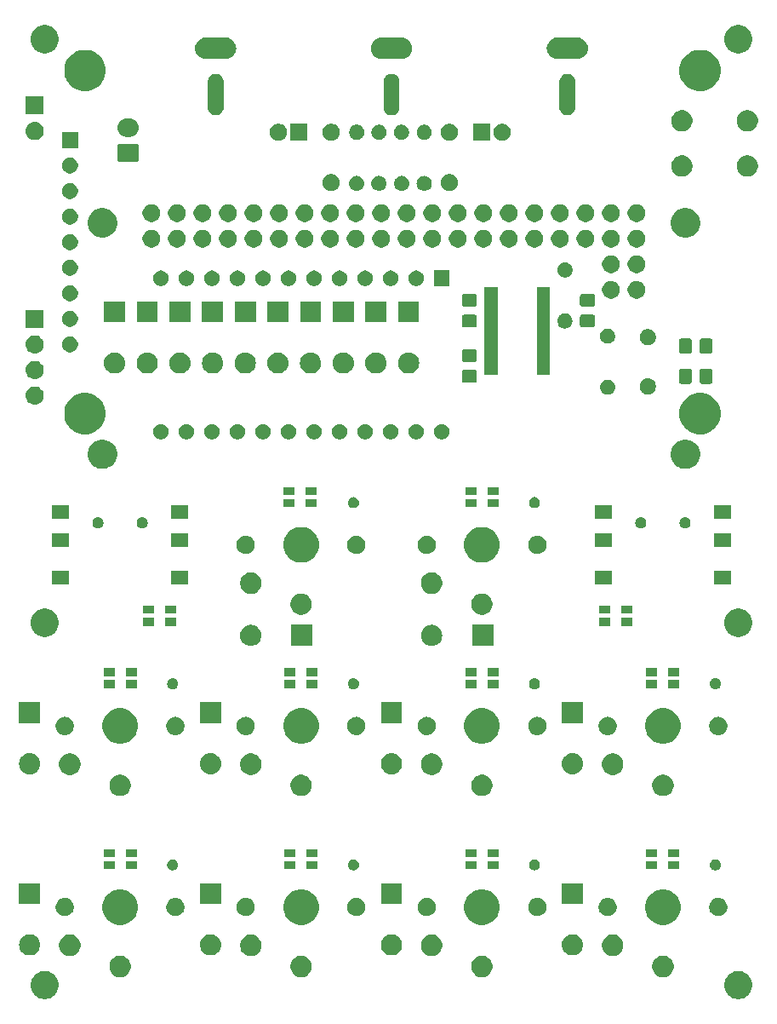
<source format=gts>
G04 #@! TF.GenerationSoftware,KiCad,Pcbnew,(5.1.2)-1*
G04 #@! TF.CreationDate,2019-07-23T06:59:24+09:00*
G04 #@! TF.ProjectId,ORCA_MINI,4f524341-5f4d-4494-9e49-2e6b69636164,rev?*
G04 #@! TF.SameCoordinates,Original*
G04 #@! TF.FileFunction,Soldermask,Top*
G04 #@! TF.FilePolarity,Negative*
%FSLAX46Y46*%
G04 Gerber Fmt 4.6, Leading zero omitted, Abs format (unit mm)*
G04 Created by KiCad (PCBNEW (5.1.2)-1) date 2019-07-23 06:59:24*
%MOMM*%
%LPD*%
G04 APERTURE LIST*
%ADD10C,0.100000*%
G04 APERTURE END LIST*
D10*
G36*
X157318433Y-145634893D02*
G01*
X157408657Y-145652839D01*
X157514267Y-145696585D01*
X157663621Y-145758449D01*
X157663622Y-145758450D01*
X157893086Y-145911772D01*
X158088228Y-146106914D01*
X158190675Y-146260237D01*
X158241551Y-146336379D01*
X158347161Y-146591344D01*
X158401000Y-146862012D01*
X158401000Y-147137988D01*
X158347161Y-147408656D01*
X158241551Y-147663621D01*
X158241550Y-147663622D01*
X158088228Y-147893086D01*
X157893086Y-148088228D01*
X157739763Y-148190675D01*
X157663621Y-148241551D01*
X157514267Y-148303415D01*
X157408657Y-148347161D01*
X157318433Y-148365107D01*
X157137988Y-148401000D01*
X156862012Y-148401000D01*
X156681567Y-148365107D01*
X156591343Y-148347161D01*
X156485733Y-148303415D01*
X156336379Y-148241551D01*
X156260237Y-148190675D01*
X156106914Y-148088228D01*
X155911772Y-147893086D01*
X155758450Y-147663622D01*
X155758449Y-147663621D01*
X155652839Y-147408656D01*
X155599000Y-147137988D01*
X155599000Y-146862012D01*
X155652839Y-146591344D01*
X155758449Y-146336379D01*
X155809325Y-146260237D01*
X155911772Y-146106914D01*
X156106914Y-145911772D01*
X156336378Y-145758450D01*
X156336379Y-145758449D01*
X156485733Y-145696585D01*
X156591343Y-145652839D01*
X156681567Y-145634893D01*
X156862012Y-145599000D01*
X157137988Y-145599000D01*
X157318433Y-145634893D01*
X157318433Y-145634893D01*
G37*
G36*
X88318433Y-145634893D02*
G01*
X88408657Y-145652839D01*
X88514267Y-145696585D01*
X88663621Y-145758449D01*
X88663622Y-145758450D01*
X88893086Y-145911772D01*
X89088228Y-146106914D01*
X89190675Y-146260237D01*
X89241551Y-146336379D01*
X89347161Y-146591344D01*
X89401000Y-146862012D01*
X89401000Y-147137988D01*
X89347161Y-147408656D01*
X89241551Y-147663621D01*
X89241550Y-147663622D01*
X89088228Y-147893086D01*
X88893086Y-148088228D01*
X88739763Y-148190675D01*
X88663621Y-148241551D01*
X88514267Y-148303415D01*
X88408657Y-148347161D01*
X88318433Y-148365107D01*
X88137988Y-148401000D01*
X87862012Y-148401000D01*
X87681567Y-148365107D01*
X87591343Y-148347161D01*
X87485733Y-148303415D01*
X87336379Y-148241551D01*
X87260237Y-148190675D01*
X87106914Y-148088228D01*
X86911772Y-147893086D01*
X86758450Y-147663622D01*
X86758449Y-147663621D01*
X86652839Y-147408656D01*
X86599000Y-147137988D01*
X86599000Y-146862012D01*
X86652839Y-146591344D01*
X86758449Y-146336379D01*
X86809325Y-146260237D01*
X86911772Y-146106914D01*
X87106914Y-145911772D01*
X87336378Y-145758450D01*
X87336379Y-145758449D01*
X87485733Y-145696585D01*
X87591343Y-145652839D01*
X87681567Y-145634893D01*
X87862012Y-145599000D01*
X88137988Y-145599000D01*
X88318433Y-145634893D01*
X88318433Y-145634893D01*
G37*
G36*
X95811231Y-144124003D02*
G01*
X96005412Y-144204436D01*
X96005414Y-144204437D01*
X96180173Y-144321207D01*
X96328793Y-144469827D01*
X96445563Y-144644586D01*
X96445564Y-144644588D01*
X96525997Y-144838769D01*
X96567000Y-145044908D01*
X96567000Y-145255092D01*
X96525997Y-145461231D01*
X96446630Y-145652839D01*
X96445563Y-145655414D01*
X96328793Y-145830173D01*
X96180173Y-145978793D01*
X96005414Y-146095563D01*
X96005413Y-146095564D01*
X96005412Y-146095564D01*
X95811231Y-146175997D01*
X95605092Y-146217000D01*
X95394908Y-146217000D01*
X95188769Y-146175997D01*
X94994588Y-146095564D01*
X94994587Y-146095564D01*
X94994586Y-146095563D01*
X94819827Y-145978793D01*
X94671207Y-145830173D01*
X94554437Y-145655414D01*
X94553370Y-145652839D01*
X94474003Y-145461231D01*
X94433000Y-145255092D01*
X94433000Y-145044908D01*
X94474003Y-144838769D01*
X94554436Y-144644588D01*
X94554437Y-144644586D01*
X94671207Y-144469827D01*
X94819827Y-144321207D01*
X94994586Y-144204437D01*
X94994588Y-144204436D01*
X95188769Y-144124003D01*
X95394908Y-144083000D01*
X95605092Y-144083000D01*
X95811231Y-144124003D01*
X95811231Y-144124003D01*
G37*
G36*
X149811231Y-144124003D02*
G01*
X150005412Y-144204436D01*
X150005414Y-144204437D01*
X150180173Y-144321207D01*
X150328793Y-144469827D01*
X150445563Y-144644586D01*
X150445564Y-144644588D01*
X150525997Y-144838769D01*
X150567000Y-145044908D01*
X150567000Y-145255092D01*
X150525997Y-145461231D01*
X150446630Y-145652839D01*
X150445563Y-145655414D01*
X150328793Y-145830173D01*
X150180173Y-145978793D01*
X150005414Y-146095563D01*
X150005413Y-146095564D01*
X150005412Y-146095564D01*
X149811231Y-146175997D01*
X149605092Y-146217000D01*
X149394908Y-146217000D01*
X149188769Y-146175997D01*
X148994588Y-146095564D01*
X148994587Y-146095564D01*
X148994586Y-146095563D01*
X148819827Y-145978793D01*
X148671207Y-145830173D01*
X148554437Y-145655414D01*
X148553370Y-145652839D01*
X148474003Y-145461231D01*
X148433000Y-145255092D01*
X148433000Y-145044908D01*
X148474003Y-144838769D01*
X148554436Y-144644588D01*
X148554437Y-144644586D01*
X148671207Y-144469827D01*
X148819827Y-144321207D01*
X148994586Y-144204437D01*
X148994588Y-144204436D01*
X149188769Y-144124003D01*
X149394908Y-144083000D01*
X149605092Y-144083000D01*
X149811231Y-144124003D01*
X149811231Y-144124003D01*
G37*
G36*
X113811231Y-144124003D02*
G01*
X114005412Y-144204436D01*
X114005414Y-144204437D01*
X114180173Y-144321207D01*
X114328793Y-144469827D01*
X114445563Y-144644586D01*
X114445564Y-144644588D01*
X114525997Y-144838769D01*
X114567000Y-145044908D01*
X114567000Y-145255092D01*
X114525997Y-145461231D01*
X114446630Y-145652839D01*
X114445563Y-145655414D01*
X114328793Y-145830173D01*
X114180173Y-145978793D01*
X114005414Y-146095563D01*
X114005413Y-146095564D01*
X114005412Y-146095564D01*
X113811231Y-146175997D01*
X113605092Y-146217000D01*
X113394908Y-146217000D01*
X113188769Y-146175997D01*
X112994588Y-146095564D01*
X112994587Y-146095564D01*
X112994586Y-146095563D01*
X112819827Y-145978793D01*
X112671207Y-145830173D01*
X112554437Y-145655414D01*
X112553370Y-145652839D01*
X112474003Y-145461231D01*
X112433000Y-145255092D01*
X112433000Y-145044908D01*
X112474003Y-144838769D01*
X112554436Y-144644588D01*
X112554437Y-144644586D01*
X112671207Y-144469827D01*
X112819827Y-144321207D01*
X112994586Y-144204437D01*
X112994588Y-144204436D01*
X113188769Y-144124003D01*
X113394908Y-144083000D01*
X113605092Y-144083000D01*
X113811231Y-144124003D01*
X113811231Y-144124003D01*
G37*
G36*
X131811231Y-144124003D02*
G01*
X132005412Y-144204436D01*
X132005414Y-144204437D01*
X132180173Y-144321207D01*
X132328793Y-144469827D01*
X132445563Y-144644586D01*
X132445564Y-144644588D01*
X132525997Y-144838769D01*
X132567000Y-145044908D01*
X132567000Y-145255092D01*
X132525997Y-145461231D01*
X132446630Y-145652839D01*
X132445563Y-145655414D01*
X132328793Y-145830173D01*
X132180173Y-145978793D01*
X132005414Y-146095563D01*
X132005413Y-146095564D01*
X132005412Y-146095564D01*
X131811231Y-146175997D01*
X131605092Y-146217000D01*
X131394908Y-146217000D01*
X131188769Y-146175997D01*
X130994588Y-146095564D01*
X130994587Y-146095564D01*
X130994586Y-146095563D01*
X130819827Y-145978793D01*
X130671207Y-145830173D01*
X130554437Y-145655414D01*
X130553370Y-145652839D01*
X130474003Y-145461231D01*
X130433000Y-145255092D01*
X130433000Y-145044908D01*
X130474003Y-144838769D01*
X130554436Y-144644588D01*
X130554437Y-144644586D01*
X130671207Y-144469827D01*
X130819827Y-144321207D01*
X130994586Y-144204437D01*
X130994588Y-144204436D01*
X131188769Y-144124003D01*
X131394908Y-144083000D01*
X131605092Y-144083000D01*
X131811231Y-144124003D01*
X131811231Y-144124003D01*
G37*
G36*
X144811231Y-142024003D02*
G01*
X145005412Y-142104436D01*
X145005414Y-142104437D01*
X145180173Y-142221207D01*
X145328793Y-142369827D01*
X145445563Y-142544586D01*
X145445564Y-142544588D01*
X145525997Y-142738769D01*
X145567000Y-142944908D01*
X145567000Y-143155092D01*
X145525997Y-143361231D01*
X145445564Y-143555412D01*
X145445563Y-143555414D01*
X145328793Y-143730173D01*
X145180173Y-143878793D01*
X145005414Y-143995563D01*
X145005413Y-143995564D01*
X145005412Y-143995564D01*
X144811231Y-144075997D01*
X144605092Y-144117000D01*
X144394908Y-144117000D01*
X144188769Y-144075997D01*
X143994588Y-143995564D01*
X143994587Y-143995564D01*
X143994586Y-143995563D01*
X143819827Y-143878793D01*
X143671207Y-143730173D01*
X143554437Y-143555414D01*
X143554436Y-143555412D01*
X143474003Y-143361231D01*
X143433000Y-143155092D01*
X143433000Y-142944908D01*
X143474003Y-142738769D01*
X143554436Y-142544588D01*
X143554437Y-142544586D01*
X143671207Y-142369827D01*
X143819827Y-142221207D01*
X143994586Y-142104437D01*
X143994588Y-142104436D01*
X144188769Y-142024003D01*
X144394908Y-141983000D01*
X144605092Y-141983000D01*
X144811231Y-142024003D01*
X144811231Y-142024003D01*
G37*
G36*
X90811231Y-142024003D02*
G01*
X91005412Y-142104436D01*
X91005414Y-142104437D01*
X91180173Y-142221207D01*
X91328793Y-142369827D01*
X91445563Y-142544586D01*
X91445564Y-142544588D01*
X91525997Y-142738769D01*
X91567000Y-142944908D01*
X91567000Y-143155092D01*
X91525997Y-143361231D01*
X91445564Y-143555412D01*
X91445563Y-143555414D01*
X91328793Y-143730173D01*
X91180173Y-143878793D01*
X91005414Y-143995563D01*
X91005413Y-143995564D01*
X91005412Y-143995564D01*
X90811231Y-144075997D01*
X90605092Y-144117000D01*
X90394908Y-144117000D01*
X90188769Y-144075997D01*
X89994588Y-143995564D01*
X89994587Y-143995564D01*
X89994586Y-143995563D01*
X89819827Y-143878793D01*
X89671207Y-143730173D01*
X89554437Y-143555414D01*
X89554436Y-143555412D01*
X89474003Y-143361231D01*
X89433000Y-143155092D01*
X89433000Y-142944908D01*
X89474003Y-142738769D01*
X89554436Y-142544588D01*
X89554437Y-142544586D01*
X89671207Y-142369827D01*
X89819827Y-142221207D01*
X89994586Y-142104437D01*
X89994588Y-142104436D01*
X90188769Y-142024003D01*
X90394908Y-141983000D01*
X90605092Y-141983000D01*
X90811231Y-142024003D01*
X90811231Y-142024003D01*
G37*
G36*
X108811231Y-142024003D02*
G01*
X109005412Y-142104436D01*
X109005414Y-142104437D01*
X109180173Y-142221207D01*
X109328793Y-142369827D01*
X109445563Y-142544586D01*
X109445564Y-142544588D01*
X109525997Y-142738769D01*
X109567000Y-142944908D01*
X109567000Y-143155092D01*
X109525997Y-143361231D01*
X109445564Y-143555412D01*
X109445563Y-143555414D01*
X109328793Y-143730173D01*
X109180173Y-143878793D01*
X109005414Y-143995563D01*
X109005413Y-143995564D01*
X109005412Y-143995564D01*
X108811231Y-144075997D01*
X108605092Y-144117000D01*
X108394908Y-144117000D01*
X108188769Y-144075997D01*
X107994588Y-143995564D01*
X107994587Y-143995564D01*
X107994586Y-143995563D01*
X107819827Y-143878793D01*
X107671207Y-143730173D01*
X107554437Y-143555414D01*
X107554436Y-143555412D01*
X107474003Y-143361231D01*
X107433000Y-143155092D01*
X107433000Y-142944908D01*
X107474003Y-142738769D01*
X107554436Y-142544588D01*
X107554437Y-142544586D01*
X107671207Y-142369827D01*
X107819827Y-142221207D01*
X107994586Y-142104437D01*
X107994588Y-142104436D01*
X108188769Y-142024003D01*
X108394908Y-141983000D01*
X108605092Y-141983000D01*
X108811231Y-142024003D01*
X108811231Y-142024003D01*
G37*
G36*
X126811231Y-142024003D02*
G01*
X127005412Y-142104436D01*
X127005414Y-142104437D01*
X127180173Y-142221207D01*
X127328793Y-142369827D01*
X127445563Y-142544586D01*
X127445564Y-142544588D01*
X127525997Y-142738769D01*
X127567000Y-142944908D01*
X127567000Y-143155092D01*
X127525997Y-143361231D01*
X127445564Y-143555412D01*
X127445563Y-143555414D01*
X127328793Y-143730173D01*
X127180173Y-143878793D01*
X127005414Y-143995563D01*
X127005413Y-143995564D01*
X127005412Y-143995564D01*
X126811231Y-144075997D01*
X126605092Y-144117000D01*
X126394908Y-144117000D01*
X126188769Y-144075997D01*
X125994588Y-143995564D01*
X125994587Y-143995564D01*
X125994586Y-143995563D01*
X125819827Y-143878793D01*
X125671207Y-143730173D01*
X125554437Y-143555414D01*
X125554436Y-143555412D01*
X125474003Y-143361231D01*
X125433000Y-143155092D01*
X125433000Y-142944908D01*
X125474003Y-142738769D01*
X125554436Y-142544588D01*
X125554437Y-142544586D01*
X125671207Y-142369827D01*
X125819827Y-142221207D01*
X125994586Y-142104437D01*
X125994588Y-142104436D01*
X126188769Y-142024003D01*
X126394908Y-141983000D01*
X126605092Y-141983000D01*
X126811231Y-142024003D01*
X126811231Y-142024003D01*
G37*
G36*
X104603097Y-141954069D02*
G01*
X104706032Y-141964207D01*
X104904146Y-142024305D01*
X104904149Y-142024306D01*
X105000975Y-142076061D01*
X105086729Y-142121897D01*
X105246765Y-142253235D01*
X105378103Y-142413271D01*
X105423939Y-142499025D01*
X105475694Y-142595851D01*
X105475695Y-142595854D01*
X105535793Y-142793968D01*
X105556085Y-143000000D01*
X105535793Y-143206032D01*
X105488713Y-143361231D01*
X105475694Y-143404149D01*
X105423939Y-143500975D01*
X105378103Y-143586729D01*
X105246765Y-143746765D01*
X105086729Y-143878103D01*
X105000975Y-143923939D01*
X104904149Y-143975694D01*
X104904146Y-143975695D01*
X104706032Y-144035793D01*
X104603097Y-144045931D01*
X104551631Y-144051000D01*
X104448369Y-144051000D01*
X104396903Y-144045931D01*
X104293968Y-144035793D01*
X104095854Y-143975695D01*
X104095851Y-143975694D01*
X103999025Y-143923939D01*
X103913271Y-143878103D01*
X103753235Y-143746765D01*
X103621897Y-143586729D01*
X103576061Y-143500975D01*
X103524306Y-143404149D01*
X103511287Y-143361231D01*
X103464207Y-143206032D01*
X103443915Y-143000000D01*
X103464207Y-142793968D01*
X103524305Y-142595854D01*
X103524306Y-142595851D01*
X103576061Y-142499025D01*
X103621897Y-142413271D01*
X103753235Y-142253235D01*
X103913271Y-142121897D01*
X103999025Y-142076061D01*
X104095851Y-142024306D01*
X104095854Y-142024305D01*
X104293968Y-141964207D01*
X104396903Y-141954069D01*
X104448369Y-141949000D01*
X104551631Y-141949000D01*
X104603097Y-141954069D01*
X104603097Y-141954069D01*
G37*
G36*
X140603097Y-141954069D02*
G01*
X140706032Y-141964207D01*
X140904146Y-142024305D01*
X140904149Y-142024306D01*
X141000975Y-142076061D01*
X141086729Y-142121897D01*
X141246765Y-142253235D01*
X141378103Y-142413271D01*
X141423939Y-142499025D01*
X141475694Y-142595851D01*
X141475695Y-142595854D01*
X141535793Y-142793968D01*
X141556085Y-143000000D01*
X141535793Y-143206032D01*
X141488713Y-143361231D01*
X141475694Y-143404149D01*
X141423939Y-143500975D01*
X141378103Y-143586729D01*
X141246765Y-143746765D01*
X141086729Y-143878103D01*
X141000975Y-143923939D01*
X140904149Y-143975694D01*
X140904146Y-143975695D01*
X140706032Y-144035793D01*
X140603097Y-144045931D01*
X140551631Y-144051000D01*
X140448369Y-144051000D01*
X140396903Y-144045931D01*
X140293968Y-144035793D01*
X140095854Y-143975695D01*
X140095851Y-143975694D01*
X139999025Y-143923939D01*
X139913271Y-143878103D01*
X139753235Y-143746765D01*
X139621897Y-143586729D01*
X139576061Y-143500975D01*
X139524306Y-143404149D01*
X139511287Y-143361231D01*
X139464207Y-143206032D01*
X139443915Y-143000000D01*
X139464207Y-142793968D01*
X139524305Y-142595854D01*
X139524306Y-142595851D01*
X139576061Y-142499025D01*
X139621897Y-142413271D01*
X139753235Y-142253235D01*
X139913271Y-142121897D01*
X139999025Y-142076061D01*
X140095851Y-142024306D01*
X140095854Y-142024305D01*
X140293968Y-141964207D01*
X140396903Y-141954069D01*
X140448369Y-141949000D01*
X140551631Y-141949000D01*
X140603097Y-141954069D01*
X140603097Y-141954069D01*
G37*
G36*
X122603097Y-141954069D02*
G01*
X122706032Y-141964207D01*
X122904146Y-142024305D01*
X122904149Y-142024306D01*
X123000975Y-142076061D01*
X123086729Y-142121897D01*
X123246765Y-142253235D01*
X123378103Y-142413271D01*
X123423939Y-142499025D01*
X123475694Y-142595851D01*
X123475695Y-142595854D01*
X123535793Y-142793968D01*
X123556085Y-143000000D01*
X123535793Y-143206032D01*
X123488713Y-143361231D01*
X123475694Y-143404149D01*
X123423939Y-143500975D01*
X123378103Y-143586729D01*
X123246765Y-143746765D01*
X123086729Y-143878103D01*
X123000975Y-143923939D01*
X122904149Y-143975694D01*
X122904146Y-143975695D01*
X122706032Y-144035793D01*
X122603097Y-144045931D01*
X122551631Y-144051000D01*
X122448369Y-144051000D01*
X122396903Y-144045931D01*
X122293968Y-144035793D01*
X122095854Y-143975695D01*
X122095851Y-143975694D01*
X121999025Y-143923939D01*
X121913271Y-143878103D01*
X121753235Y-143746765D01*
X121621897Y-143586729D01*
X121576061Y-143500975D01*
X121524306Y-143404149D01*
X121511287Y-143361231D01*
X121464207Y-143206032D01*
X121443915Y-143000000D01*
X121464207Y-142793968D01*
X121524305Y-142595854D01*
X121524306Y-142595851D01*
X121576061Y-142499025D01*
X121621897Y-142413271D01*
X121753235Y-142253235D01*
X121913271Y-142121897D01*
X121999025Y-142076061D01*
X122095851Y-142024306D01*
X122095854Y-142024305D01*
X122293968Y-141964207D01*
X122396903Y-141954069D01*
X122448369Y-141949000D01*
X122551631Y-141949000D01*
X122603097Y-141954069D01*
X122603097Y-141954069D01*
G37*
G36*
X86603097Y-141954069D02*
G01*
X86706032Y-141964207D01*
X86904146Y-142024305D01*
X86904149Y-142024306D01*
X87000975Y-142076061D01*
X87086729Y-142121897D01*
X87246765Y-142253235D01*
X87378103Y-142413271D01*
X87423939Y-142499025D01*
X87475694Y-142595851D01*
X87475695Y-142595854D01*
X87535793Y-142793968D01*
X87556085Y-143000000D01*
X87535793Y-143206032D01*
X87488713Y-143361231D01*
X87475694Y-143404149D01*
X87423939Y-143500975D01*
X87378103Y-143586729D01*
X87246765Y-143746765D01*
X87086729Y-143878103D01*
X87000975Y-143923939D01*
X86904149Y-143975694D01*
X86904146Y-143975695D01*
X86706032Y-144035793D01*
X86603097Y-144045931D01*
X86551631Y-144051000D01*
X86448369Y-144051000D01*
X86396903Y-144045931D01*
X86293968Y-144035793D01*
X86095854Y-143975695D01*
X86095851Y-143975694D01*
X85999025Y-143923939D01*
X85913271Y-143878103D01*
X85753235Y-143746765D01*
X85621897Y-143586729D01*
X85576061Y-143500975D01*
X85524306Y-143404149D01*
X85511287Y-143361231D01*
X85464207Y-143206032D01*
X85443915Y-143000000D01*
X85464207Y-142793968D01*
X85524305Y-142595854D01*
X85524306Y-142595851D01*
X85576061Y-142499025D01*
X85621897Y-142413271D01*
X85753235Y-142253235D01*
X85913271Y-142121897D01*
X85999025Y-142076061D01*
X86095851Y-142024306D01*
X86095854Y-142024305D01*
X86293968Y-141964207D01*
X86396903Y-141954069D01*
X86448369Y-141949000D01*
X86551631Y-141949000D01*
X86603097Y-141954069D01*
X86603097Y-141954069D01*
G37*
G36*
X132014976Y-137552347D02*
G01*
X132336276Y-137685434D01*
X132336278Y-137685435D01*
X132625440Y-137878647D01*
X132871353Y-138124560D01*
X133020718Y-138348100D01*
X133064566Y-138413724D01*
X133197653Y-138735024D01*
X133265500Y-139076112D01*
X133265500Y-139423888D01*
X133197653Y-139764976D01*
X133120784Y-139950554D01*
X133064565Y-140086278D01*
X132871353Y-140375440D01*
X132625440Y-140621353D01*
X132336278Y-140814565D01*
X132336277Y-140814566D01*
X132336276Y-140814566D01*
X132014976Y-140947653D01*
X131673888Y-141015500D01*
X131326112Y-141015500D01*
X130985024Y-140947653D01*
X130663724Y-140814566D01*
X130663723Y-140814566D01*
X130663722Y-140814565D01*
X130374560Y-140621353D01*
X130128647Y-140375440D01*
X129935435Y-140086278D01*
X129879216Y-139950554D01*
X129802347Y-139764976D01*
X129734500Y-139423888D01*
X129734500Y-139076112D01*
X129802347Y-138735024D01*
X129935434Y-138413724D01*
X129979283Y-138348100D01*
X130128647Y-138124560D01*
X130374560Y-137878647D01*
X130663722Y-137685435D01*
X130663724Y-137685434D01*
X130985024Y-137552347D01*
X131326112Y-137484500D01*
X131673888Y-137484500D01*
X132014976Y-137552347D01*
X132014976Y-137552347D01*
G37*
G36*
X150014976Y-137552347D02*
G01*
X150336276Y-137685434D01*
X150336278Y-137685435D01*
X150625440Y-137878647D01*
X150871353Y-138124560D01*
X151020718Y-138348100D01*
X151064566Y-138413724D01*
X151197653Y-138735024D01*
X151265500Y-139076112D01*
X151265500Y-139423888D01*
X151197653Y-139764976D01*
X151120784Y-139950554D01*
X151064565Y-140086278D01*
X150871353Y-140375440D01*
X150625440Y-140621353D01*
X150336278Y-140814565D01*
X150336277Y-140814566D01*
X150336276Y-140814566D01*
X150014976Y-140947653D01*
X149673888Y-141015500D01*
X149326112Y-141015500D01*
X148985024Y-140947653D01*
X148663724Y-140814566D01*
X148663723Y-140814566D01*
X148663722Y-140814565D01*
X148374560Y-140621353D01*
X148128647Y-140375440D01*
X147935435Y-140086278D01*
X147879216Y-139950554D01*
X147802347Y-139764976D01*
X147734500Y-139423888D01*
X147734500Y-139076112D01*
X147802347Y-138735024D01*
X147935434Y-138413724D01*
X147979283Y-138348100D01*
X148128647Y-138124560D01*
X148374560Y-137878647D01*
X148663722Y-137685435D01*
X148663724Y-137685434D01*
X148985024Y-137552347D01*
X149326112Y-137484500D01*
X149673888Y-137484500D01*
X150014976Y-137552347D01*
X150014976Y-137552347D01*
G37*
G36*
X96014976Y-137552347D02*
G01*
X96336276Y-137685434D01*
X96336278Y-137685435D01*
X96625440Y-137878647D01*
X96871353Y-138124560D01*
X97020718Y-138348100D01*
X97064566Y-138413724D01*
X97197653Y-138735024D01*
X97265500Y-139076112D01*
X97265500Y-139423888D01*
X97197653Y-139764976D01*
X97120784Y-139950554D01*
X97064565Y-140086278D01*
X96871353Y-140375440D01*
X96625440Y-140621353D01*
X96336278Y-140814565D01*
X96336277Y-140814566D01*
X96336276Y-140814566D01*
X96014976Y-140947653D01*
X95673888Y-141015500D01*
X95326112Y-141015500D01*
X94985024Y-140947653D01*
X94663724Y-140814566D01*
X94663723Y-140814566D01*
X94663722Y-140814565D01*
X94374560Y-140621353D01*
X94128647Y-140375440D01*
X93935435Y-140086278D01*
X93879216Y-139950554D01*
X93802347Y-139764976D01*
X93734500Y-139423888D01*
X93734500Y-139076112D01*
X93802347Y-138735024D01*
X93935434Y-138413724D01*
X93979283Y-138348100D01*
X94128647Y-138124560D01*
X94374560Y-137878647D01*
X94663722Y-137685435D01*
X94663724Y-137685434D01*
X94985024Y-137552347D01*
X95326112Y-137484500D01*
X95673888Y-137484500D01*
X96014976Y-137552347D01*
X96014976Y-137552347D01*
G37*
G36*
X114014976Y-137552347D02*
G01*
X114336276Y-137685434D01*
X114336278Y-137685435D01*
X114625440Y-137878647D01*
X114871353Y-138124560D01*
X115020718Y-138348100D01*
X115064566Y-138413724D01*
X115197653Y-138735024D01*
X115265500Y-139076112D01*
X115265500Y-139423888D01*
X115197653Y-139764976D01*
X115120784Y-139950554D01*
X115064565Y-140086278D01*
X114871353Y-140375440D01*
X114625440Y-140621353D01*
X114336278Y-140814565D01*
X114336277Y-140814566D01*
X114336276Y-140814566D01*
X114014976Y-140947653D01*
X113673888Y-141015500D01*
X113326112Y-141015500D01*
X112985024Y-140947653D01*
X112663724Y-140814566D01*
X112663723Y-140814566D01*
X112663722Y-140814565D01*
X112374560Y-140621353D01*
X112128647Y-140375440D01*
X111935435Y-140086278D01*
X111879216Y-139950554D01*
X111802347Y-139764976D01*
X111734500Y-139423888D01*
X111734500Y-139076112D01*
X111802347Y-138735024D01*
X111935434Y-138413724D01*
X111979283Y-138348100D01*
X112128647Y-138124560D01*
X112374560Y-137878647D01*
X112663722Y-137685435D01*
X112663724Y-137685434D01*
X112985024Y-137552347D01*
X113326112Y-137484500D01*
X113673888Y-137484500D01*
X114014976Y-137552347D01*
X114014976Y-137552347D01*
G37*
G36*
X90175952Y-138365430D02*
G01*
X90263075Y-138382759D01*
X90372498Y-138428084D01*
X90427211Y-138450747D01*
X90573933Y-138548783D01*
X90574928Y-138549448D01*
X90700552Y-138675072D01*
X90700554Y-138675075D01*
X90799253Y-138822789D01*
X90799253Y-138822790D01*
X90867241Y-138986925D01*
X90901900Y-139161171D01*
X90901900Y-139338829D01*
X90867241Y-139513075D01*
X90821916Y-139622498D01*
X90799253Y-139677211D01*
X90740610Y-139764977D01*
X90700552Y-139824928D01*
X90574928Y-139950552D01*
X90574925Y-139950554D01*
X90427211Y-140049253D01*
X90372498Y-140071916D01*
X90263075Y-140117241D01*
X90175952Y-140134570D01*
X90088831Y-140151900D01*
X89911169Y-140151900D01*
X89824048Y-140134570D01*
X89736925Y-140117241D01*
X89627502Y-140071916D01*
X89572789Y-140049253D01*
X89425075Y-139950554D01*
X89425072Y-139950552D01*
X89299448Y-139824928D01*
X89259390Y-139764977D01*
X89200747Y-139677211D01*
X89178084Y-139622498D01*
X89132759Y-139513075D01*
X89098100Y-139338829D01*
X89098100Y-139161171D01*
X89132759Y-138986925D01*
X89200747Y-138822790D01*
X89200747Y-138822789D01*
X89299446Y-138675075D01*
X89299448Y-138675072D01*
X89425072Y-138549448D01*
X89426067Y-138548783D01*
X89572789Y-138450747D01*
X89627502Y-138428084D01*
X89736925Y-138382759D01*
X89824048Y-138365430D01*
X89911169Y-138348100D01*
X90088831Y-138348100D01*
X90175952Y-138365430D01*
X90175952Y-138365430D01*
G37*
G36*
X155175952Y-138365430D02*
G01*
X155263075Y-138382759D01*
X155372498Y-138428084D01*
X155427211Y-138450747D01*
X155573933Y-138548783D01*
X155574928Y-138549448D01*
X155700552Y-138675072D01*
X155700554Y-138675075D01*
X155799253Y-138822789D01*
X155799253Y-138822790D01*
X155867241Y-138986925D01*
X155901900Y-139161171D01*
X155901900Y-139338829D01*
X155867241Y-139513075D01*
X155821916Y-139622498D01*
X155799253Y-139677211D01*
X155740610Y-139764977D01*
X155700552Y-139824928D01*
X155574928Y-139950552D01*
X155574925Y-139950554D01*
X155427211Y-140049253D01*
X155372498Y-140071916D01*
X155263075Y-140117241D01*
X155175952Y-140134570D01*
X155088831Y-140151900D01*
X154911169Y-140151900D01*
X154824048Y-140134570D01*
X154736925Y-140117241D01*
X154627502Y-140071916D01*
X154572789Y-140049253D01*
X154425075Y-139950554D01*
X154425072Y-139950552D01*
X154299448Y-139824928D01*
X154259390Y-139764977D01*
X154200747Y-139677211D01*
X154178084Y-139622498D01*
X154132759Y-139513075D01*
X154098100Y-139338829D01*
X154098100Y-139161171D01*
X154132759Y-138986925D01*
X154200747Y-138822790D01*
X154200747Y-138822789D01*
X154299446Y-138675075D01*
X154299448Y-138675072D01*
X154425072Y-138549448D01*
X154426067Y-138548783D01*
X154572789Y-138450747D01*
X154627502Y-138428084D01*
X154736925Y-138382759D01*
X154824048Y-138365430D01*
X154911169Y-138348100D01*
X155088831Y-138348100D01*
X155175952Y-138365430D01*
X155175952Y-138365430D01*
G37*
G36*
X137175952Y-138365430D02*
G01*
X137263075Y-138382759D01*
X137372498Y-138428084D01*
X137427211Y-138450747D01*
X137573933Y-138548783D01*
X137574928Y-138549448D01*
X137700552Y-138675072D01*
X137700554Y-138675075D01*
X137799253Y-138822789D01*
X137799253Y-138822790D01*
X137867241Y-138986925D01*
X137901900Y-139161171D01*
X137901900Y-139338829D01*
X137867241Y-139513075D01*
X137821916Y-139622498D01*
X137799253Y-139677211D01*
X137740610Y-139764977D01*
X137700552Y-139824928D01*
X137574928Y-139950552D01*
X137574925Y-139950554D01*
X137427211Y-140049253D01*
X137372498Y-140071916D01*
X137263075Y-140117241D01*
X137175952Y-140134570D01*
X137088831Y-140151900D01*
X136911169Y-140151900D01*
X136824048Y-140134570D01*
X136736925Y-140117241D01*
X136627502Y-140071916D01*
X136572789Y-140049253D01*
X136425075Y-139950554D01*
X136425072Y-139950552D01*
X136299448Y-139824928D01*
X136259390Y-139764977D01*
X136200747Y-139677211D01*
X136178084Y-139622498D01*
X136132759Y-139513075D01*
X136098100Y-139338829D01*
X136098100Y-139161171D01*
X136132759Y-138986925D01*
X136200747Y-138822790D01*
X136200747Y-138822789D01*
X136299446Y-138675075D01*
X136299448Y-138675072D01*
X136425072Y-138549448D01*
X136426067Y-138548783D01*
X136572789Y-138450747D01*
X136627502Y-138428084D01*
X136736925Y-138382759D01*
X136824048Y-138365430D01*
X136911169Y-138348100D01*
X137088831Y-138348100D01*
X137175952Y-138365430D01*
X137175952Y-138365430D01*
G37*
G36*
X126175952Y-138365430D02*
G01*
X126263075Y-138382759D01*
X126372498Y-138428084D01*
X126427211Y-138450747D01*
X126573933Y-138548783D01*
X126574928Y-138549448D01*
X126700552Y-138675072D01*
X126700554Y-138675075D01*
X126799253Y-138822789D01*
X126799253Y-138822790D01*
X126867241Y-138986925D01*
X126901900Y-139161171D01*
X126901900Y-139338829D01*
X126867241Y-139513075D01*
X126821916Y-139622498D01*
X126799253Y-139677211D01*
X126740610Y-139764977D01*
X126700552Y-139824928D01*
X126574928Y-139950552D01*
X126574925Y-139950554D01*
X126427211Y-140049253D01*
X126372498Y-140071916D01*
X126263075Y-140117241D01*
X126175952Y-140134570D01*
X126088831Y-140151900D01*
X125911169Y-140151900D01*
X125824048Y-140134570D01*
X125736925Y-140117241D01*
X125627502Y-140071916D01*
X125572789Y-140049253D01*
X125425075Y-139950554D01*
X125425072Y-139950552D01*
X125299448Y-139824928D01*
X125259390Y-139764977D01*
X125200747Y-139677211D01*
X125178084Y-139622498D01*
X125132759Y-139513075D01*
X125098100Y-139338829D01*
X125098100Y-139161171D01*
X125132759Y-138986925D01*
X125200747Y-138822790D01*
X125200747Y-138822789D01*
X125299446Y-138675075D01*
X125299448Y-138675072D01*
X125425072Y-138549448D01*
X125426067Y-138548783D01*
X125572789Y-138450747D01*
X125627502Y-138428084D01*
X125736925Y-138382759D01*
X125824048Y-138365430D01*
X125911169Y-138348100D01*
X126088831Y-138348100D01*
X126175952Y-138365430D01*
X126175952Y-138365430D01*
G37*
G36*
X108175952Y-138365430D02*
G01*
X108263075Y-138382759D01*
X108372498Y-138428084D01*
X108427211Y-138450747D01*
X108573933Y-138548783D01*
X108574928Y-138549448D01*
X108700552Y-138675072D01*
X108700554Y-138675075D01*
X108799253Y-138822789D01*
X108799253Y-138822790D01*
X108867241Y-138986925D01*
X108901900Y-139161171D01*
X108901900Y-139338829D01*
X108867241Y-139513075D01*
X108821916Y-139622498D01*
X108799253Y-139677211D01*
X108740610Y-139764977D01*
X108700552Y-139824928D01*
X108574928Y-139950552D01*
X108574925Y-139950554D01*
X108427211Y-140049253D01*
X108372498Y-140071916D01*
X108263075Y-140117241D01*
X108175952Y-140134570D01*
X108088831Y-140151900D01*
X107911169Y-140151900D01*
X107824048Y-140134570D01*
X107736925Y-140117241D01*
X107627502Y-140071916D01*
X107572789Y-140049253D01*
X107425075Y-139950554D01*
X107425072Y-139950552D01*
X107299448Y-139824928D01*
X107259390Y-139764977D01*
X107200747Y-139677211D01*
X107178084Y-139622498D01*
X107132759Y-139513075D01*
X107098100Y-139338829D01*
X107098100Y-139161171D01*
X107132759Y-138986925D01*
X107200747Y-138822790D01*
X107200747Y-138822789D01*
X107299446Y-138675075D01*
X107299448Y-138675072D01*
X107425072Y-138549448D01*
X107426067Y-138548783D01*
X107572789Y-138450747D01*
X107627502Y-138428084D01*
X107736925Y-138382759D01*
X107824048Y-138365430D01*
X107911169Y-138348100D01*
X108088831Y-138348100D01*
X108175952Y-138365430D01*
X108175952Y-138365430D01*
G37*
G36*
X119175952Y-138365430D02*
G01*
X119263075Y-138382759D01*
X119372498Y-138428084D01*
X119427211Y-138450747D01*
X119573933Y-138548783D01*
X119574928Y-138549448D01*
X119700552Y-138675072D01*
X119700554Y-138675075D01*
X119799253Y-138822789D01*
X119799253Y-138822790D01*
X119867241Y-138986925D01*
X119901900Y-139161171D01*
X119901900Y-139338829D01*
X119867241Y-139513075D01*
X119821916Y-139622498D01*
X119799253Y-139677211D01*
X119740610Y-139764977D01*
X119700552Y-139824928D01*
X119574928Y-139950552D01*
X119574925Y-139950554D01*
X119427211Y-140049253D01*
X119372498Y-140071916D01*
X119263075Y-140117241D01*
X119175952Y-140134570D01*
X119088831Y-140151900D01*
X118911169Y-140151900D01*
X118824048Y-140134570D01*
X118736925Y-140117241D01*
X118627502Y-140071916D01*
X118572789Y-140049253D01*
X118425075Y-139950554D01*
X118425072Y-139950552D01*
X118299448Y-139824928D01*
X118259390Y-139764977D01*
X118200747Y-139677211D01*
X118178084Y-139622498D01*
X118132759Y-139513075D01*
X118098100Y-139338829D01*
X118098100Y-139161171D01*
X118132759Y-138986925D01*
X118200747Y-138822790D01*
X118200747Y-138822789D01*
X118299446Y-138675075D01*
X118299448Y-138675072D01*
X118425072Y-138549448D01*
X118426067Y-138548783D01*
X118572789Y-138450747D01*
X118627502Y-138428084D01*
X118736925Y-138382759D01*
X118824048Y-138365430D01*
X118911169Y-138348100D01*
X119088831Y-138348100D01*
X119175952Y-138365430D01*
X119175952Y-138365430D01*
G37*
G36*
X101175952Y-138365430D02*
G01*
X101263075Y-138382759D01*
X101372498Y-138428084D01*
X101427211Y-138450747D01*
X101573933Y-138548783D01*
X101574928Y-138549448D01*
X101700552Y-138675072D01*
X101700554Y-138675075D01*
X101799253Y-138822789D01*
X101799253Y-138822790D01*
X101867241Y-138986925D01*
X101901900Y-139161171D01*
X101901900Y-139338829D01*
X101867241Y-139513075D01*
X101821916Y-139622498D01*
X101799253Y-139677211D01*
X101740610Y-139764977D01*
X101700552Y-139824928D01*
X101574928Y-139950552D01*
X101574925Y-139950554D01*
X101427211Y-140049253D01*
X101372498Y-140071916D01*
X101263075Y-140117241D01*
X101175952Y-140134570D01*
X101088831Y-140151900D01*
X100911169Y-140151900D01*
X100824048Y-140134570D01*
X100736925Y-140117241D01*
X100627502Y-140071916D01*
X100572789Y-140049253D01*
X100425075Y-139950554D01*
X100425072Y-139950552D01*
X100299448Y-139824928D01*
X100259390Y-139764977D01*
X100200747Y-139677211D01*
X100178084Y-139622498D01*
X100132759Y-139513075D01*
X100098100Y-139338829D01*
X100098100Y-139161171D01*
X100132759Y-138986925D01*
X100200747Y-138822790D01*
X100200747Y-138822789D01*
X100299446Y-138675075D01*
X100299448Y-138675072D01*
X100425072Y-138549448D01*
X100426067Y-138548783D01*
X100572789Y-138450747D01*
X100627502Y-138428084D01*
X100736925Y-138382759D01*
X100824048Y-138365430D01*
X100911169Y-138348100D01*
X101088831Y-138348100D01*
X101175952Y-138365430D01*
X101175952Y-138365430D01*
G37*
G36*
X144175952Y-138365430D02*
G01*
X144263075Y-138382759D01*
X144372498Y-138428084D01*
X144427211Y-138450747D01*
X144573933Y-138548783D01*
X144574928Y-138549448D01*
X144700552Y-138675072D01*
X144700554Y-138675075D01*
X144799253Y-138822789D01*
X144799253Y-138822790D01*
X144867241Y-138986925D01*
X144901900Y-139161171D01*
X144901900Y-139338829D01*
X144867241Y-139513075D01*
X144821916Y-139622498D01*
X144799253Y-139677211D01*
X144740610Y-139764977D01*
X144700552Y-139824928D01*
X144574928Y-139950552D01*
X144574925Y-139950554D01*
X144427211Y-140049253D01*
X144372498Y-140071916D01*
X144263075Y-140117241D01*
X144175952Y-140134570D01*
X144088831Y-140151900D01*
X143911169Y-140151900D01*
X143824048Y-140134570D01*
X143736925Y-140117241D01*
X143627502Y-140071916D01*
X143572789Y-140049253D01*
X143425075Y-139950554D01*
X143425072Y-139950552D01*
X143299448Y-139824928D01*
X143259390Y-139764977D01*
X143200747Y-139677211D01*
X143178084Y-139622498D01*
X143132759Y-139513075D01*
X143098100Y-139338829D01*
X143098100Y-139161171D01*
X143132759Y-138986925D01*
X143200747Y-138822790D01*
X143200747Y-138822789D01*
X143299446Y-138675075D01*
X143299448Y-138675072D01*
X143425072Y-138549448D01*
X143426067Y-138548783D01*
X143572789Y-138450747D01*
X143627502Y-138428084D01*
X143736925Y-138382759D01*
X143824048Y-138365430D01*
X143911169Y-138348100D01*
X144088831Y-138348100D01*
X144175952Y-138365430D01*
X144175952Y-138365430D01*
G37*
G36*
X141551000Y-138971000D02*
G01*
X139449000Y-138971000D01*
X139449000Y-136869000D01*
X141551000Y-136869000D01*
X141551000Y-138971000D01*
X141551000Y-138971000D01*
G37*
G36*
X123551000Y-138971000D02*
G01*
X121449000Y-138971000D01*
X121449000Y-136869000D01*
X123551000Y-136869000D01*
X123551000Y-138971000D01*
X123551000Y-138971000D01*
G37*
G36*
X105551000Y-138971000D02*
G01*
X103449000Y-138971000D01*
X103449000Y-136869000D01*
X105551000Y-136869000D01*
X105551000Y-138971000D01*
X105551000Y-138971000D01*
G37*
G36*
X87551000Y-138971000D02*
G01*
X85449000Y-138971000D01*
X85449000Y-136869000D01*
X87551000Y-136869000D01*
X87551000Y-138971000D01*
X87551000Y-138971000D01*
G37*
G36*
X154826578Y-134514197D02*
G01*
X154879350Y-134524694D01*
X154978770Y-134565875D01*
X155068246Y-134625661D01*
X155144339Y-134701754D01*
X155204125Y-134791230D01*
X155245306Y-134890650D01*
X155266300Y-134996194D01*
X155266300Y-135103806D01*
X155245306Y-135209350D01*
X155204125Y-135308770D01*
X155144339Y-135398246D01*
X155068246Y-135474339D01*
X154978770Y-135534125D01*
X154879350Y-135575306D01*
X154826578Y-135585803D01*
X154773807Y-135596300D01*
X154666193Y-135596300D01*
X154613422Y-135585803D01*
X154560650Y-135575306D01*
X154461230Y-135534125D01*
X154371754Y-135474339D01*
X154295661Y-135398246D01*
X154235875Y-135308770D01*
X154194694Y-135209350D01*
X154173700Y-135103806D01*
X154173700Y-134996194D01*
X154194694Y-134890650D01*
X154235875Y-134791230D01*
X154295661Y-134701754D01*
X154371754Y-134625661D01*
X154461230Y-134565875D01*
X154560650Y-134524694D01*
X154613422Y-134514197D01*
X154666193Y-134503700D01*
X154773807Y-134503700D01*
X154826578Y-134514197D01*
X154826578Y-134514197D01*
G37*
G36*
X100826578Y-134514197D02*
G01*
X100879350Y-134524694D01*
X100978770Y-134565875D01*
X101068246Y-134625661D01*
X101144339Y-134701754D01*
X101204125Y-134791230D01*
X101245306Y-134890650D01*
X101266300Y-134996194D01*
X101266300Y-135103806D01*
X101245306Y-135209350D01*
X101204125Y-135308770D01*
X101144339Y-135398246D01*
X101068246Y-135474339D01*
X100978770Y-135534125D01*
X100879350Y-135575306D01*
X100826578Y-135585803D01*
X100773807Y-135596300D01*
X100666193Y-135596300D01*
X100613422Y-135585803D01*
X100560650Y-135575306D01*
X100461230Y-135534125D01*
X100371754Y-135474339D01*
X100295661Y-135398246D01*
X100235875Y-135308770D01*
X100194694Y-135209350D01*
X100173700Y-135103806D01*
X100173700Y-134996194D01*
X100194694Y-134890650D01*
X100235875Y-134791230D01*
X100295661Y-134701754D01*
X100371754Y-134625661D01*
X100461230Y-134565875D01*
X100560650Y-134524694D01*
X100613422Y-134514197D01*
X100666193Y-134503700D01*
X100773807Y-134503700D01*
X100826578Y-134514197D01*
X100826578Y-134514197D01*
G37*
G36*
X118826578Y-134514197D02*
G01*
X118879350Y-134524694D01*
X118978770Y-134565875D01*
X119068246Y-134625661D01*
X119144339Y-134701754D01*
X119204125Y-134791230D01*
X119245306Y-134890650D01*
X119266300Y-134996194D01*
X119266300Y-135103806D01*
X119245306Y-135209350D01*
X119204125Y-135308770D01*
X119144339Y-135398246D01*
X119068246Y-135474339D01*
X118978770Y-135534125D01*
X118879350Y-135575306D01*
X118826578Y-135585803D01*
X118773807Y-135596300D01*
X118666193Y-135596300D01*
X118613422Y-135585803D01*
X118560650Y-135575306D01*
X118461230Y-135534125D01*
X118371754Y-135474339D01*
X118295661Y-135398246D01*
X118235875Y-135308770D01*
X118194694Y-135209350D01*
X118173700Y-135103806D01*
X118173700Y-134996194D01*
X118194694Y-134890650D01*
X118235875Y-134791230D01*
X118295661Y-134701754D01*
X118371754Y-134625661D01*
X118461230Y-134565875D01*
X118560650Y-134524694D01*
X118613422Y-134514197D01*
X118666193Y-134503700D01*
X118773807Y-134503700D01*
X118826578Y-134514197D01*
X118826578Y-134514197D01*
G37*
G36*
X136826578Y-134514197D02*
G01*
X136879350Y-134524694D01*
X136978770Y-134565875D01*
X137068246Y-134625661D01*
X137144339Y-134701754D01*
X137204125Y-134791230D01*
X137245306Y-134890650D01*
X137266300Y-134996194D01*
X137266300Y-135103806D01*
X137245306Y-135209350D01*
X137204125Y-135308770D01*
X137144339Y-135398246D01*
X137068246Y-135474339D01*
X136978770Y-135534125D01*
X136879350Y-135575306D01*
X136826578Y-135585803D01*
X136773807Y-135596300D01*
X136666193Y-135596300D01*
X136613422Y-135585803D01*
X136560650Y-135575306D01*
X136461230Y-135534125D01*
X136371754Y-135474339D01*
X136295661Y-135398246D01*
X136235875Y-135308770D01*
X136194694Y-135209350D01*
X136173700Y-135103806D01*
X136173700Y-134996194D01*
X136194694Y-134890650D01*
X136235875Y-134791230D01*
X136295661Y-134701754D01*
X136371754Y-134625661D01*
X136461230Y-134565875D01*
X136560650Y-134524694D01*
X136613422Y-134514197D01*
X136666193Y-134503700D01*
X136773807Y-134503700D01*
X136826578Y-134514197D01*
X136826578Y-134514197D01*
G37*
G36*
X133151000Y-135501000D02*
G01*
X132049000Y-135501000D01*
X132049000Y-134699000D01*
X133151000Y-134699000D01*
X133151000Y-135501000D01*
X133151000Y-135501000D01*
G37*
G36*
X151151000Y-135501000D02*
G01*
X150049000Y-135501000D01*
X150049000Y-134699000D01*
X151151000Y-134699000D01*
X151151000Y-135501000D01*
X151151000Y-135501000D01*
G37*
G36*
X148951000Y-135501000D02*
G01*
X147849000Y-135501000D01*
X147849000Y-134699000D01*
X148951000Y-134699000D01*
X148951000Y-135501000D01*
X148951000Y-135501000D01*
G37*
G36*
X130951000Y-135501000D02*
G01*
X129849000Y-135501000D01*
X129849000Y-134699000D01*
X130951000Y-134699000D01*
X130951000Y-135501000D01*
X130951000Y-135501000D01*
G37*
G36*
X97151000Y-135501000D02*
G01*
X96049000Y-135501000D01*
X96049000Y-134699000D01*
X97151000Y-134699000D01*
X97151000Y-135501000D01*
X97151000Y-135501000D01*
G37*
G36*
X94951000Y-135501000D02*
G01*
X93849000Y-135501000D01*
X93849000Y-134699000D01*
X94951000Y-134699000D01*
X94951000Y-135501000D01*
X94951000Y-135501000D01*
G37*
G36*
X112951000Y-135501000D02*
G01*
X111849000Y-135501000D01*
X111849000Y-134699000D01*
X112951000Y-134699000D01*
X112951000Y-135501000D01*
X112951000Y-135501000D01*
G37*
G36*
X115151000Y-135501000D02*
G01*
X114049000Y-135501000D01*
X114049000Y-134699000D01*
X115151000Y-134699000D01*
X115151000Y-135501000D01*
X115151000Y-135501000D01*
G37*
G36*
X94951000Y-134301000D02*
G01*
X93849000Y-134301000D01*
X93849000Y-133499000D01*
X94951000Y-133499000D01*
X94951000Y-134301000D01*
X94951000Y-134301000D01*
G37*
G36*
X130951000Y-134301000D02*
G01*
X129849000Y-134301000D01*
X129849000Y-133499000D01*
X130951000Y-133499000D01*
X130951000Y-134301000D01*
X130951000Y-134301000D01*
G37*
G36*
X97151000Y-134301000D02*
G01*
X96049000Y-134301000D01*
X96049000Y-133499000D01*
X97151000Y-133499000D01*
X97151000Y-134301000D01*
X97151000Y-134301000D01*
G37*
G36*
X112951000Y-134301000D02*
G01*
X111849000Y-134301000D01*
X111849000Y-133499000D01*
X112951000Y-133499000D01*
X112951000Y-134301000D01*
X112951000Y-134301000D01*
G37*
G36*
X115151000Y-134301000D02*
G01*
X114049000Y-134301000D01*
X114049000Y-133499000D01*
X115151000Y-133499000D01*
X115151000Y-134301000D01*
X115151000Y-134301000D01*
G37*
G36*
X133151000Y-134301000D02*
G01*
X132049000Y-134301000D01*
X132049000Y-133499000D01*
X133151000Y-133499000D01*
X133151000Y-134301000D01*
X133151000Y-134301000D01*
G37*
G36*
X148951000Y-134301000D02*
G01*
X147849000Y-134301000D01*
X147849000Y-133499000D01*
X148951000Y-133499000D01*
X148951000Y-134301000D01*
X148951000Y-134301000D01*
G37*
G36*
X151151000Y-134301000D02*
G01*
X150049000Y-134301000D01*
X150049000Y-133499000D01*
X151151000Y-133499000D01*
X151151000Y-134301000D01*
X151151000Y-134301000D01*
G37*
G36*
X95811231Y-126124003D02*
G01*
X96005412Y-126204436D01*
X96005414Y-126204437D01*
X96180173Y-126321207D01*
X96328793Y-126469827D01*
X96445563Y-126644586D01*
X96445564Y-126644588D01*
X96525997Y-126838769D01*
X96567000Y-127044908D01*
X96567000Y-127255092D01*
X96525997Y-127461231D01*
X96445564Y-127655412D01*
X96445563Y-127655414D01*
X96328793Y-127830173D01*
X96180173Y-127978793D01*
X96005414Y-128095563D01*
X96005413Y-128095564D01*
X96005412Y-128095564D01*
X95811231Y-128175997D01*
X95605092Y-128217000D01*
X95394908Y-128217000D01*
X95188769Y-128175997D01*
X94994588Y-128095564D01*
X94994587Y-128095564D01*
X94994586Y-128095563D01*
X94819827Y-127978793D01*
X94671207Y-127830173D01*
X94554437Y-127655414D01*
X94554436Y-127655412D01*
X94474003Y-127461231D01*
X94433000Y-127255092D01*
X94433000Y-127044908D01*
X94474003Y-126838769D01*
X94554436Y-126644588D01*
X94554437Y-126644586D01*
X94671207Y-126469827D01*
X94819827Y-126321207D01*
X94994586Y-126204437D01*
X94994588Y-126204436D01*
X95188769Y-126124003D01*
X95394908Y-126083000D01*
X95605092Y-126083000D01*
X95811231Y-126124003D01*
X95811231Y-126124003D01*
G37*
G36*
X131811231Y-126124003D02*
G01*
X132005412Y-126204436D01*
X132005414Y-126204437D01*
X132180173Y-126321207D01*
X132328793Y-126469827D01*
X132445563Y-126644586D01*
X132445564Y-126644588D01*
X132525997Y-126838769D01*
X132567000Y-127044908D01*
X132567000Y-127255092D01*
X132525997Y-127461231D01*
X132445564Y-127655412D01*
X132445563Y-127655414D01*
X132328793Y-127830173D01*
X132180173Y-127978793D01*
X132005414Y-128095563D01*
X132005413Y-128095564D01*
X132005412Y-128095564D01*
X131811231Y-128175997D01*
X131605092Y-128217000D01*
X131394908Y-128217000D01*
X131188769Y-128175997D01*
X130994588Y-128095564D01*
X130994587Y-128095564D01*
X130994586Y-128095563D01*
X130819827Y-127978793D01*
X130671207Y-127830173D01*
X130554437Y-127655414D01*
X130554436Y-127655412D01*
X130474003Y-127461231D01*
X130433000Y-127255092D01*
X130433000Y-127044908D01*
X130474003Y-126838769D01*
X130554436Y-126644588D01*
X130554437Y-126644586D01*
X130671207Y-126469827D01*
X130819827Y-126321207D01*
X130994586Y-126204437D01*
X130994588Y-126204436D01*
X131188769Y-126124003D01*
X131394908Y-126083000D01*
X131605092Y-126083000D01*
X131811231Y-126124003D01*
X131811231Y-126124003D01*
G37*
G36*
X113811231Y-126124003D02*
G01*
X114005412Y-126204436D01*
X114005414Y-126204437D01*
X114180173Y-126321207D01*
X114328793Y-126469827D01*
X114445563Y-126644586D01*
X114445564Y-126644588D01*
X114525997Y-126838769D01*
X114567000Y-127044908D01*
X114567000Y-127255092D01*
X114525997Y-127461231D01*
X114445564Y-127655412D01*
X114445563Y-127655414D01*
X114328793Y-127830173D01*
X114180173Y-127978793D01*
X114005414Y-128095563D01*
X114005413Y-128095564D01*
X114005412Y-128095564D01*
X113811231Y-128175997D01*
X113605092Y-128217000D01*
X113394908Y-128217000D01*
X113188769Y-128175997D01*
X112994588Y-128095564D01*
X112994587Y-128095564D01*
X112994586Y-128095563D01*
X112819827Y-127978793D01*
X112671207Y-127830173D01*
X112554437Y-127655414D01*
X112554436Y-127655412D01*
X112474003Y-127461231D01*
X112433000Y-127255092D01*
X112433000Y-127044908D01*
X112474003Y-126838769D01*
X112554436Y-126644588D01*
X112554437Y-126644586D01*
X112671207Y-126469827D01*
X112819827Y-126321207D01*
X112994586Y-126204437D01*
X112994588Y-126204436D01*
X113188769Y-126124003D01*
X113394908Y-126083000D01*
X113605092Y-126083000D01*
X113811231Y-126124003D01*
X113811231Y-126124003D01*
G37*
G36*
X149811231Y-126124003D02*
G01*
X150005412Y-126204436D01*
X150005414Y-126204437D01*
X150180173Y-126321207D01*
X150328793Y-126469827D01*
X150445563Y-126644586D01*
X150445564Y-126644588D01*
X150525997Y-126838769D01*
X150567000Y-127044908D01*
X150567000Y-127255092D01*
X150525997Y-127461231D01*
X150445564Y-127655412D01*
X150445563Y-127655414D01*
X150328793Y-127830173D01*
X150180173Y-127978793D01*
X150005414Y-128095563D01*
X150005413Y-128095564D01*
X150005412Y-128095564D01*
X149811231Y-128175997D01*
X149605092Y-128217000D01*
X149394908Y-128217000D01*
X149188769Y-128175997D01*
X148994588Y-128095564D01*
X148994587Y-128095564D01*
X148994586Y-128095563D01*
X148819827Y-127978793D01*
X148671207Y-127830173D01*
X148554437Y-127655414D01*
X148554436Y-127655412D01*
X148474003Y-127461231D01*
X148433000Y-127255092D01*
X148433000Y-127044908D01*
X148474003Y-126838769D01*
X148554436Y-126644588D01*
X148554437Y-126644586D01*
X148671207Y-126469827D01*
X148819827Y-126321207D01*
X148994586Y-126204437D01*
X148994588Y-126204436D01*
X149188769Y-126124003D01*
X149394908Y-126083000D01*
X149605092Y-126083000D01*
X149811231Y-126124003D01*
X149811231Y-126124003D01*
G37*
G36*
X126811231Y-124024003D02*
G01*
X127005412Y-124104436D01*
X127005414Y-124104437D01*
X127180173Y-124221207D01*
X127328793Y-124369827D01*
X127445563Y-124544586D01*
X127445564Y-124544588D01*
X127525997Y-124738769D01*
X127567000Y-124944908D01*
X127567000Y-125155092D01*
X127525997Y-125361231D01*
X127445564Y-125555412D01*
X127445563Y-125555414D01*
X127328793Y-125730173D01*
X127180173Y-125878793D01*
X127005414Y-125995563D01*
X127005413Y-125995564D01*
X127005412Y-125995564D01*
X126811231Y-126075997D01*
X126605092Y-126117000D01*
X126394908Y-126117000D01*
X126188769Y-126075997D01*
X125994588Y-125995564D01*
X125994587Y-125995564D01*
X125994586Y-125995563D01*
X125819827Y-125878793D01*
X125671207Y-125730173D01*
X125554437Y-125555414D01*
X125554436Y-125555412D01*
X125474003Y-125361231D01*
X125433000Y-125155092D01*
X125433000Y-124944908D01*
X125474003Y-124738769D01*
X125554436Y-124544588D01*
X125554437Y-124544586D01*
X125671207Y-124369827D01*
X125819827Y-124221207D01*
X125994586Y-124104437D01*
X125994588Y-124104436D01*
X126188769Y-124024003D01*
X126394908Y-123983000D01*
X126605092Y-123983000D01*
X126811231Y-124024003D01*
X126811231Y-124024003D01*
G37*
G36*
X90811231Y-124024003D02*
G01*
X91005412Y-124104436D01*
X91005414Y-124104437D01*
X91180173Y-124221207D01*
X91328793Y-124369827D01*
X91445563Y-124544586D01*
X91445564Y-124544588D01*
X91525997Y-124738769D01*
X91567000Y-124944908D01*
X91567000Y-125155092D01*
X91525997Y-125361231D01*
X91445564Y-125555412D01*
X91445563Y-125555414D01*
X91328793Y-125730173D01*
X91180173Y-125878793D01*
X91005414Y-125995563D01*
X91005413Y-125995564D01*
X91005412Y-125995564D01*
X90811231Y-126075997D01*
X90605092Y-126117000D01*
X90394908Y-126117000D01*
X90188769Y-126075997D01*
X89994588Y-125995564D01*
X89994587Y-125995564D01*
X89994586Y-125995563D01*
X89819827Y-125878793D01*
X89671207Y-125730173D01*
X89554437Y-125555414D01*
X89554436Y-125555412D01*
X89474003Y-125361231D01*
X89433000Y-125155092D01*
X89433000Y-124944908D01*
X89474003Y-124738769D01*
X89554436Y-124544588D01*
X89554437Y-124544586D01*
X89671207Y-124369827D01*
X89819827Y-124221207D01*
X89994586Y-124104437D01*
X89994588Y-124104436D01*
X90188769Y-124024003D01*
X90394908Y-123983000D01*
X90605092Y-123983000D01*
X90811231Y-124024003D01*
X90811231Y-124024003D01*
G37*
G36*
X108811231Y-124024003D02*
G01*
X109005412Y-124104436D01*
X109005414Y-124104437D01*
X109180173Y-124221207D01*
X109328793Y-124369827D01*
X109445563Y-124544586D01*
X109445564Y-124544588D01*
X109525997Y-124738769D01*
X109567000Y-124944908D01*
X109567000Y-125155092D01*
X109525997Y-125361231D01*
X109445564Y-125555412D01*
X109445563Y-125555414D01*
X109328793Y-125730173D01*
X109180173Y-125878793D01*
X109005414Y-125995563D01*
X109005413Y-125995564D01*
X109005412Y-125995564D01*
X108811231Y-126075997D01*
X108605092Y-126117000D01*
X108394908Y-126117000D01*
X108188769Y-126075997D01*
X107994588Y-125995564D01*
X107994587Y-125995564D01*
X107994586Y-125995563D01*
X107819827Y-125878793D01*
X107671207Y-125730173D01*
X107554437Y-125555414D01*
X107554436Y-125555412D01*
X107474003Y-125361231D01*
X107433000Y-125155092D01*
X107433000Y-124944908D01*
X107474003Y-124738769D01*
X107554436Y-124544588D01*
X107554437Y-124544586D01*
X107671207Y-124369827D01*
X107819827Y-124221207D01*
X107994586Y-124104437D01*
X107994588Y-124104436D01*
X108188769Y-124024003D01*
X108394908Y-123983000D01*
X108605092Y-123983000D01*
X108811231Y-124024003D01*
X108811231Y-124024003D01*
G37*
G36*
X144811231Y-124024003D02*
G01*
X145005412Y-124104436D01*
X145005414Y-124104437D01*
X145180173Y-124221207D01*
X145328793Y-124369827D01*
X145445563Y-124544586D01*
X145445564Y-124544588D01*
X145525997Y-124738769D01*
X145567000Y-124944908D01*
X145567000Y-125155092D01*
X145525997Y-125361231D01*
X145445564Y-125555412D01*
X145445563Y-125555414D01*
X145328793Y-125730173D01*
X145180173Y-125878793D01*
X145005414Y-125995563D01*
X145005413Y-125995564D01*
X145005412Y-125995564D01*
X144811231Y-126075997D01*
X144605092Y-126117000D01*
X144394908Y-126117000D01*
X144188769Y-126075997D01*
X143994588Y-125995564D01*
X143994587Y-125995564D01*
X143994586Y-125995563D01*
X143819827Y-125878793D01*
X143671207Y-125730173D01*
X143554437Y-125555414D01*
X143554436Y-125555412D01*
X143474003Y-125361231D01*
X143433000Y-125155092D01*
X143433000Y-124944908D01*
X143474003Y-124738769D01*
X143554436Y-124544588D01*
X143554437Y-124544586D01*
X143671207Y-124369827D01*
X143819827Y-124221207D01*
X143994586Y-124104437D01*
X143994588Y-124104436D01*
X144188769Y-124024003D01*
X144394908Y-123983000D01*
X144605092Y-123983000D01*
X144811231Y-124024003D01*
X144811231Y-124024003D01*
G37*
G36*
X86603097Y-123954069D02*
G01*
X86706032Y-123964207D01*
X86904146Y-124024305D01*
X86904149Y-124024306D01*
X87000975Y-124076061D01*
X87086729Y-124121897D01*
X87246765Y-124253235D01*
X87378103Y-124413271D01*
X87423939Y-124499025D01*
X87475694Y-124595851D01*
X87475695Y-124595854D01*
X87535793Y-124793968D01*
X87556085Y-125000000D01*
X87535793Y-125206032D01*
X87488713Y-125361231D01*
X87475694Y-125404149D01*
X87423939Y-125500975D01*
X87378103Y-125586729D01*
X87246765Y-125746765D01*
X87086729Y-125878103D01*
X87000975Y-125923939D01*
X86904149Y-125975694D01*
X86904146Y-125975695D01*
X86706032Y-126035793D01*
X86603097Y-126045931D01*
X86551631Y-126051000D01*
X86448369Y-126051000D01*
X86396903Y-126045931D01*
X86293968Y-126035793D01*
X86095854Y-125975695D01*
X86095851Y-125975694D01*
X85999025Y-125923939D01*
X85913271Y-125878103D01*
X85753235Y-125746765D01*
X85621897Y-125586729D01*
X85576061Y-125500975D01*
X85524306Y-125404149D01*
X85511287Y-125361231D01*
X85464207Y-125206032D01*
X85443915Y-125000000D01*
X85464207Y-124793968D01*
X85524305Y-124595854D01*
X85524306Y-124595851D01*
X85576061Y-124499025D01*
X85621897Y-124413271D01*
X85753235Y-124253235D01*
X85913271Y-124121897D01*
X85999025Y-124076061D01*
X86095851Y-124024306D01*
X86095854Y-124024305D01*
X86293968Y-123964207D01*
X86396903Y-123954069D01*
X86448369Y-123949000D01*
X86551631Y-123949000D01*
X86603097Y-123954069D01*
X86603097Y-123954069D01*
G37*
G36*
X122603097Y-123954069D02*
G01*
X122706032Y-123964207D01*
X122904146Y-124024305D01*
X122904149Y-124024306D01*
X123000975Y-124076061D01*
X123086729Y-124121897D01*
X123246765Y-124253235D01*
X123378103Y-124413271D01*
X123423939Y-124499025D01*
X123475694Y-124595851D01*
X123475695Y-124595854D01*
X123535793Y-124793968D01*
X123556085Y-125000000D01*
X123535793Y-125206032D01*
X123488713Y-125361231D01*
X123475694Y-125404149D01*
X123423939Y-125500975D01*
X123378103Y-125586729D01*
X123246765Y-125746765D01*
X123086729Y-125878103D01*
X123000975Y-125923939D01*
X122904149Y-125975694D01*
X122904146Y-125975695D01*
X122706032Y-126035793D01*
X122603097Y-126045931D01*
X122551631Y-126051000D01*
X122448369Y-126051000D01*
X122396903Y-126045931D01*
X122293968Y-126035793D01*
X122095854Y-125975695D01*
X122095851Y-125975694D01*
X121999025Y-125923939D01*
X121913271Y-125878103D01*
X121753235Y-125746765D01*
X121621897Y-125586729D01*
X121576061Y-125500975D01*
X121524306Y-125404149D01*
X121511287Y-125361231D01*
X121464207Y-125206032D01*
X121443915Y-125000000D01*
X121464207Y-124793968D01*
X121524305Y-124595854D01*
X121524306Y-124595851D01*
X121576061Y-124499025D01*
X121621897Y-124413271D01*
X121753235Y-124253235D01*
X121913271Y-124121897D01*
X121999025Y-124076061D01*
X122095851Y-124024306D01*
X122095854Y-124024305D01*
X122293968Y-123964207D01*
X122396903Y-123954069D01*
X122448369Y-123949000D01*
X122551631Y-123949000D01*
X122603097Y-123954069D01*
X122603097Y-123954069D01*
G37*
G36*
X140603097Y-123954069D02*
G01*
X140706032Y-123964207D01*
X140904146Y-124024305D01*
X140904149Y-124024306D01*
X141000975Y-124076061D01*
X141086729Y-124121897D01*
X141246765Y-124253235D01*
X141378103Y-124413271D01*
X141423939Y-124499025D01*
X141475694Y-124595851D01*
X141475695Y-124595854D01*
X141535793Y-124793968D01*
X141556085Y-125000000D01*
X141535793Y-125206032D01*
X141488713Y-125361231D01*
X141475694Y-125404149D01*
X141423939Y-125500975D01*
X141378103Y-125586729D01*
X141246765Y-125746765D01*
X141086729Y-125878103D01*
X141000975Y-125923939D01*
X140904149Y-125975694D01*
X140904146Y-125975695D01*
X140706032Y-126035793D01*
X140603097Y-126045931D01*
X140551631Y-126051000D01*
X140448369Y-126051000D01*
X140396903Y-126045931D01*
X140293968Y-126035793D01*
X140095854Y-125975695D01*
X140095851Y-125975694D01*
X139999025Y-125923939D01*
X139913271Y-125878103D01*
X139753235Y-125746765D01*
X139621897Y-125586729D01*
X139576061Y-125500975D01*
X139524306Y-125404149D01*
X139511287Y-125361231D01*
X139464207Y-125206032D01*
X139443915Y-125000000D01*
X139464207Y-124793968D01*
X139524305Y-124595854D01*
X139524306Y-124595851D01*
X139576061Y-124499025D01*
X139621897Y-124413271D01*
X139753235Y-124253235D01*
X139913271Y-124121897D01*
X139999025Y-124076061D01*
X140095851Y-124024306D01*
X140095854Y-124024305D01*
X140293968Y-123964207D01*
X140396903Y-123954069D01*
X140448369Y-123949000D01*
X140551631Y-123949000D01*
X140603097Y-123954069D01*
X140603097Y-123954069D01*
G37*
G36*
X104603097Y-123954069D02*
G01*
X104706032Y-123964207D01*
X104904146Y-124024305D01*
X104904149Y-124024306D01*
X105000975Y-124076061D01*
X105086729Y-124121897D01*
X105246765Y-124253235D01*
X105378103Y-124413271D01*
X105423939Y-124499025D01*
X105475694Y-124595851D01*
X105475695Y-124595854D01*
X105535793Y-124793968D01*
X105556085Y-125000000D01*
X105535793Y-125206032D01*
X105488713Y-125361231D01*
X105475694Y-125404149D01*
X105423939Y-125500975D01*
X105378103Y-125586729D01*
X105246765Y-125746765D01*
X105086729Y-125878103D01*
X105000975Y-125923939D01*
X104904149Y-125975694D01*
X104904146Y-125975695D01*
X104706032Y-126035793D01*
X104603097Y-126045931D01*
X104551631Y-126051000D01*
X104448369Y-126051000D01*
X104396903Y-126045931D01*
X104293968Y-126035793D01*
X104095854Y-125975695D01*
X104095851Y-125975694D01*
X103999025Y-125923939D01*
X103913271Y-125878103D01*
X103753235Y-125746765D01*
X103621897Y-125586729D01*
X103576061Y-125500975D01*
X103524306Y-125404149D01*
X103511287Y-125361231D01*
X103464207Y-125206032D01*
X103443915Y-125000000D01*
X103464207Y-124793968D01*
X103524305Y-124595854D01*
X103524306Y-124595851D01*
X103576061Y-124499025D01*
X103621897Y-124413271D01*
X103753235Y-124253235D01*
X103913271Y-124121897D01*
X103999025Y-124076061D01*
X104095851Y-124024306D01*
X104095854Y-124024305D01*
X104293968Y-123964207D01*
X104396903Y-123954069D01*
X104448369Y-123949000D01*
X104551631Y-123949000D01*
X104603097Y-123954069D01*
X104603097Y-123954069D01*
G37*
G36*
X132014976Y-119552347D02*
G01*
X132336276Y-119685434D01*
X132336278Y-119685435D01*
X132625440Y-119878647D01*
X132871353Y-120124560D01*
X133020718Y-120348100D01*
X133064566Y-120413724D01*
X133197653Y-120735024D01*
X133265500Y-121076112D01*
X133265500Y-121423888D01*
X133197653Y-121764976D01*
X133120784Y-121950554D01*
X133064565Y-122086278D01*
X132871353Y-122375440D01*
X132625440Y-122621353D01*
X132336278Y-122814565D01*
X132336277Y-122814566D01*
X132336276Y-122814566D01*
X132014976Y-122947653D01*
X131673888Y-123015500D01*
X131326112Y-123015500D01*
X130985024Y-122947653D01*
X130663724Y-122814566D01*
X130663723Y-122814566D01*
X130663722Y-122814565D01*
X130374560Y-122621353D01*
X130128647Y-122375440D01*
X129935435Y-122086278D01*
X129879216Y-121950554D01*
X129802347Y-121764976D01*
X129734500Y-121423888D01*
X129734500Y-121076112D01*
X129802347Y-120735024D01*
X129935434Y-120413724D01*
X129979283Y-120348100D01*
X130128647Y-120124560D01*
X130374560Y-119878647D01*
X130663722Y-119685435D01*
X130663724Y-119685434D01*
X130985024Y-119552347D01*
X131326112Y-119484500D01*
X131673888Y-119484500D01*
X132014976Y-119552347D01*
X132014976Y-119552347D01*
G37*
G36*
X150014976Y-119552347D02*
G01*
X150336276Y-119685434D01*
X150336278Y-119685435D01*
X150625440Y-119878647D01*
X150871353Y-120124560D01*
X151020718Y-120348100D01*
X151064566Y-120413724D01*
X151197653Y-120735024D01*
X151265500Y-121076112D01*
X151265500Y-121423888D01*
X151197653Y-121764976D01*
X151120784Y-121950554D01*
X151064565Y-122086278D01*
X150871353Y-122375440D01*
X150625440Y-122621353D01*
X150336278Y-122814565D01*
X150336277Y-122814566D01*
X150336276Y-122814566D01*
X150014976Y-122947653D01*
X149673888Y-123015500D01*
X149326112Y-123015500D01*
X148985024Y-122947653D01*
X148663724Y-122814566D01*
X148663723Y-122814566D01*
X148663722Y-122814565D01*
X148374560Y-122621353D01*
X148128647Y-122375440D01*
X147935435Y-122086278D01*
X147879216Y-121950554D01*
X147802347Y-121764976D01*
X147734500Y-121423888D01*
X147734500Y-121076112D01*
X147802347Y-120735024D01*
X147935434Y-120413724D01*
X147979283Y-120348100D01*
X148128647Y-120124560D01*
X148374560Y-119878647D01*
X148663722Y-119685435D01*
X148663724Y-119685434D01*
X148985024Y-119552347D01*
X149326112Y-119484500D01*
X149673888Y-119484500D01*
X150014976Y-119552347D01*
X150014976Y-119552347D01*
G37*
G36*
X114014976Y-119552347D02*
G01*
X114336276Y-119685434D01*
X114336278Y-119685435D01*
X114625440Y-119878647D01*
X114871353Y-120124560D01*
X115020718Y-120348100D01*
X115064566Y-120413724D01*
X115197653Y-120735024D01*
X115265500Y-121076112D01*
X115265500Y-121423888D01*
X115197653Y-121764976D01*
X115120784Y-121950554D01*
X115064565Y-122086278D01*
X114871353Y-122375440D01*
X114625440Y-122621353D01*
X114336278Y-122814565D01*
X114336277Y-122814566D01*
X114336276Y-122814566D01*
X114014976Y-122947653D01*
X113673888Y-123015500D01*
X113326112Y-123015500D01*
X112985024Y-122947653D01*
X112663724Y-122814566D01*
X112663723Y-122814566D01*
X112663722Y-122814565D01*
X112374560Y-122621353D01*
X112128647Y-122375440D01*
X111935435Y-122086278D01*
X111879216Y-121950554D01*
X111802347Y-121764976D01*
X111734500Y-121423888D01*
X111734500Y-121076112D01*
X111802347Y-120735024D01*
X111935434Y-120413724D01*
X111979283Y-120348100D01*
X112128647Y-120124560D01*
X112374560Y-119878647D01*
X112663722Y-119685435D01*
X112663724Y-119685434D01*
X112985024Y-119552347D01*
X113326112Y-119484500D01*
X113673888Y-119484500D01*
X114014976Y-119552347D01*
X114014976Y-119552347D01*
G37*
G36*
X96014976Y-119552347D02*
G01*
X96336276Y-119685434D01*
X96336278Y-119685435D01*
X96625440Y-119878647D01*
X96871353Y-120124560D01*
X97020718Y-120348100D01*
X97064566Y-120413724D01*
X97197653Y-120735024D01*
X97265500Y-121076112D01*
X97265500Y-121423888D01*
X97197653Y-121764976D01*
X97120784Y-121950554D01*
X97064565Y-122086278D01*
X96871353Y-122375440D01*
X96625440Y-122621353D01*
X96336278Y-122814565D01*
X96336277Y-122814566D01*
X96336276Y-122814566D01*
X96014976Y-122947653D01*
X95673888Y-123015500D01*
X95326112Y-123015500D01*
X94985024Y-122947653D01*
X94663724Y-122814566D01*
X94663723Y-122814566D01*
X94663722Y-122814565D01*
X94374560Y-122621353D01*
X94128647Y-122375440D01*
X93935435Y-122086278D01*
X93879216Y-121950554D01*
X93802347Y-121764976D01*
X93734500Y-121423888D01*
X93734500Y-121076112D01*
X93802347Y-120735024D01*
X93935434Y-120413724D01*
X93979283Y-120348100D01*
X94128647Y-120124560D01*
X94374560Y-119878647D01*
X94663722Y-119685435D01*
X94663724Y-119685434D01*
X94985024Y-119552347D01*
X95326112Y-119484500D01*
X95673888Y-119484500D01*
X96014976Y-119552347D01*
X96014976Y-119552347D01*
G37*
G36*
X137175952Y-120365430D02*
G01*
X137263075Y-120382759D01*
X137372498Y-120428084D01*
X137427211Y-120450747D01*
X137573933Y-120548783D01*
X137574928Y-120549448D01*
X137700552Y-120675072D01*
X137700554Y-120675075D01*
X137799253Y-120822789D01*
X137799253Y-120822790D01*
X137867241Y-120986925D01*
X137901900Y-121161171D01*
X137901900Y-121338829D01*
X137867241Y-121513075D01*
X137821916Y-121622498D01*
X137799253Y-121677211D01*
X137740610Y-121764977D01*
X137700552Y-121824928D01*
X137574928Y-121950552D01*
X137574925Y-121950554D01*
X137427211Y-122049253D01*
X137372498Y-122071916D01*
X137263075Y-122117241D01*
X137175952Y-122134571D01*
X137088831Y-122151900D01*
X136911169Y-122151900D01*
X136824048Y-122134571D01*
X136736925Y-122117241D01*
X136627502Y-122071916D01*
X136572789Y-122049253D01*
X136425075Y-121950554D01*
X136425072Y-121950552D01*
X136299448Y-121824928D01*
X136259390Y-121764977D01*
X136200747Y-121677211D01*
X136178084Y-121622498D01*
X136132759Y-121513075D01*
X136098100Y-121338829D01*
X136098100Y-121161171D01*
X136132759Y-120986925D01*
X136200747Y-120822790D01*
X136200747Y-120822789D01*
X136299446Y-120675075D01*
X136299448Y-120675072D01*
X136425072Y-120549448D01*
X136426067Y-120548783D01*
X136572789Y-120450747D01*
X136627502Y-120428084D01*
X136736925Y-120382759D01*
X136824048Y-120365430D01*
X136911169Y-120348100D01*
X137088831Y-120348100D01*
X137175952Y-120365430D01*
X137175952Y-120365430D01*
G37*
G36*
X119175952Y-120365430D02*
G01*
X119263075Y-120382759D01*
X119372498Y-120428084D01*
X119427211Y-120450747D01*
X119573933Y-120548783D01*
X119574928Y-120549448D01*
X119700552Y-120675072D01*
X119700554Y-120675075D01*
X119799253Y-120822789D01*
X119799253Y-120822790D01*
X119867241Y-120986925D01*
X119901900Y-121161171D01*
X119901900Y-121338829D01*
X119867241Y-121513075D01*
X119821916Y-121622498D01*
X119799253Y-121677211D01*
X119740610Y-121764977D01*
X119700552Y-121824928D01*
X119574928Y-121950552D01*
X119574925Y-121950554D01*
X119427211Y-122049253D01*
X119372498Y-122071916D01*
X119263075Y-122117241D01*
X119175952Y-122134571D01*
X119088831Y-122151900D01*
X118911169Y-122151900D01*
X118824048Y-122134571D01*
X118736925Y-122117241D01*
X118627502Y-122071916D01*
X118572789Y-122049253D01*
X118425075Y-121950554D01*
X118425072Y-121950552D01*
X118299448Y-121824928D01*
X118259390Y-121764977D01*
X118200747Y-121677211D01*
X118178084Y-121622498D01*
X118132759Y-121513075D01*
X118098100Y-121338829D01*
X118098100Y-121161171D01*
X118132759Y-120986925D01*
X118200747Y-120822790D01*
X118200747Y-120822789D01*
X118299446Y-120675075D01*
X118299448Y-120675072D01*
X118425072Y-120549448D01*
X118426067Y-120548783D01*
X118572789Y-120450747D01*
X118627502Y-120428084D01*
X118736925Y-120382759D01*
X118824048Y-120365430D01*
X118911169Y-120348100D01*
X119088831Y-120348100D01*
X119175952Y-120365430D01*
X119175952Y-120365430D01*
G37*
G36*
X108175952Y-120365430D02*
G01*
X108263075Y-120382759D01*
X108372498Y-120428084D01*
X108427211Y-120450747D01*
X108573933Y-120548783D01*
X108574928Y-120549448D01*
X108700552Y-120675072D01*
X108700554Y-120675075D01*
X108799253Y-120822789D01*
X108799253Y-120822790D01*
X108867241Y-120986925D01*
X108901900Y-121161171D01*
X108901900Y-121338829D01*
X108867241Y-121513075D01*
X108821916Y-121622498D01*
X108799253Y-121677211D01*
X108740610Y-121764977D01*
X108700552Y-121824928D01*
X108574928Y-121950552D01*
X108574925Y-121950554D01*
X108427211Y-122049253D01*
X108372498Y-122071916D01*
X108263075Y-122117241D01*
X108175952Y-122134571D01*
X108088831Y-122151900D01*
X107911169Y-122151900D01*
X107824048Y-122134571D01*
X107736925Y-122117241D01*
X107627502Y-122071916D01*
X107572789Y-122049253D01*
X107425075Y-121950554D01*
X107425072Y-121950552D01*
X107299448Y-121824928D01*
X107259390Y-121764977D01*
X107200747Y-121677211D01*
X107178084Y-121622498D01*
X107132759Y-121513075D01*
X107098100Y-121338829D01*
X107098100Y-121161171D01*
X107132759Y-120986925D01*
X107200747Y-120822790D01*
X107200747Y-120822789D01*
X107299446Y-120675075D01*
X107299448Y-120675072D01*
X107425072Y-120549448D01*
X107426067Y-120548783D01*
X107572789Y-120450747D01*
X107627502Y-120428084D01*
X107736925Y-120382759D01*
X107824048Y-120365430D01*
X107911169Y-120348100D01*
X108088831Y-120348100D01*
X108175952Y-120365430D01*
X108175952Y-120365430D01*
G37*
G36*
X126175952Y-120365430D02*
G01*
X126263075Y-120382759D01*
X126372498Y-120428084D01*
X126427211Y-120450747D01*
X126573933Y-120548783D01*
X126574928Y-120549448D01*
X126700552Y-120675072D01*
X126700554Y-120675075D01*
X126799253Y-120822789D01*
X126799253Y-120822790D01*
X126867241Y-120986925D01*
X126901900Y-121161171D01*
X126901900Y-121338829D01*
X126867241Y-121513075D01*
X126821916Y-121622498D01*
X126799253Y-121677211D01*
X126740610Y-121764977D01*
X126700552Y-121824928D01*
X126574928Y-121950552D01*
X126574925Y-121950554D01*
X126427211Y-122049253D01*
X126372498Y-122071916D01*
X126263075Y-122117241D01*
X126175952Y-122134571D01*
X126088831Y-122151900D01*
X125911169Y-122151900D01*
X125824048Y-122134571D01*
X125736925Y-122117241D01*
X125627502Y-122071916D01*
X125572789Y-122049253D01*
X125425075Y-121950554D01*
X125425072Y-121950552D01*
X125299448Y-121824928D01*
X125259390Y-121764977D01*
X125200747Y-121677211D01*
X125178084Y-121622498D01*
X125132759Y-121513075D01*
X125098100Y-121338829D01*
X125098100Y-121161171D01*
X125132759Y-120986925D01*
X125200747Y-120822790D01*
X125200747Y-120822789D01*
X125299446Y-120675075D01*
X125299448Y-120675072D01*
X125425072Y-120549448D01*
X125426067Y-120548783D01*
X125572789Y-120450747D01*
X125627502Y-120428084D01*
X125736925Y-120382759D01*
X125824048Y-120365430D01*
X125911169Y-120348100D01*
X126088831Y-120348100D01*
X126175952Y-120365430D01*
X126175952Y-120365430D01*
G37*
G36*
X155175952Y-120365430D02*
G01*
X155263075Y-120382759D01*
X155372498Y-120428084D01*
X155427211Y-120450747D01*
X155573933Y-120548783D01*
X155574928Y-120549448D01*
X155700552Y-120675072D01*
X155700554Y-120675075D01*
X155799253Y-120822789D01*
X155799253Y-120822790D01*
X155867241Y-120986925D01*
X155901900Y-121161171D01*
X155901900Y-121338829D01*
X155867241Y-121513075D01*
X155821916Y-121622498D01*
X155799253Y-121677211D01*
X155740610Y-121764977D01*
X155700552Y-121824928D01*
X155574928Y-121950552D01*
X155574925Y-121950554D01*
X155427211Y-122049253D01*
X155372498Y-122071916D01*
X155263075Y-122117241D01*
X155175952Y-122134571D01*
X155088831Y-122151900D01*
X154911169Y-122151900D01*
X154824048Y-122134571D01*
X154736925Y-122117241D01*
X154627502Y-122071916D01*
X154572789Y-122049253D01*
X154425075Y-121950554D01*
X154425072Y-121950552D01*
X154299448Y-121824928D01*
X154259390Y-121764977D01*
X154200747Y-121677211D01*
X154178084Y-121622498D01*
X154132759Y-121513075D01*
X154098100Y-121338829D01*
X154098100Y-121161171D01*
X154132759Y-120986925D01*
X154200747Y-120822790D01*
X154200747Y-120822789D01*
X154299446Y-120675075D01*
X154299448Y-120675072D01*
X154425072Y-120549448D01*
X154426067Y-120548783D01*
X154572789Y-120450747D01*
X154627502Y-120428084D01*
X154736925Y-120382759D01*
X154824048Y-120365430D01*
X154911169Y-120348100D01*
X155088831Y-120348100D01*
X155175952Y-120365430D01*
X155175952Y-120365430D01*
G37*
G36*
X144175952Y-120365430D02*
G01*
X144263075Y-120382759D01*
X144372498Y-120428084D01*
X144427211Y-120450747D01*
X144573933Y-120548783D01*
X144574928Y-120549448D01*
X144700552Y-120675072D01*
X144700554Y-120675075D01*
X144799253Y-120822789D01*
X144799253Y-120822790D01*
X144867241Y-120986925D01*
X144901900Y-121161171D01*
X144901900Y-121338829D01*
X144867241Y-121513075D01*
X144821916Y-121622498D01*
X144799253Y-121677211D01*
X144740610Y-121764977D01*
X144700552Y-121824928D01*
X144574928Y-121950552D01*
X144574925Y-121950554D01*
X144427211Y-122049253D01*
X144372498Y-122071916D01*
X144263075Y-122117241D01*
X144175952Y-122134571D01*
X144088831Y-122151900D01*
X143911169Y-122151900D01*
X143824048Y-122134571D01*
X143736925Y-122117241D01*
X143627502Y-122071916D01*
X143572789Y-122049253D01*
X143425075Y-121950554D01*
X143425072Y-121950552D01*
X143299448Y-121824928D01*
X143259390Y-121764977D01*
X143200747Y-121677211D01*
X143178084Y-121622498D01*
X143132759Y-121513075D01*
X143098100Y-121338829D01*
X143098100Y-121161171D01*
X143132759Y-120986925D01*
X143200747Y-120822790D01*
X143200747Y-120822789D01*
X143299446Y-120675075D01*
X143299448Y-120675072D01*
X143425072Y-120549448D01*
X143426067Y-120548783D01*
X143572789Y-120450747D01*
X143627502Y-120428084D01*
X143736925Y-120382759D01*
X143824048Y-120365430D01*
X143911169Y-120348100D01*
X144088831Y-120348100D01*
X144175952Y-120365430D01*
X144175952Y-120365430D01*
G37*
G36*
X101175952Y-120365430D02*
G01*
X101263075Y-120382759D01*
X101372498Y-120428084D01*
X101427211Y-120450747D01*
X101573933Y-120548783D01*
X101574928Y-120549448D01*
X101700552Y-120675072D01*
X101700554Y-120675075D01*
X101799253Y-120822789D01*
X101799253Y-120822790D01*
X101867241Y-120986925D01*
X101901900Y-121161171D01*
X101901900Y-121338829D01*
X101867241Y-121513075D01*
X101821916Y-121622498D01*
X101799253Y-121677211D01*
X101740610Y-121764977D01*
X101700552Y-121824928D01*
X101574928Y-121950552D01*
X101574925Y-121950554D01*
X101427211Y-122049253D01*
X101372498Y-122071916D01*
X101263075Y-122117241D01*
X101175952Y-122134571D01*
X101088831Y-122151900D01*
X100911169Y-122151900D01*
X100824048Y-122134571D01*
X100736925Y-122117241D01*
X100627502Y-122071916D01*
X100572789Y-122049253D01*
X100425075Y-121950554D01*
X100425072Y-121950552D01*
X100299448Y-121824928D01*
X100259390Y-121764977D01*
X100200747Y-121677211D01*
X100178084Y-121622498D01*
X100132759Y-121513075D01*
X100098100Y-121338829D01*
X100098100Y-121161171D01*
X100132759Y-120986925D01*
X100200747Y-120822790D01*
X100200747Y-120822789D01*
X100299446Y-120675075D01*
X100299448Y-120675072D01*
X100425072Y-120549448D01*
X100426067Y-120548783D01*
X100572789Y-120450747D01*
X100627502Y-120428084D01*
X100736925Y-120382759D01*
X100824048Y-120365430D01*
X100911169Y-120348100D01*
X101088831Y-120348100D01*
X101175952Y-120365430D01*
X101175952Y-120365430D01*
G37*
G36*
X90175952Y-120365430D02*
G01*
X90263075Y-120382759D01*
X90372498Y-120428084D01*
X90427211Y-120450747D01*
X90573933Y-120548783D01*
X90574928Y-120549448D01*
X90700552Y-120675072D01*
X90700554Y-120675075D01*
X90799253Y-120822789D01*
X90799253Y-120822790D01*
X90867241Y-120986925D01*
X90901900Y-121161171D01*
X90901900Y-121338829D01*
X90867241Y-121513075D01*
X90821916Y-121622498D01*
X90799253Y-121677211D01*
X90740610Y-121764977D01*
X90700552Y-121824928D01*
X90574928Y-121950552D01*
X90574925Y-121950554D01*
X90427211Y-122049253D01*
X90372498Y-122071916D01*
X90263075Y-122117241D01*
X90175952Y-122134571D01*
X90088831Y-122151900D01*
X89911169Y-122151900D01*
X89824048Y-122134571D01*
X89736925Y-122117241D01*
X89627502Y-122071916D01*
X89572789Y-122049253D01*
X89425075Y-121950554D01*
X89425072Y-121950552D01*
X89299448Y-121824928D01*
X89259390Y-121764977D01*
X89200747Y-121677211D01*
X89178084Y-121622498D01*
X89132759Y-121513075D01*
X89098100Y-121338829D01*
X89098100Y-121161171D01*
X89132759Y-120986925D01*
X89200747Y-120822790D01*
X89200747Y-120822789D01*
X89299446Y-120675075D01*
X89299448Y-120675072D01*
X89425072Y-120549448D01*
X89426067Y-120548783D01*
X89572789Y-120450747D01*
X89627502Y-120428084D01*
X89736925Y-120382759D01*
X89824048Y-120365430D01*
X89911169Y-120348100D01*
X90088831Y-120348100D01*
X90175952Y-120365430D01*
X90175952Y-120365430D01*
G37*
G36*
X123551000Y-120971000D02*
G01*
X121449000Y-120971000D01*
X121449000Y-118869000D01*
X123551000Y-118869000D01*
X123551000Y-120971000D01*
X123551000Y-120971000D01*
G37*
G36*
X87551000Y-120971000D02*
G01*
X85449000Y-120971000D01*
X85449000Y-118869000D01*
X87551000Y-118869000D01*
X87551000Y-120971000D01*
X87551000Y-120971000D01*
G37*
G36*
X105551000Y-120971000D02*
G01*
X103449000Y-120971000D01*
X103449000Y-118869000D01*
X105551000Y-118869000D01*
X105551000Y-120971000D01*
X105551000Y-120971000D01*
G37*
G36*
X141551000Y-120971000D02*
G01*
X139449000Y-120971000D01*
X139449000Y-118869000D01*
X141551000Y-118869000D01*
X141551000Y-120971000D01*
X141551000Y-120971000D01*
G37*
G36*
X154826578Y-116514197D02*
G01*
X154879350Y-116524694D01*
X154978770Y-116565875D01*
X155068246Y-116625661D01*
X155144339Y-116701754D01*
X155204125Y-116791230D01*
X155245306Y-116890650D01*
X155266300Y-116996194D01*
X155266300Y-117103806D01*
X155245306Y-117209350D01*
X155204125Y-117308770D01*
X155144339Y-117398246D01*
X155068246Y-117474339D01*
X154978770Y-117534125D01*
X154879350Y-117575306D01*
X154826578Y-117585803D01*
X154773807Y-117596300D01*
X154666193Y-117596300D01*
X154613422Y-117585803D01*
X154560650Y-117575306D01*
X154461230Y-117534125D01*
X154371754Y-117474339D01*
X154295661Y-117398246D01*
X154235875Y-117308770D01*
X154194694Y-117209350D01*
X154173700Y-117103806D01*
X154173700Y-116996194D01*
X154194694Y-116890650D01*
X154235875Y-116791230D01*
X154295661Y-116701754D01*
X154371754Y-116625661D01*
X154461230Y-116565875D01*
X154560650Y-116524694D01*
X154613422Y-116514197D01*
X154666193Y-116503700D01*
X154773807Y-116503700D01*
X154826578Y-116514197D01*
X154826578Y-116514197D01*
G37*
G36*
X100826578Y-116514197D02*
G01*
X100879350Y-116524694D01*
X100978770Y-116565875D01*
X101068246Y-116625661D01*
X101144339Y-116701754D01*
X101204125Y-116791230D01*
X101245306Y-116890650D01*
X101266300Y-116996194D01*
X101266300Y-117103806D01*
X101245306Y-117209350D01*
X101204125Y-117308770D01*
X101144339Y-117398246D01*
X101068246Y-117474339D01*
X100978770Y-117534125D01*
X100879350Y-117575306D01*
X100826578Y-117585803D01*
X100773807Y-117596300D01*
X100666193Y-117596300D01*
X100613422Y-117585803D01*
X100560650Y-117575306D01*
X100461230Y-117534125D01*
X100371754Y-117474339D01*
X100295661Y-117398246D01*
X100235875Y-117308770D01*
X100194694Y-117209350D01*
X100173700Y-117103806D01*
X100173700Y-116996194D01*
X100194694Y-116890650D01*
X100235875Y-116791230D01*
X100295661Y-116701754D01*
X100371754Y-116625661D01*
X100461230Y-116565875D01*
X100560650Y-116524694D01*
X100613422Y-116514197D01*
X100666193Y-116503700D01*
X100773807Y-116503700D01*
X100826578Y-116514197D01*
X100826578Y-116514197D01*
G37*
G36*
X136826578Y-116514197D02*
G01*
X136879350Y-116524694D01*
X136978770Y-116565875D01*
X137068246Y-116625661D01*
X137144339Y-116701754D01*
X137204125Y-116791230D01*
X137245306Y-116890650D01*
X137266300Y-116996194D01*
X137266300Y-117103806D01*
X137245306Y-117209350D01*
X137204125Y-117308770D01*
X137144339Y-117398246D01*
X137068246Y-117474339D01*
X136978770Y-117534125D01*
X136879350Y-117575306D01*
X136826578Y-117585803D01*
X136773807Y-117596300D01*
X136666193Y-117596300D01*
X136613422Y-117585803D01*
X136560650Y-117575306D01*
X136461230Y-117534125D01*
X136371754Y-117474339D01*
X136295661Y-117398246D01*
X136235875Y-117308770D01*
X136194694Y-117209350D01*
X136173700Y-117103806D01*
X136173700Y-116996194D01*
X136194694Y-116890650D01*
X136235875Y-116791230D01*
X136295661Y-116701754D01*
X136371754Y-116625661D01*
X136461230Y-116565875D01*
X136560650Y-116524694D01*
X136613422Y-116514197D01*
X136666193Y-116503700D01*
X136773807Y-116503700D01*
X136826578Y-116514197D01*
X136826578Y-116514197D01*
G37*
G36*
X118826578Y-116514197D02*
G01*
X118879350Y-116524694D01*
X118978770Y-116565875D01*
X119068246Y-116625661D01*
X119144339Y-116701754D01*
X119204125Y-116791230D01*
X119245306Y-116890650D01*
X119266300Y-116996194D01*
X119266300Y-117103806D01*
X119245306Y-117209350D01*
X119204125Y-117308770D01*
X119144339Y-117398246D01*
X119068246Y-117474339D01*
X118978770Y-117534125D01*
X118879350Y-117575306D01*
X118826578Y-117585803D01*
X118773807Y-117596300D01*
X118666193Y-117596300D01*
X118613422Y-117585803D01*
X118560650Y-117575306D01*
X118461230Y-117534125D01*
X118371754Y-117474339D01*
X118295661Y-117398246D01*
X118235875Y-117308770D01*
X118194694Y-117209350D01*
X118173700Y-117103806D01*
X118173700Y-116996194D01*
X118194694Y-116890650D01*
X118235875Y-116791230D01*
X118295661Y-116701754D01*
X118371754Y-116625661D01*
X118461230Y-116565875D01*
X118560650Y-116524694D01*
X118613422Y-116514197D01*
X118666193Y-116503700D01*
X118773807Y-116503700D01*
X118826578Y-116514197D01*
X118826578Y-116514197D01*
G37*
G36*
X151151000Y-117501000D02*
G01*
X150049000Y-117501000D01*
X150049000Y-116699000D01*
X151151000Y-116699000D01*
X151151000Y-117501000D01*
X151151000Y-117501000D01*
G37*
G36*
X148951000Y-117501000D02*
G01*
X147849000Y-117501000D01*
X147849000Y-116699000D01*
X148951000Y-116699000D01*
X148951000Y-117501000D01*
X148951000Y-117501000D01*
G37*
G36*
X94951000Y-117501000D02*
G01*
X93849000Y-117501000D01*
X93849000Y-116699000D01*
X94951000Y-116699000D01*
X94951000Y-117501000D01*
X94951000Y-117501000D01*
G37*
G36*
X97151000Y-117501000D02*
G01*
X96049000Y-117501000D01*
X96049000Y-116699000D01*
X97151000Y-116699000D01*
X97151000Y-117501000D01*
X97151000Y-117501000D01*
G37*
G36*
X115151000Y-117501000D02*
G01*
X114049000Y-117501000D01*
X114049000Y-116699000D01*
X115151000Y-116699000D01*
X115151000Y-117501000D01*
X115151000Y-117501000D01*
G37*
G36*
X112951000Y-117501000D02*
G01*
X111849000Y-117501000D01*
X111849000Y-116699000D01*
X112951000Y-116699000D01*
X112951000Y-117501000D01*
X112951000Y-117501000D01*
G37*
G36*
X130951000Y-117501000D02*
G01*
X129849000Y-117501000D01*
X129849000Y-116699000D01*
X130951000Y-116699000D01*
X130951000Y-117501000D01*
X130951000Y-117501000D01*
G37*
G36*
X133151000Y-117501000D02*
G01*
X132049000Y-117501000D01*
X132049000Y-116699000D01*
X133151000Y-116699000D01*
X133151000Y-117501000D01*
X133151000Y-117501000D01*
G37*
G36*
X97151000Y-116301000D02*
G01*
X96049000Y-116301000D01*
X96049000Y-115499000D01*
X97151000Y-115499000D01*
X97151000Y-116301000D01*
X97151000Y-116301000D01*
G37*
G36*
X112951000Y-116301000D02*
G01*
X111849000Y-116301000D01*
X111849000Y-115499000D01*
X112951000Y-115499000D01*
X112951000Y-116301000D01*
X112951000Y-116301000D01*
G37*
G36*
X115151000Y-116301000D02*
G01*
X114049000Y-116301000D01*
X114049000Y-115499000D01*
X115151000Y-115499000D01*
X115151000Y-116301000D01*
X115151000Y-116301000D01*
G37*
G36*
X130951000Y-116301000D02*
G01*
X129849000Y-116301000D01*
X129849000Y-115499000D01*
X130951000Y-115499000D01*
X130951000Y-116301000D01*
X130951000Y-116301000D01*
G37*
G36*
X133151000Y-116301000D02*
G01*
X132049000Y-116301000D01*
X132049000Y-115499000D01*
X133151000Y-115499000D01*
X133151000Y-116301000D01*
X133151000Y-116301000D01*
G37*
G36*
X94951000Y-116301000D02*
G01*
X93849000Y-116301000D01*
X93849000Y-115499000D01*
X94951000Y-115499000D01*
X94951000Y-116301000D01*
X94951000Y-116301000D01*
G37*
G36*
X148951000Y-116301000D02*
G01*
X147849000Y-116301000D01*
X147849000Y-115499000D01*
X148951000Y-115499000D01*
X148951000Y-116301000D01*
X148951000Y-116301000D01*
G37*
G36*
X151151000Y-116301000D02*
G01*
X150049000Y-116301000D01*
X150049000Y-115499000D01*
X151151000Y-115499000D01*
X151151000Y-116301000D01*
X151151000Y-116301000D01*
G37*
G36*
X108603097Y-111204069D02*
G01*
X108706032Y-111214207D01*
X108904146Y-111274305D01*
X108904149Y-111274306D01*
X109000975Y-111326061D01*
X109086729Y-111371897D01*
X109246765Y-111503235D01*
X109378103Y-111663271D01*
X109423939Y-111749025D01*
X109475694Y-111845851D01*
X109475695Y-111845854D01*
X109535793Y-112043968D01*
X109556085Y-112250000D01*
X109535793Y-112456032D01*
X109475695Y-112654146D01*
X109475694Y-112654149D01*
X109423939Y-112750975D01*
X109378103Y-112836729D01*
X109246765Y-112996765D01*
X109086729Y-113128103D01*
X109000975Y-113173939D01*
X108904149Y-113225694D01*
X108904146Y-113225695D01*
X108706032Y-113285793D01*
X108603097Y-113295931D01*
X108551631Y-113301000D01*
X108448369Y-113301000D01*
X108396903Y-113295931D01*
X108293968Y-113285793D01*
X108095854Y-113225695D01*
X108095851Y-113225694D01*
X107999025Y-113173939D01*
X107913271Y-113128103D01*
X107753235Y-112996765D01*
X107621897Y-112836729D01*
X107576061Y-112750975D01*
X107524306Y-112654149D01*
X107524305Y-112654146D01*
X107464207Y-112456032D01*
X107443915Y-112250000D01*
X107464207Y-112043968D01*
X107524305Y-111845854D01*
X107524306Y-111845851D01*
X107576061Y-111749025D01*
X107621897Y-111663271D01*
X107753235Y-111503235D01*
X107913271Y-111371897D01*
X107999025Y-111326061D01*
X108095851Y-111274306D01*
X108095854Y-111274305D01*
X108293968Y-111214207D01*
X108396903Y-111204069D01*
X108448369Y-111199000D01*
X108551631Y-111199000D01*
X108603097Y-111204069D01*
X108603097Y-111204069D01*
G37*
G36*
X114631000Y-113301000D02*
G01*
X112529000Y-113301000D01*
X112529000Y-111199000D01*
X114631000Y-111199000D01*
X114631000Y-113301000D01*
X114631000Y-113301000D01*
G37*
G36*
X132631000Y-113301000D02*
G01*
X130529000Y-113301000D01*
X130529000Y-111199000D01*
X132631000Y-111199000D01*
X132631000Y-113301000D01*
X132631000Y-113301000D01*
G37*
G36*
X126603097Y-111204069D02*
G01*
X126706032Y-111214207D01*
X126904146Y-111274305D01*
X126904149Y-111274306D01*
X127000975Y-111326061D01*
X127086729Y-111371897D01*
X127246765Y-111503235D01*
X127378103Y-111663271D01*
X127423939Y-111749025D01*
X127475694Y-111845851D01*
X127475695Y-111845854D01*
X127535793Y-112043968D01*
X127556085Y-112250000D01*
X127535793Y-112456032D01*
X127475695Y-112654146D01*
X127475694Y-112654149D01*
X127423939Y-112750975D01*
X127378103Y-112836729D01*
X127246765Y-112996765D01*
X127086729Y-113128103D01*
X127000975Y-113173939D01*
X126904149Y-113225694D01*
X126904146Y-113225695D01*
X126706032Y-113285793D01*
X126603097Y-113295931D01*
X126551631Y-113301000D01*
X126448369Y-113301000D01*
X126396903Y-113295931D01*
X126293968Y-113285793D01*
X126095854Y-113225695D01*
X126095851Y-113225694D01*
X125999025Y-113173939D01*
X125913271Y-113128103D01*
X125753235Y-112996765D01*
X125621897Y-112836729D01*
X125576061Y-112750975D01*
X125524306Y-112654149D01*
X125524305Y-112654146D01*
X125464207Y-112456032D01*
X125443915Y-112250000D01*
X125464207Y-112043968D01*
X125524305Y-111845854D01*
X125524306Y-111845851D01*
X125576061Y-111749025D01*
X125621897Y-111663271D01*
X125753235Y-111503235D01*
X125913271Y-111371897D01*
X125999025Y-111326061D01*
X126095851Y-111274306D01*
X126095854Y-111274305D01*
X126293968Y-111214207D01*
X126396903Y-111204069D01*
X126448369Y-111199000D01*
X126551631Y-111199000D01*
X126603097Y-111204069D01*
X126603097Y-111204069D01*
G37*
G36*
X157318433Y-109634893D02*
G01*
X157408657Y-109652839D01*
X157514267Y-109696585D01*
X157663621Y-109758449D01*
X157663622Y-109758450D01*
X157893086Y-109911772D01*
X158088228Y-110106914D01*
X158190675Y-110260237D01*
X158241551Y-110336379D01*
X158347161Y-110591344D01*
X158401000Y-110862012D01*
X158401000Y-111137988D01*
X158347161Y-111408656D01*
X158241551Y-111663621D01*
X158241550Y-111663622D01*
X158088228Y-111893086D01*
X157893086Y-112088228D01*
X157739763Y-112190675D01*
X157663621Y-112241551D01*
X157514267Y-112303415D01*
X157408657Y-112347161D01*
X157318433Y-112365107D01*
X157137988Y-112401000D01*
X156862012Y-112401000D01*
X156681567Y-112365107D01*
X156591343Y-112347161D01*
X156485733Y-112303415D01*
X156336379Y-112241551D01*
X156260237Y-112190675D01*
X156106914Y-112088228D01*
X155911772Y-111893086D01*
X155758450Y-111663622D01*
X155758449Y-111663621D01*
X155652839Y-111408656D01*
X155599000Y-111137988D01*
X155599000Y-110862012D01*
X155652839Y-110591344D01*
X155758449Y-110336379D01*
X155809325Y-110260237D01*
X155911772Y-110106914D01*
X156106914Y-109911772D01*
X156336378Y-109758450D01*
X156336379Y-109758449D01*
X156485733Y-109696585D01*
X156591343Y-109652839D01*
X156681567Y-109634893D01*
X156862012Y-109599000D01*
X157137988Y-109599000D01*
X157318433Y-109634893D01*
X157318433Y-109634893D01*
G37*
G36*
X88318433Y-109634893D02*
G01*
X88408657Y-109652839D01*
X88514267Y-109696585D01*
X88663621Y-109758449D01*
X88663622Y-109758450D01*
X88893086Y-109911772D01*
X89088228Y-110106914D01*
X89190675Y-110260237D01*
X89241551Y-110336379D01*
X89347161Y-110591344D01*
X89401000Y-110862012D01*
X89401000Y-111137988D01*
X89347161Y-111408656D01*
X89241551Y-111663621D01*
X89241550Y-111663622D01*
X89088228Y-111893086D01*
X88893086Y-112088228D01*
X88739763Y-112190675D01*
X88663621Y-112241551D01*
X88514267Y-112303415D01*
X88408657Y-112347161D01*
X88318433Y-112365107D01*
X88137988Y-112401000D01*
X87862012Y-112401000D01*
X87681567Y-112365107D01*
X87591343Y-112347161D01*
X87485733Y-112303415D01*
X87336379Y-112241551D01*
X87260237Y-112190675D01*
X87106914Y-112088228D01*
X86911772Y-111893086D01*
X86758450Y-111663622D01*
X86758449Y-111663621D01*
X86652839Y-111408656D01*
X86599000Y-111137988D01*
X86599000Y-110862012D01*
X86652839Y-110591344D01*
X86758449Y-110336379D01*
X86809325Y-110260237D01*
X86911772Y-110106914D01*
X87106914Y-109911772D01*
X87336378Y-109758450D01*
X87336379Y-109758449D01*
X87485733Y-109696585D01*
X87591343Y-109652839D01*
X87681567Y-109634893D01*
X87862012Y-109599000D01*
X88137988Y-109599000D01*
X88318433Y-109634893D01*
X88318433Y-109634893D01*
G37*
G36*
X144251000Y-111301000D02*
G01*
X143149000Y-111301000D01*
X143149000Y-110499000D01*
X144251000Y-110499000D01*
X144251000Y-111301000D01*
X144251000Y-111301000D01*
G37*
G36*
X101051000Y-111301000D02*
G01*
X99949000Y-111301000D01*
X99949000Y-110499000D01*
X101051000Y-110499000D01*
X101051000Y-111301000D01*
X101051000Y-111301000D01*
G37*
G36*
X98851000Y-111301000D02*
G01*
X97749000Y-111301000D01*
X97749000Y-110499000D01*
X98851000Y-110499000D01*
X98851000Y-111301000D01*
X98851000Y-111301000D01*
G37*
G36*
X146451000Y-111301000D02*
G01*
X145349000Y-111301000D01*
X145349000Y-110499000D01*
X146451000Y-110499000D01*
X146451000Y-111301000D01*
X146451000Y-111301000D01*
G37*
G36*
X131811231Y-108124003D02*
G01*
X132005412Y-108204436D01*
X132005414Y-108204437D01*
X132180173Y-108321207D01*
X132328793Y-108469827D01*
X132445563Y-108644586D01*
X132445564Y-108644588D01*
X132525997Y-108838769D01*
X132567000Y-109044908D01*
X132567000Y-109255092D01*
X132525997Y-109461231D01*
X132446630Y-109652839D01*
X132445563Y-109655414D01*
X132328793Y-109830173D01*
X132180173Y-109978793D01*
X132005414Y-110095563D01*
X132005413Y-110095564D01*
X132005412Y-110095564D01*
X131811231Y-110175997D01*
X131605092Y-110217000D01*
X131394908Y-110217000D01*
X131188769Y-110175997D01*
X130994588Y-110095564D01*
X130994587Y-110095564D01*
X130994586Y-110095563D01*
X130819827Y-109978793D01*
X130671207Y-109830173D01*
X130554437Y-109655414D01*
X130553370Y-109652839D01*
X130474003Y-109461231D01*
X130433000Y-109255092D01*
X130433000Y-109044908D01*
X130474003Y-108838769D01*
X130554436Y-108644588D01*
X130554437Y-108644586D01*
X130671207Y-108469827D01*
X130819827Y-108321207D01*
X130994586Y-108204437D01*
X130994588Y-108204436D01*
X131188769Y-108124003D01*
X131394908Y-108083000D01*
X131605092Y-108083000D01*
X131811231Y-108124003D01*
X131811231Y-108124003D01*
G37*
G36*
X113811231Y-108124003D02*
G01*
X114005412Y-108204436D01*
X114005414Y-108204437D01*
X114180173Y-108321207D01*
X114328793Y-108469827D01*
X114445563Y-108644586D01*
X114445564Y-108644588D01*
X114525997Y-108838769D01*
X114567000Y-109044908D01*
X114567000Y-109255092D01*
X114525997Y-109461231D01*
X114446630Y-109652839D01*
X114445563Y-109655414D01*
X114328793Y-109830173D01*
X114180173Y-109978793D01*
X114005414Y-110095563D01*
X114005413Y-110095564D01*
X114005412Y-110095564D01*
X113811231Y-110175997D01*
X113605092Y-110217000D01*
X113394908Y-110217000D01*
X113188769Y-110175997D01*
X112994588Y-110095564D01*
X112994587Y-110095564D01*
X112994586Y-110095563D01*
X112819827Y-109978793D01*
X112671207Y-109830173D01*
X112554437Y-109655414D01*
X112553370Y-109652839D01*
X112474003Y-109461231D01*
X112433000Y-109255092D01*
X112433000Y-109044908D01*
X112474003Y-108838769D01*
X112554436Y-108644588D01*
X112554437Y-108644586D01*
X112671207Y-108469827D01*
X112819827Y-108321207D01*
X112994586Y-108204437D01*
X112994588Y-108204436D01*
X113188769Y-108124003D01*
X113394908Y-108083000D01*
X113605092Y-108083000D01*
X113811231Y-108124003D01*
X113811231Y-108124003D01*
G37*
G36*
X146451000Y-110101000D02*
G01*
X145349000Y-110101000D01*
X145349000Y-109299000D01*
X146451000Y-109299000D01*
X146451000Y-110101000D01*
X146451000Y-110101000D01*
G37*
G36*
X98851000Y-110101000D02*
G01*
X97749000Y-110101000D01*
X97749000Y-109299000D01*
X98851000Y-109299000D01*
X98851000Y-110101000D01*
X98851000Y-110101000D01*
G37*
G36*
X144251000Y-110101000D02*
G01*
X143149000Y-110101000D01*
X143149000Y-109299000D01*
X144251000Y-109299000D01*
X144251000Y-110101000D01*
X144251000Y-110101000D01*
G37*
G36*
X101051000Y-110101000D02*
G01*
X99949000Y-110101000D01*
X99949000Y-109299000D01*
X101051000Y-109299000D01*
X101051000Y-110101000D01*
X101051000Y-110101000D01*
G37*
G36*
X126811231Y-106024003D02*
G01*
X127005412Y-106104436D01*
X127005414Y-106104437D01*
X127180173Y-106221207D01*
X127328793Y-106369827D01*
X127445563Y-106544586D01*
X127445564Y-106544588D01*
X127525997Y-106738769D01*
X127567000Y-106944908D01*
X127567000Y-107155092D01*
X127525997Y-107361231D01*
X127445564Y-107555412D01*
X127445563Y-107555414D01*
X127328793Y-107730173D01*
X127180173Y-107878793D01*
X127005414Y-107995563D01*
X127005413Y-107995564D01*
X127005412Y-107995564D01*
X126811231Y-108075997D01*
X126605092Y-108117000D01*
X126394908Y-108117000D01*
X126188769Y-108075997D01*
X125994588Y-107995564D01*
X125994587Y-107995564D01*
X125994586Y-107995563D01*
X125819827Y-107878793D01*
X125671207Y-107730173D01*
X125554437Y-107555414D01*
X125554436Y-107555412D01*
X125474003Y-107361231D01*
X125433000Y-107155092D01*
X125433000Y-106944908D01*
X125474003Y-106738769D01*
X125554436Y-106544588D01*
X125554437Y-106544586D01*
X125671207Y-106369827D01*
X125819827Y-106221207D01*
X125994586Y-106104437D01*
X125994588Y-106104436D01*
X126188769Y-106024003D01*
X126394908Y-105983000D01*
X126605092Y-105983000D01*
X126811231Y-106024003D01*
X126811231Y-106024003D01*
G37*
G36*
X108811231Y-106024003D02*
G01*
X109005412Y-106104436D01*
X109005414Y-106104437D01*
X109180173Y-106221207D01*
X109328793Y-106369827D01*
X109445563Y-106544586D01*
X109445564Y-106544588D01*
X109525997Y-106738769D01*
X109567000Y-106944908D01*
X109567000Y-107155092D01*
X109525997Y-107361231D01*
X109445564Y-107555412D01*
X109445563Y-107555414D01*
X109328793Y-107730173D01*
X109180173Y-107878793D01*
X109005414Y-107995563D01*
X109005413Y-107995564D01*
X109005412Y-107995564D01*
X108811231Y-108075997D01*
X108605092Y-108117000D01*
X108394908Y-108117000D01*
X108188769Y-108075997D01*
X107994588Y-107995564D01*
X107994587Y-107995564D01*
X107994586Y-107995563D01*
X107819827Y-107878793D01*
X107671207Y-107730173D01*
X107554437Y-107555414D01*
X107554436Y-107555412D01*
X107474003Y-107361231D01*
X107433000Y-107155092D01*
X107433000Y-106944908D01*
X107474003Y-106738769D01*
X107554436Y-106544588D01*
X107554437Y-106544586D01*
X107671207Y-106369827D01*
X107819827Y-106221207D01*
X107994586Y-106104437D01*
X107994588Y-106104436D01*
X108188769Y-106024003D01*
X108394908Y-105983000D01*
X108605092Y-105983000D01*
X108811231Y-106024003D01*
X108811231Y-106024003D01*
G37*
G36*
X90451000Y-107201000D02*
G01*
X88749000Y-107201000D01*
X88749000Y-105799000D01*
X90451000Y-105799000D01*
X90451000Y-107201000D01*
X90451000Y-107201000D01*
G37*
G36*
X102251000Y-107201000D02*
G01*
X100549000Y-107201000D01*
X100549000Y-105799000D01*
X102251000Y-105799000D01*
X102251000Y-107201000D01*
X102251000Y-107201000D01*
G37*
G36*
X144451000Y-107201000D02*
G01*
X142749000Y-107201000D01*
X142749000Y-105799000D01*
X144451000Y-105799000D01*
X144451000Y-107201000D01*
X144451000Y-107201000D01*
G37*
G36*
X156251000Y-107201000D02*
G01*
X154549000Y-107201000D01*
X154549000Y-105799000D01*
X156251000Y-105799000D01*
X156251000Y-107201000D01*
X156251000Y-107201000D01*
G37*
G36*
X114014976Y-101552347D02*
G01*
X114336276Y-101685434D01*
X114336278Y-101685435D01*
X114625440Y-101878647D01*
X114871353Y-102124560D01*
X115020718Y-102348100D01*
X115064566Y-102413724D01*
X115197653Y-102735024D01*
X115265500Y-103076112D01*
X115265500Y-103423888D01*
X115197653Y-103764976D01*
X115120784Y-103950554D01*
X115064565Y-104086278D01*
X114871353Y-104375440D01*
X114625440Y-104621353D01*
X114336278Y-104814565D01*
X114336277Y-104814566D01*
X114336276Y-104814566D01*
X114014976Y-104947653D01*
X113673888Y-105015500D01*
X113326112Y-105015500D01*
X112985024Y-104947653D01*
X112663724Y-104814566D01*
X112663723Y-104814566D01*
X112663722Y-104814565D01*
X112374560Y-104621353D01*
X112128647Y-104375440D01*
X111935435Y-104086278D01*
X111879216Y-103950554D01*
X111802347Y-103764976D01*
X111734500Y-103423888D01*
X111734500Y-103076112D01*
X111802347Y-102735024D01*
X111935434Y-102413724D01*
X111979283Y-102348100D01*
X112128647Y-102124560D01*
X112374560Y-101878647D01*
X112663722Y-101685435D01*
X112663724Y-101685434D01*
X112985024Y-101552347D01*
X113326112Y-101484500D01*
X113673888Y-101484500D01*
X114014976Y-101552347D01*
X114014976Y-101552347D01*
G37*
G36*
X132014976Y-101552347D02*
G01*
X132336276Y-101685434D01*
X132336278Y-101685435D01*
X132625440Y-101878647D01*
X132871353Y-102124560D01*
X133020718Y-102348100D01*
X133064566Y-102413724D01*
X133197653Y-102735024D01*
X133265500Y-103076112D01*
X133265500Y-103423888D01*
X133197653Y-103764976D01*
X133120784Y-103950554D01*
X133064565Y-104086278D01*
X132871353Y-104375440D01*
X132625440Y-104621353D01*
X132336278Y-104814565D01*
X132336277Y-104814566D01*
X132336276Y-104814566D01*
X132014976Y-104947653D01*
X131673888Y-105015500D01*
X131326112Y-105015500D01*
X130985024Y-104947653D01*
X130663724Y-104814566D01*
X130663723Y-104814566D01*
X130663722Y-104814565D01*
X130374560Y-104621353D01*
X130128647Y-104375440D01*
X129935435Y-104086278D01*
X129879216Y-103950554D01*
X129802347Y-103764976D01*
X129734500Y-103423888D01*
X129734500Y-103076112D01*
X129802347Y-102735024D01*
X129935434Y-102413724D01*
X129979283Y-102348100D01*
X130128647Y-102124560D01*
X130374560Y-101878647D01*
X130663722Y-101685435D01*
X130663724Y-101685434D01*
X130985024Y-101552347D01*
X131326112Y-101484500D01*
X131673888Y-101484500D01*
X132014976Y-101552347D01*
X132014976Y-101552347D01*
G37*
G36*
X108175952Y-102365429D02*
G01*
X108263075Y-102382759D01*
X108372498Y-102428084D01*
X108427211Y-102450747D01*
X108573933Y-102548783D01*
X108574928Y-102549448D01*
X108700552Y-102675072D01*
X108700554Y-102675075D01*
X108799253Y-102822789D01*
X108799253Y-102822790D01*
X108867241Y-102986925D01*
X108901900Y-103161171D01*
X108901900Y-103338829D01*
X108867241Y-103513075D01*
X108821916Y-103622498D01*
X108799253Y-103677211D01*
X108740610Y-103764977D01*
X108700552Y-103824928D01*
X108574928Y-103950552D01*
X108574925Y-103950554D01*
X108427211Y-104049253D01*
X108372498Y-104071916D01*
X108263075Y-104117241D01*
X108175952Y-104134570D01*
X108088831Y-104151900D01*
X107911169Y-104151900D01*
X107824048Y-104134571D01*
X107736925Y-104117241D01*
X107627502Y-104071916D01*
X107572789Y-104049253D01*
X107425075Y-103950554D01*
X107425072Y-103950552D01*
X107299448Y-103824928D01*
X107259390Y-103764977D01*
X107200747Y-103677211D01*
X107178084Y-103622498D01*
X107132759Y-103513075D01*
X107098100Y-103338829D01*
X107098100Y-103161171D01*
X107132759Y-102986925D01*
X107200747Y-102822790D01*
X107200747Y-102822789D01*
X107299446Y-102675075D01*
X107299448Y-102675072D01*
X107425072Y-102549448D01*
X107426067Y-102548783D01*
X107572789Y-102450747D01*
X107627502Y-102428084D01*
X107736925Y-102382759D01*
X107824048Y-102365430D01*
X107911169Y-102348100D01*
X108088831Y-102348100D01*
X108175952Y-102365429D01*
X108175952Y-102365429D01*
G37*
G36*
X119175952Y-102365429D02*
G01*
X119263075Y-102382759D01*
X119372498Y-102428084D01*
X119427211Y-102450747D01*
X119573933Y-102548783D01*
X119574928Y-102549448D01*
X119700552Y-102675072D01*
X119700554Y-102675075D01*
X119799253Y-102822789D01*
X119799253Y-102822790D01*
X119867241Y-102986925D01*
X119901900Y-103161171D01*
X119901900Y-103338829D01*
X119867241Y-103513075D01*
X119821916Y-103622498D01*
X119799253Y-103677211D01*
X119740610Y-103764977D01*
X119700552Y-103824928D01*
X119574928Y-103950552D01*
X119574925Y-103950554D01*
X119427211Y-104049253D01*
X119372498Y-104071916D01*
X119263075Y-104117241D01*
X119175952Y-104134570D01*
X119088831Y-104151900D01*
X118911169Y-104151900D01*
X118824048Y-104134571D01*
X118736925Y-104117241D01*
X118627502Y-104071916D01*
X118572789Y-104049253D01*
X118425075Y-103950554D01*
X118425072Y-103950552D01*
X118299448Y-103824928D01*
X118259390Y-103764977D01*
X118200747Y-103677211D01*
X118178084Y-103622498D01*
X118132759Y-103513075D01*
X118098100Y-103338829D01*
X118098100Y-103161171D01*
X118132759Y-102986925D01*
X118200747Y-102822790D01*
X118200747Y-102822789D01*
X118299446Y-102675075D01*
X118299448Y-102675072D01*
X118425072Y-102549448D01*
X118426067Y-102548783D01*
X118572789Y-102450747D01*
X118627502Y-102428084D01*
X118736925Y-102382759D01*
X118824048Y-102365430D01*
X118911169Y-102348100D01*
X119088831Y-102348100D01*
X119175952Y-102365429D01*
X119175952Y-102365429D01*
G37*
G36*
X137175952Y-102365429D02*
G01*
X137263075Y-102382759D01*
X137372498Y-102428084D01*
X137427211Y-102450747D01*
X137573933Y-102548783D01*
X137574928Y-102549448D01*
X137700552Y-102675072D01*
X137700554Y-102675075D01*
X137799253Y-102822789D01*
X137799253Y-102822790D01*
X137867241Y-102986925D01*
X137901900Y-103161171D01*
X137901900Y-103338829D01*
X137867241Y-103513075D01*
X137821916Y-103622498D01*
X137799253Y-103677211D01*
X137740610Y-103764977D01*
X137700552Y-103824928D01*
X137574928Y-103950552D01*
X137574925Y-103950554D01*
X137427211Y-104049253D01*
X137372498Y-104071916D01*
X137263075Y-104117241D01*
X137175952Y-104134570D01*
X137088831Y-104151900D01*
X136911169Y-104151900D01*
X136824048Y-104134571D01*
X136736925Y-104117241D01*
X136627502Y-104071916D01*
X136572789Y-104049253D01*
X136425075Y-103950554D01*
X136425072Y-103950552D01*
X136299448Y-103824928D01*
X136259390Y-103764977D01*
X136200747Y-103677211D01*
X136178084Y-103622498D01*
X136132759Y-103513075D01*
X136098100Y-103338829D01*
X136098100Y-103161171D01*
X136132759Y-102986925D01*
X136200747Y-102822790D01*
X136200747Y-102822789D01*
X136299446Y-102675075D01*
X136299448Y-102675072D01*
X136425072Y-102549448D01*
X136426067Y-102548783D01*
X136572789Y-102450747D01*
X136627502Y-102428084D01*
X136736925Y-102382759D01*
X136824048Y-102365430D01*
X136911169Y-102348100D01*
X137088831Y-102348100D01*
X137175952Y-102365429D01*
X137175952Y-102365429D01*
G37*
G36*
X126175952Y-102365429D02*
G01*
X126263075Y-102382759D01*
X126372498Y-102428084D01*
X126427211Y-102450747D01*
X126573933Y-102548783D01*
X126574928Y-102549448D01*
X126700552Y-102675072D01*
X126700554Y-102675075D01*
X126799253Y-102822789D01*
X126799253Y-102822790D01*
X126867241Y-102986925D01*
X126901900Y-103161171D01*
X126901900Y-103338829D01*
X126867241Y-103513075D01*
X126821916Y-103622498D01*
X126799253Y-103677211D01*
X126740610Y-103764977D01*
X126700552Y-103824928D01*
X126574928Y-103950552D01*
X126574925Y-103950554D01*
X126427211Y-104049253D01*
X126372498Y-104071916D01*
X126263075Y-104117241D01*
X126175952Y-104134570D01*
X126088831Y-104151900D01*
X125911169Y-104151900D01*
X125824048Y-104134571D01*
X125736925Y-104117241D01*
X125627502Y-104071916D01*
X125572789Y-104049253D01*
X125425075Y-103950554D01*
X125425072Y-103950552D01*
X125299448Y-103824928D01*
X125259390Y-103764977D01*
X125200747Y-103677211D01*
X125178084Y-103622498D01*
X125132759Y-103513075D01*
X125098100Y-103338829D01*
X125098100Y-103161171D01*
X125132759Y-102986925D01*
X125200747Y-102822790D01*
X125200747Y-102822789D01*
X125299446Y-102675075D01*
X125299448Y-102675072D01*
X125425072Y-102549448D01*
X125426067Y-102548783D01*
X125572789Y-102450747D01*
X125627502Y-102428084D01*
X125736925Y-102382759D01*
X125824048Y-102365430D01*
X125911169Y-102348100D01*
X126088831Y-102348100D01*
X126175952Y-102365429D01*
X126175952Y-102365429D01*
G37*
G36*
X90451000Y-103501000D02*
G01*
X88749000Y-103501000D01*
X88749000Y-102099000D01*
X90451000Y-102099000D01*
X90451000Y-103501000D01*
X90451000Y-103501000D01*
G37*
G36*
X156251000Y-103501000D02*
G01*
X154549000Y-103501000D01*
X154549000Y-102099000D01*
X156251000Y-102099000D01*
X156251000Y-103501000D01*
X156251000Y-103501000D01*
G37*
G36*
X102251000Y-103501000D02*
G01*
X100549000Y-103501000D01*
X100549000Y-102099000D01*
X102251000Y-102099000D01*
X102251000Y-103501000D01*
X102251000Y-103501000D01*
G37*
G36*
X144451000Y-103501000D02*
G01*
X142749000Y-103501000D01*
X142749000Y-102099000D01*
X144451000Y-102099000D01*
X144451000Y-103501000D01*
X144451000Y-103501000D01*
G37*
G36*
X147460721Y-100520174D02*
G01*
X147560995Y-100561709D01*
X147560996Y-100561710D01*
X147651242Y-100622010D01*
X147727990Y-100698758D01*
X147727991Y-100698760D01*
X147788291Y-100789005D01*
X147829826Y-100889279D01*
X147851000Y-100995730D01*
X147851000Y-101104270D01*
X147829826Y-101210721D01*
X147788291Y-101310995D01*
X147788290Y-101310996D01*
X147727990Y-101401242D01*
X147651242Y-101477990D01*
X147641499Y-101484500D01*
X147560995Y-101538291D01*
X147460721Y-101579826D01*
X147354270Y-101601000D01*
X147245730Y-101601000D01*
X147139279Y-101579826D01*
X147039005Y-101538291D01*
X146958501Y-101484500D01*
X146948758Y-101477990D01*
X146872010Y-101401242D01*
X146811710Y-101310996D01*
X146811709Y-101310995D01*
X146770174Y-101210721D01*
X146749000Y-101104270D01*
X146749000Y-100995730D01*
X146770174Y-100889279D01*
X146811709Y-100789005D01*
X146872009Y-100698760D01*
X146872010Y-100698758D01*
X146948758Y-100622010D01*
X147039004Y-100561710D01*
X147039005Y-100561709D01*
X147139279Y-100520174D01*
X147245730Y-100499000D01*
X147354270Y-100499000D01*
X147460721Y-100520174D01*
X147460721Y-100520174D01*
G37*
G36*
X97860721Y-100520174D02*
G01*
X97960995Y-100561709D01*
X97960996Y-100561710D01*
X98051242Y-100622010D01*
X98127990Y-100698758D01*
X98127991Y-100698760D01*
X98188291Y-100789005D01*
X98229826Y-100889279D01*
X98251000Y-100995730D01*
X98251000Y-101104270D01*
X98229826Y-101210721D01*
X98188291Y-101310995D01*
X98188290Y-101310996D01*
X98127990Y-101401242D01*
X98051242Y-101477990D01*
X98041499Y-101484500D01*
X97960995Y-101538291D01*
X97860721Y-101579826D01*
X97754270Y-101601000D01*
X97645730Y-101601000D01*
X97539279Y-101579826D01*
X97439005Y-101538291D01*
X97358501Y-101484500D01*
X97348758Y-101477990D01*
X97272010Y-101401242D01*
X97211710Y-101310996D01*
X97211709Y-101310995D01*
X97170174Y-101210721D01*
X97149000Y-101104270D01*
X97149000Y-100995730D01*
X97170174Y-100889279D01*
X97211709Y-100789005D01*
X97272009Y-100698760D01*
X97272010Y-100698758D01*
X97348758Y-100622010D01*
X97439004Y-100561710D01*
X97439005Y-100561709D01*
X97539279Y-100520174D01*
X97645730Y-100499000D01*
X97754270Y-100499000D01*
X97860721Y-100520174D01*
X97860721Y-100520174D01*
G37*
G36*
X93460721Y-100520174D02*
G01*
X93560995Y-100561709D01*
X93560996Y-100561710D01*
X93651242Y-100622010D01*
X93727990Y-100698758D01*
X93727991Y-100698760D01*
X93788291Y-100789005D01*
X93829826Y-100889279D01*
X93851000Y-100995730D01*
X93851000Y-101104270D01*
X93829826Y-101210721D01*
X93788291Y-101310995D01*
X93788290Y-101310996D01*
X93727990Y-101401242D01*
X93651242Y-101477990D01*
X93641499Y-101484500D01*
X93560995Y-101538291D01*
X93460721Y-101579826D01*
X93354270Y-101601000D01*
X93245730Y-101601000D01*
X93139279Y-101579826D01*
X93039005Y-101538291D01*
X92958501Y-101484500D01*
X92948758Y-101477990D01*
X92872010Y-101401242D01*
X92811710Y-101310996D01*
X92811709Y-101310995D01*
X92770174Y-101210721D01*
X92749000Y-101104270D01*
X92749000Y-100995730D01*
X92770174Y-100889279D01*
X92811709Y-100789005D01*
X92872009Y-100698760D01*
X92872010Y-100698758D01*
X92948758Y-100622010D01*
X93039004Y-100561710D01*
X93039005Y-100561709D01*
X93139279Y-100520174D01*
X93245730Y-100499000D01*
X93354270Y-100499000D01*
X93460721Y-100520174D01*
X93460721Y-100520174D01*
G37*
G36*
X151860721Y-100520174D02*
G01*
X151960995Y-100561709D01*
X151960996Y-100561710D01*
X152051242Y-100622010D01*
X152127990Y-100698758D01*
X152127991Y-100698760D01*
X152188291Y-100789005D01*
X152229826Y-100889279D01*
X152251000Y-100995730D01*
X152251000Y-101104270D01*
X152229826Y-101210721D01*
X152188291Y-101310995D01*
X152188290Y-101310996D01*
X152127990Y-101401242D01*
X152051242Y-101477990D01*
X152041499Y-101484500D01*
X151960995Y-101538291D01*
X151860721Y-101579826D01*
X151754270Y-101601000D01*
X151645730Y-101601000D01*
X151539279Y-101579826D01*
X151439005Y-101538291D01*
X151358501Y-101484500D01*
X151348758Y-101477990D01*
X151272010Y-101401242D01*
X151211710Y-101310996D01*
X151211709Y-101310995D01*
X151170174Y-101210721D01*
X151149000Y-101104270D01*
X151149000Y-100995730D01*
X151170174Y-100889279D01*
X151211709Y-100789005D01*
X151272009Y-100698760D01*
X151272010Y-100698758D01*
X151348758Y-100622010D01*
X151439004Y-100561710D01*
X151439005Y-100561709D01*
X151539279Y-100520174D01*
X151645730Y-100499000D01*
X151754270Y-100499000D01*
X151860721Y-100520174D01*
X151860721Y-100520174D01*
G37*
G36*
X102251000Y-100701000D02*
G01*
X100549000Y-100701000D01*
X100549000Y-99299000D01*
X102251000Y-99299000D01*
X102251000Y-100701000D01*
X102251000Y-100701000D01*
G37*
G36*
X90451000Y-100701000D02*
G01*
X88749000Y-100701000D01*
X88749000Y-99299000D01*
X90451000Y-99299000D01*
X90451000Y-100701000D01*
X90451000Y-100701000D01*
G37*
G36*
X144451000Y-100701000D02*
G01*
X142749000Y-100701000D01*
X142749000Y-99299000D01*
X144451000Y-99299000D01*
X144451000Y-100701000D01*
X144451000Y-100701000D01*
G37*
G36*
X156251000Y-100701000D02*
G01*
X154549000Y-100701000D01*
X154549000Y-99299000D01*
X156251000Y-99299000D01*
X156251000Y-100701000D01*
X156251000Y-100701000D01*
G37*
G36*
X136826578Y-98514197D02*
G01*
X136879350Y-98524694D01*
X136978770Y-98565875D01*
X137068246Y-98625661D01*
X137144339Y-98701754D01*
X137204125Y-98791230D01*
X137245306Y-98890650D01*
X137266300Y-98996194D01*
X137266300Y-99103806D01*
X137245306Y-99209350D01*
X137204125Y-99308770D01*
X137144339Y-99398246D01*
X137068246Y-99474339D01*
X136978770Y-99534125D01*
X136879350Y-99575306D01*
X136826578Y-99585803D01*
X136773807Y-99596300D01*
X136666193Y-99596300D01*
X136613422Y-99585803D01*
X136560650Y-99575306D01*
X136461230Y-99534125D01*
X136371754Y-99474339D01*
X136295661Y-99398246D01*
X136235875Y-99308770D01*
X136194694Y-99209350D01*
X136173700Y-99103806D01*
X136173700Y-98996194D01*
X136194694Y-98890650D01*
X136235875Y-98791230D01*
X136295661Y-98701754D01*
X136371754Y-98625661D01*
X136461230Y-98565875D01*
X136560650Y-98524694D01*
X136613422Y-98514197D01*
X136666193Y-98503700D01*
X136773807Y-98503700D01*
X136826578Y-98514197D01*
X136826578Y-98514197D01*
G37*
G36*
X118826578Y-98514197D02*
G01*
X118879350Y-98524694D01*
X118978770Y-98565875D01*
X119068246Y-98625661D01*
X119144339Y-98701754D01*
X119204125Y-98791230D01*
X119245306Y-98890650D01*
X119266300Y-98996194D01*
X119266300Y-99103806D01*
X119245306Y-99209350D01*
X119204125Y-99308770D01*
X119144339Y-99398246D01*
X119068246Y-99474339D01*
X118978770Y-99534125D01*
X118879350Y-99575306D01*
X118826578Y-99585803D01*
X118773807Y-99596300D01*
X118666193Y-99596300D01*
X118613422Y-99585803D01*
X118560650Y-99575306D01*
X118461230Y-99534125D01*
X118371754Y-99474339D01*
X118295661Y-99398246D01*
X118235875Y-99308770D01*
X118194694Y-99209350D01*
X118173700Y-99103806D01*
X118173700Y-98996194D01*
X118194694Y-98890650D01*
X118235875Y-98791230D01*
X118295661Y-98701754D01*
X118371754Y-98625661D01*
X118461230Y-98565875D01*
X118560650Y-98524694D01*
X118613422Y-98514197D01*
X118666193Y-98503700D01*
X118773807Y-98503700D01*
X118826578Y-98514197D01*
X118826578Y-98514197D01*
G37*
G36*
X130951000Y-99501000D02*
G01*
X129849000Y-99501000D01*
X129849000Y-98699000D01*
X130951000Y-98699000D01*
X130951000Y-99501000D01*
X130951000Y-99501000D01*
G37*
G36*
X133151000Y-99501000D02*
G01*
X132049000Y-99501000D01*
X132049000Y-98699000D01*
X133151000Y-98699000D01*
X133151000Y-99501000D01*
X133151000Y-99501000D01*
G37*
G36*
X115051000Y-99501000D02*
G01*
X113949000Y-99501000D01*
X113949000Y-98699000D01*
X115051000Y-98699000D01*
X115051000Y-99501000D01*
X115051000Y-99501000D01*
G37*
G36*
X112851000Y-99501000D02*
G01*
X111749000Y-99501000D01*
X111749000Y-98699000D01*
X112851000Y-98699000D01*
X112851000Y-99501000D01*
X112851000Y-99501000D01*
G37*
G36*
X133151000Y-98301000D02*
G01*
X132049000Y-98301000D01*
X132049000Y-97499000D01*
X133151000Y-97499000D01*
X133151000Y-98301000D01*
X133151000Y-98301000D01*
G37*
G36*
X112851000Y-98301000D02*
G01*
X111749000Y-98301000D01*
X111749000Y-97499000D01*
X112851000Y-97499000D01*
X112851000Y-98301000D01*
X112851000Y-98301000D01*
G37*
G36*
X130951000Y-98301000D02*
G01*
X129849000Y-98301000D01*
X129849000Y-97499000D01*
X130951000Y-97499000D01*
X130951000Y-98301000D01*
X130951000Y-98301000D01*
G37*
G36*
X115051000Y-98301000D02*
G01*
X113949000Y-98301000D01*
X113949000Y-97499000D01*
X115051000Y-97499000D01*
X115051000Y-98301000D01*
X115051000Y-98301000D01*
G37*
G36*
X94168241Y-92854760D02*
G01*
X94432305Y-92964139D01*
X94669958Y-93122934D01*
X94872066Y-93325042D01*
X95030861Y-93562695D01*
X95140240Y-93826759D01*
X95196000Y-94107088D01*
X95196000Y-94392912D01*
X95140240Y-94673241D01*
X95030861Y-94937305D01*
X94872066Y-95174958D01*
X94669958Y-95377066D01*
X94432305Y-95535861D01*
X94168241Y-95645240D01*
X93887912Y-95701000D01*
X93602088Y-95701000D01*
X93321759Y-95645240D01*
X93057695Y-95535861D01*
X92820042Y-95377066D01*
X92617934Y-95174958D01*
X92459139Y-94937305D01*
X92349760Y-94673241D01*
X92294000Y-94392912D01*
X92294000Y-94107088D01*
X92349760Y-93826759D01*
X92459139Y-93562695D01*
X92617934Y-93325042D01*
X92820042Y-93122934D01*
X93057695Y-92964139D01*
X93321759Y-92854760D01*
X93602088Y-92799000D01*
X93887912Y-92799000D01*
X94168241Y-92854760D01*
X94168241Y-92854760D01*
G37*
G36*
X152168241Y-92854760D02*
G01*
X152432305Y-92964139D01*
X152669958Y-93122934D01*
X152872066Y-93325042D01*
X153030861Y-93562695D01*
X153140240Y-93826759D01*
X153196000Y-94107088D01*
X153196000Y-94392912D01*
X153140240Y-94673241D01*
X153030861Y-94937305D01*
X152872066Y-95174958D01*
X152669958Y-95377066D01*
X152432305Y-95535861D01*
X152168241Y-95645240D01*
X151887912Y-95701000D01*
X151602088Y-95701000D01*
X151321759Y-95645240D01*
X151057695Y-95535861D01*
X150820042Y-95377066D01*
X150617934Y-95174958D01*
X150459139Y-94937305D01*
X150349760Y-94673241D01*
X150294000Y-94392912D01*
X150294000Y-94107088D01*
X150349760Y-93826759D01*
X150459139Y-93562695D01*
X150617934Y-93325042D01*
X150820042Y-93122934D01*
X151057695Y-92964139D01*
X151321759Y-92854760D01*
X151602088Y-92799000D01*
X151887912Y-92799000D01*
X152168241Y-92854760D01*
X152168241Y-92854760D01*
G37*
G36*
X104788952Y-91251171D02*
G01*
X104862705Y-91265841D01*
X105001653Y-91323395D01*
X105126703Y-91406951D01*
X105233049Y-91513297D01*
X105316605Y-91638347D01*
X105374159Y-91777295D01*
X105403500Y-91924802D01*
X105403500Y-92075198D01*
X105374159Y-92222705D01*
X105316605Y-92361653D01*
X105233049Y-92486703D01*
X105126703Y-92593049D01*
X105001653Y-92676605D01*
X104862705Y-92734159D01*
X104788952Y-92748829D01*
X104715199Y-92763500D01*
X104564801Y-92763500D01*
X104491048Y-92748829D01*
X104417295Y-92734159D01*
X104278347Y-92676605D01*
X104153297Y-92593049D01*
X104046951Y-92486703D01*
X103963395Y-92361653D01*
X103905841Y-92222705D01*
X103876500Y-92075198D01*
X103876500Y-91924802D01*
X103905841Y-91777295D01*
X103963395Y-91638347D01*
X104046951Y-91513297D01*
X104153297Y-91406951D01*
X104278347Y-91323395D01*
X104417295Y-91265841D01*
X104491049Y-91251170D01*
X104564801Y-91236500D01*
X104715199Y-91236500D01*
X104788952Y-91251171D01*
X104788952Y-91251171D01*
G37*
G36*
X107328952Y-91251171D02*
G01*
X107402705Y-91265841D01*
X107541653Y-91323395D01*
X107666703Y-91406951D01*
X107773049Y-91513297D01*
X107856605Y-91638347D01*
X107914159Y-91777295D01*
X107943500Y-91924802D01*
X107943500Y-92075198D01*
X107914159Y-92222705D01*
X107856605Y-92361653D01*
X107773049Y-92486703D01*
X107666703Y-92593049D01*
X107541653Y-92676605D01*
X107402705Y-92734159D01*
X107328952Y-92748829D01*
X107255199Y-92763500D01*
X107104801Y-92763500D01*
X107031048Y-92748829D01*
X106957295Y-92734159D01*
X106818347Y-92676605D01*
X106693297Y-92593049D01*
X106586951Y-92486703D01*
X106503395Y-92361653D01*
X106445841Y-92222705D01*
X106416500Y-92075198D01*
X106416500Y-91924802D01*
X106445841Y-91777295D01*
X106503395Y-91638347D01*
X106586951Y-91513297D01*
X106693297Y-91406951D01*
X106818347Y-91323395D01*
X106957295Y-91265841D01*
X107031049Y-91251170D01*
X107104801Y-91236500D01*
X107255199Y-91236500D01*
X107328952Y-91251171D01*
X107328952Y-91251171D01*
G37*
G36*
X125108952Y-91251171D02*
G01*
X125182705Y-91265841D01*
X125321653Y-91323395D01*
X125446703Y-91406951D01*
X125553049Y-91513297D01*
X125636605Y-91638347D01*
X125694159Y-91777295D01*
X125723500Y-91924802D01*
X125723500Y-92075198D01*
X125694159Y-92222705D01*
X125636605Y-92361653D01*
X125553049Y-92486703D01*
X125446703Y-92593049D01*
X125321653Y-92676605D01*
X125182705Y-92734159D01*
X125108952Y-92748829D01*
X125035199Y-92763500D01*
X124884801Y-92763500D01*
X124811048Y-92748829D01*
X124737295Y-92734159D01*
X124598347Y-92676605D01*
X124473297Y-92593049D01*
X124366951Y-92486703D01*
X124283395Y-92361653D01*
X124225841Y-92222705D01*
X124196500Y-92075198D01*
X124196500Y-91924802D01*
X124225841Y-91777295D01*
X124283395Y-91638347D01*
X124366951Y-91513297D01*
X124473297Y-91406951D01*
X124598347Y-91323395D01*
X124737295Y-91265841D01*
X124811049Y-91251170D01*
X124884801Y-91236500D01*
X125035199Y-91236500D01*
X125108952Y-91251171D01*
X125108952Y-91251171D01*
G37*
G36*
X127648952Y-91251171D02*
G01*
X127722705Y-91265841D01*
X127861653Y-91323395D01*
X127986703Y-91406951D01*
X128093049Y-91513297D01*
X128176605Y-91638347D01*
X128234159Y-91777295D01*
X128263500Y-91924802D01*
X128263500Y-92075198D01*
X128234159Y-92222705D01*
X128176605Y-92361653D01*
X128093049Y-92486703D01*
X127986703Y-92593049D01*
X127861653Y-92676605D01*
X127722705Y-92734159D01*
X127648952Y-92748829D01*
X127575199Y-92763500D01*
X127424801Y-92763500D01*
X127351048Y-92748829D01*
X127277295Y-92734159D01*
X127138347Y-92676605D01*
X127013297Y-92593049D01*
X126906951Y-92486703D01*
X126823395Y-92361653D01*
X126765841Y-92222705D01*
X126736500Y-92075198D01*
X126736500Y-91924802D01*
X126765841Y-91777295D01*
X126823395Y-91638347D01*
X126906951Y-91513297D01*
X127013297Y-91406951D01*
X127138347Y-91323395D01*
X127277295Y-91265841D01*
X127351049Y-91251170D01*
X127424801Y-91236500D01*
X127575199Y-91236500D01*
X127648952Y-91251171D01*
X127648952Y-91251171D01*
G37*
G36*
X102248952Y-91251171D02*
G01*
X102322705Y-91265841D01*
X102461653Y-91323395D01*
X102586703Y-91406951D01*
X102693049Y-91513297D01*
X102776605Y-91638347D01*
X102834159Y-91777295D01*
X102863500Y-91924802D01*
X102863500Y-92075198D01*
X102834159Y-92222705D01*
X102776605Y-92361653D01*
X102693049Y-92486703D01*
X102586703Y-92593049D01*
X102461653Y-92676605D01*
X102322705Y-92734159D01*
X102248952Y-92748829D01*
X102175199Y-92763500D01*
X102024801Y-92763500D01*
X101951048Y-92748829D01*
X101877295Y-92734159D01*
X101738347Y-92676605D01*
X101613297Y-92593049D01*
X101506951Y-92486703D01*
X101423395Y-92361653D01*
X101365841Y-92222705D01*
X101336500Y-92075198D01*
X101336500Y-91924802D01*
X101365841Y-91777295D01*
X101423395Y-91638347D01*
X101506951Y-91513297D01*
X101613297Y-91406951D01*
X101738347Y-91323395D01*
X101877295Y-91265841D01*
X101951049Y-91251170D01*
X102024801Y-91236500D01*
X102175199Y-91236500D01*
X102248952Y-91251171D01*
X102248952Y-91251171D01*
G37*
G36*
X99708952Y-91251171D02*
G01*
X99782705Y-91265841D01*
X99921653Y-91323395D01*
X100046703Y-91406951D01*
X100153049Y-91513297D01*
X100236605Y-91638347D01*
X100294159Y-91777295D01*
X100323500Y-91924802D01*
X100323500Y-92075198D01*
X100294159Y-92222705D01*
X100236605Y-92361653D01*
X100153049Y-92486703D01*
X100046703Y-92593049D01*
X99921653Y-92676605D01*
X99782705Y-92734159D01*
X99708952Y-92748829D01*
X99635199Y-92763500D01*
X99484801Y-92763500D01*
X99411048Y-92748829D01*
X99337295Y-92734159D01*
X99198347Y-92676605D01*
X99073297Y-92593049D01*
X98966951Y-92486703D01*
X98883395Y-92361653D01*
X98825841Y-92222705D01*
X98796500Y-92075198D01*
X98796500Y-91924802D01*
X98825841Y-91777295D01*
X98883395Y-91638347D01*
X98966951Y-91513297D01*
X99073297Y-91406951D01*
X99198347Y-91323395D01*
X99337295Y-91265841D01*
X99411049Y-91251170D01*
X99484801Y-91236500D01*
X99635199Y-91236500D01*
X99708952Y-91251171D01*
X99708952Y-91251171D01*
G37*
G36*
X120028952Y-91251171D02*
G01*
X120102705Y-91265841D01*
X120241653Y-91323395D01*
X120366703Y-91406951D01*
X120473049Y-91513297D01*
X120556605Y-91638347D01*
X120614159Y-91777295D01*
X120643500Y-91924802D01*
X120643500Y-92075198D01*
X120614159Y-92222705D01*
X120556605Y-92361653D01*
X120473049Y-92486703D01*
X120366703Y-92593049D01*
X120241653Y-92676605D01*
X120102705Y-92734159D01*
X120028952Y-92748829D01*
X119955199Y-92763500D01*
X119804801Y-92763500D01*
X119731048Y-92748829D01*
X119657295Y-92734159D01*
X119518347Y-92676605D01*
X119393297Y-92593049D01*
X119286951Y-92486703D01*
X119203395Y-92361653D01*
X119145841Y-92222705D01*
X119116500Y-92075198D01*
X119116500Y-91924802D01*
X119145841Y-91777295D01*
X119203395Y-91638347D01*
X119286951Y-91513297D01*
X119393297Y-91406951D01*
X119518347Y-91323395D01*
X119657295Y-91265841D01*
X119731049Y-91251170D01*
X119804801Y-91236500D01*
X119955199Y-91236500D01*
X120028952Y-91251171D01*
X120028952Y-91251171D01*
G37*
G36*
X117488952Y-91251171D02*
G01*
X117562705Y-91265841D01*
X117701653Y-91323395D01*
X117826703Y-91406951D01*
X117933049Y-91513297D01*
X118016605Y-91638347D01*
X118074159Y-91777295D01*
X118103500Y-91924802D01*
X118103500Y-92075198D01*
X118074159Y-92222705D01*
X118016605Y-92361653D01*
X117933049Y-92486703D01*
X117826703Y-92593049D01*
X117701653Y-92676605D01*
X117562705Y-92734159D01*
X117488952Y-92748829D01*
X117415199Y-92763500D01*
X117264801Y-92763500D01*
X117191048Y-92748829D01*
X117117295Y-92734159D01*
X116978347Y-92676605D01*
X116853297Y-92593049D01*
X116746951Y-92486703D01*
X116663395Y-92361653D01*
X116605841Y-92222705D01*
X116576500Y-92075198D01*
X116576500Y-91924802D01*
X116605841Y-91777295D01*
X116663395Y-91638347D01*
X116746951Y-91513297D01*
X116853297Y-91406951D01*
X116978347Y-91323395D01*
X117117295Y-91265841D01*
X117191049Y-91251170D01*
X117264801Y-91236500D01*
X117415199Y-91236500D01*
X117488952Y-91251171D01*
X117488952Y-91251171D01*
G37*
G36*
X112408952Y-91251171D02*
G01*
X112482705Y-91265841D01*
X112621653Y-91323395D01*
X112746703Y-91406951D01*
X112853049Y-91513297D01*
X112936605Y-91638347D01*
X112994159Y-91777295D01*
X113023500Y-91924802D01*
X113023500Y-92075198D01*
X112994159Y-92222705D01*
X112936605Y-92361653D01*
X112853049Y-92486703D01*
X112746703Y-92593049D01*
X112621653Y-92676605D01*
X112482705Y-92734159D01*
X112408952Y-92748829D01*
X112335199Y-92763500D01*
X112184801Y-92763500D01*
X112111048Y-92748829D01*
X112037295Y-92734159D01*
X111898347Y-92676605D01*
X111773297Y-92593049D01*
X111666951Y-92486703D01*
X111583395Y-92361653D01*
X111525841Y-92222705D01*
X111496500Y-92075198D01*
X111496500Y-91924802D01*
X111525841Y-91777295D01*
X111583395Y-91638347D01*
X111666951Y-91513297D01*
X111773297Y-91406951D01*
X111898347Y-91323395D01*
X112037295Y-91265841D01*
X112111049Y-91251170D01*
X112184801Y-91236500D01*
X112335199Y-91236500D01*
X112408952Y-91251171D01*
X112408952Y-91251171D01*
G37*
G36*
X114948952Y-91251171D02*
G01*
X115022705Y-91265841D01*
X115161653Y-91323395D01*
X115286703Y-91406951D01*
X115393049Y-91513297D01*
X115476605Y-91638347D01*
X115534159Y-91777295D01*
X115563500Y-91924802D01*
X115563500Y-92075198D01*
X115534159Y-92222705D01*
X115476605Y-92361653D01*
X115393049Y-92486703D01*
X115286703Y-92593049D01*
X115161653Y-92676605D01*
X115022705Y-92734159D01*
X114948952Y-92748829D01*
X114875199Y-92763500D01*
X114724801Y-92763500D01*
X114651048Y-92748829D01*
X114577295Y-92734159D01*
X114438347Y-92676605D01*
X114313297Y-92593049D01*
X114206951Y-92486703D01*
X114123395Y-92361653D01*
X114065841Y-92222705D01*
X114036500Y-92075198D01*
X114036500Y-91924802D01*
X114065841Y-91777295D01*
X114123395Y-91638347D01*
X114206951Y-91513297D01*
X114313297Y-91406951D01*
X114438347Y-91323395D01*
X114577295Y-91265841D01*
X114651049Y-91251170D01*
X114724801Y-91236500D01*
X114875199Y-91236500D01*
X114948952Y-91251171D01*
X114948952Y-91251171D01*
G37*
G36*
X109868952Y-91251171D02*
G01*
X109942705Y-91265841D01*
X110081653Y-91323395D01*
X110206703Y-91406951D01*
X110313049Y-91513297D01*
X110396605Y-91638347D01*
X110454159Y-91777295D01*
X110483500Y-91924802D01*
X110483500Y-92075198D01*
X110454159Y-92222705D01*
X110396605Y-92361653D01*
X110313049Y-92486703D01*
X110206703Y-92593049D01*
X110081653Y-92676605D01*
X109942705Y-92734159D01*
X109868952Y-92748829D01*
X109795199Y-92763500D01*
X109644801Y-92763500D01*
X109571048Y-92748829D01*
X109497295Y-92734159D01*
X109358347Y-92676605D01*
X109233297Y-92593049D01*
X109126951Y-92486703D01*
X109043395Y-92361653D01*
X108985841Y-92222705D01*
X108956500Y-92075198D01*
X108956500Y-91924802D01*
X108985841Y-91777295D01*
X109043395Y-91638347D01*
X109126951Y-91513297D01*
X109233297Y-91406951D01*
X109358347Y-91323395D01*
X109497295Y-91265841D01*
X109571049Y-91251170D01*
X109644801Y-91236500D01*
X109795199Y-91236500D01*
X109868952Y-91251171D01*
X109868952Y-91251171D01*
G37*
G36*
X122568952Y-91251171D02*
G01*
X122642705Y-91265841D01*
X122781653Y-91323395D01*
X122906703Y-91406951D01*
X123013049Y-91513297D01*
X123096605Y-91638347D01*
X123154159Y-91777295D01*
X123183500Y-91924802D01*
X123183500Y-92075198D01*
X123154159Y-92222705D01*
X123096605Y-92361653D01*
X123013049Y-92486703D01*
X122906703Y-92593049D01*
X122781653Y-92676605D01*
X122642705Y-92734159D01*
X122568952Y-92748829D01*
X122495199Y-92763500D01*
X122344801Y-92763500D01*
X122271048Y-92748829D01*
X122197295Y-92734159D01*
X122058347Y-92676605D01*
X121933297Y-92593049D01*
X121826951Y-92486703D01*
X121743395Y-92361653D01*
X121685841Y-92222705D01*
X121656500Y-92075198D01*
X121656500Y-91924802D01*
X121685841Y-91777295D01*
X121743395Y-91638347D01*
X121826951Y-91513297D01*
X121933297Y-91406951D01*
X122058347Y-91323395D01*
X122197295Y-91265841D01*
X122271049Y-91251170D01*
X122344801Y-91236500D01*
X122495199Y-91236500D01*
X122568952Y-91251171D01*
X122568952Y-91251171D01*
G37*
G36*
X92598254Y-88237818D02*
G01*
X92823215Y-88331000D01*
X92971513Y-88392427D01*
X93307436Y-88616884D01*
X93593116Y-88902564D01*
X93773668Y-89172778D01*
X93817574Y-89238489D01*
X93972182Y-89611746D01*
X94051000Y-90007993D01*
X94051000Y-90412007D01*
X93972182Y-90808254D01*
X93817574Y-91181511D01*
X93817573Y-91181513D01*
X93593116Y-91517436D01*
X93307436Y-91803116D01*
X92971513Y-92027573D01*
X92971512Y-92027574D01*
X92971511Y-92027574D01*
X92598254Y-92182182D01*
X92202007Y-92261000D01*
X91797993Y-92261000D01*
X91401746Y-92182182D01*
X91028489Y-92027574D01*
X91028488Y-92027574D01*
X91028487Y-92027573D01*
X90692564Y-91803116D01*
X90406884Y-91517436D01*
X90182427Y-91181513D01*
X90182426Y-91181511D01*
X90027818Y-90808254D01*
X89949000Y-90412007D01*
X89949000Y-90007993D01*
X90027818Y-89611746D01*
X90182426Y-89238489D01*
X90226333Y-89172778D01*
X90406884Y-88902564D01*
X90692564Y-88616884D01*
X91028487Y-88392427D01*
X91176785Y-88331000D01*
X91401746Y-88237818D01*
X91797993Y-88159000D01*
X92202007Y-88159000D01*
X92598254Y-88237818D01*
X92598254Y-88237818D01*
G37*
G36*
X153798254Y-88237818D02*
G01*
X154023215Y-88331000D01*
X154171513Y-88392427D01*
X154507436Y-88616884D01*
X154793116Y-88902564D01*
X154973668Y-89172778D01*
X155017574Y-89238489D01*
X155172182Y-89611746D01*
X155251000Y-90007993D01*
X155251000Y-90412007D01*
X155172182Y-90808254D01*
X155017574Y-91181511D01*
X155017573Y-91181513D01*
X154793116Y-91517436D01*
X154507436Y-91803116D01*
X154171513Y-92027573D01*
X154171512Y-92027574D01*
X154171511Y-92027574D01*
X153798254Y-92182182D01*
X153402007Y-92261000D01*
X152997993Y-92261000D01*
X152601746Y-92182182D01*
X152228489Y-92027574D01*
X152228488Y-92027574D01*
X152228487Y-92027573D01*
X151892564Y-91803116D01*
X151606884Y-91517436D01*
X151382427Y-91181513D01*
X151382426Y-91181511D01*
X151227818Y-90808254D01*
X151149000Y-90412007D01*
X151149000Y-90007993D01*
X151227818Y-89611746D01*
X151382426Y-89238489D01*
X151426333Y-89172778D01*
X151606884Y-88902564D01*
X151892564Y-88616884D01*
X152228487Y-88392427D01*
X152376785Y-88331000D01*
X152601746Y-88237818D01*
X152997993Y-88159000D01*
X153402007Y-88159000D01*
X153798254Y-88237818D01*
X153798254Y-88237818D01*
G37*
G36*
X87110443Y-87525519D02*
G01*
X87176627Y-87532037D01*
X87346466Y-87583557D01*
X87502991Y-87667222D01*
X87538729Y-87696552D01*
X87640186Y-87779814D01*
X87713202Y-87868786D01*
X87752778Y-87917009D01*
X87836443Y-88073534D01*
X87887963Y-88243373D01*
X87905359Y-88420000D01*
X87887963Y-88596627D01*
X87836443Y-88766466D01*
X87752778Y-88922991D01*
X87723448Y-88958729D01*
X87640186Y-89060186D01*
X87538729Y-89143448D01*
X87502991Y-89172778D01*
X87346466Y-89256443D01*
X87176627Y-89307963D01*
X87110443Y-89314481D01*
X87044260Y-89321000D01*
X86955740Y-89321000D01*
X86889557Y-89314481D01*
X86823373Y-89307963D01*
X86653534Y-89256443D01*
X86497009Y-89172778D01*
X86461271Y-89143448D01*
X86359814Y-89060186D01*
X86276552Y-88958729D01*
X86247222Y-88922991D01*
X86163557Y-88766466D01*
X86112037Y-88596627D01*
X86094641Y-88420000D01*
X86112037Y-88243373D01*
X86163557Y-88073534D01*
X86247222Y-87917009D01*
X86286798Y-87868786D01*
X86359814Y-87779814D01*
X86461271Y-87696552D01*
X86497009Y-87667222D01*
X86653534Y-87583557D01*
X86823373Y-87532037D01*
X86889557Y-87525519D01*
X86955740Y-87519000D01*
X87044260Y-87519000D01*
X87110443Y-87525519D01*
X87110443Y-87525519D01*
G37*
G36*
X144073665Y-86832622D02*
G01*
X144147222Y-86839867D01*
X144288786Y-86882810D01*
X144419252Y-86952546D01*
X144432811Y-86963674D01*
X144533607Y-87046393D01*
X144585889Y-87110101D01*
X144627454Y-87160748D01*
X144697190Y-87291214D01*
X144740133Y-87432778D01*
X144754633Y-87580000D01*
X144740133Y-87727222D01*
X144697190Y-87868786D01*
X144627454Y-87999252D01*
X144618135Y-88010607D01*
X144533607Y-88113607D01*
X144449040Y-88183008D01*
X144419252Y-88207454D01*
X144288786Y-88277190D01*
X144147222Y-88320133D01*
X144073665Y-88327378D01*
X144036888Y-88331000D01*
X143963112Y-88331000D01*
X143926335Y-88327378D01*
X143852778Y-88320133D01*
X143711214Y-88277190D01*
X143580748Y-88207454D01*
X143550960Y-88183008D01*
X143466393Y-88113607D01*
X143381865Y-88010607D01*
X143372546Y-87999252D01*
X143302810Y-87868786D01*
X143259867Y-87727222D01*
X143245367Y-87580000D01*
X143259867Y-87432778D01*
X143302810Y-87291214D01*
X143372546Y-87160748D01*
X143414111Y-87110101D01*
X143466393Y-87046393D01*
X143567189Y-86963674D01*
X143580748Y-86952546D01*
X143711214Y-86882810D01*
X143852778Y-86839867D01*
X143926335Y-86832622D01*
X143963112Y-86829000D01*
X144036888Y-86829000D01*
X144073665Y-86832622D01*
X144073665Y-86832622D01*
G37*
G36*
X148233642Y-86729781D02*
G01*
X148357295Y-86781000D01*
X148379416Y-86790163D01*
X148510608Y-86877822D01*
X148622178Y-86989392D01*
X148709837Y-87120584D01*
X148709838Y-87120586D01*
X148770219Y-87266358D01*
X148801000Y-87421107D01*
X148801000Y-87578893D01*
X148770219Y-87733642D01*
X148751093Y-87779815D01*
X148709837Y-87879416D01*
X148622178Y-88010608D01*
X148510608Y-88122178D01*
X148379416Y-88209837D01*
X148379415Y-88209838D01*
X148379414Y-88209838D01*
X148233642Y-88270219D01*
X148078893Y-88301000D01*
X147921107Y-88301000D01*
X147766358Y-88270219D01*
X147620586Y-88209838D01*
X147620585Y-88209838D01*
X147620584Y-88209837D01*
X147489392Y-88122178D01*
X147377822Y-88010608D01*
X147290163Y-87879416D01*
X147248907Y-87779815D01*
X147229781Y-87733642D01*
X147199000Y-87578893D01*
X147199000Y-87421107D01*
X147229781Y-87266358D01*
X147290162Y-87120586D01*
X147290163Y-87120584D01*
X147377822Y-86989392D01*
X147489392Y-86877822D01*
X147620584Y-86790163D01*
X147642705Y-86781000D01*
X147766358Y-86729781D01*
X147921107Y-86699000D01*
X148078893Y-86699000D01*
X148233642Y-86729781D01*
X148233642Y-86729781D01*
G37*
G36*
X154263674Y-85753465D02*
G01*
X154301367Y-85764899D01*
X154336103Y-85783466D01*
X154366548Y-85808452D01*
X154391534Y-85838897D01*
X154410101Y-85873633D01*
X154421535Y-85911326D01*
X154426000Y-85956661D01*
X154426000Y-87043339D01*
X154421535Y-87088674D01*
X154410101Y-87126367D01*
X154391534Y-87161103D01*
X154366548Y-87191548D01*
X154336103Y-87216534D01*
X154301367Y-87235101D01*
X154263674Y-87246535D01*
X154218339Y-87251000D01*
X153381661Y-87251000D01*
X153336326Y-87246535D01*
X153298633Y-87235101D01*
X153263897Y-87216534D01*
X153233452Y-87191548D01*
X153208466Y-87161103D01*
X153189899Y-87126367D01*
X153178465Y-87088674D01*
X153174000Y-87043339D01*
X153174000Y-85956661D01*
X153178465Y-85911326D01*
X153189899Y-85873633D01*
X153208466Y-85838897D01*
X153233452Y-85808452D01*
X153263897Y-85783466D01*
X153298633Y-85764899D01*
X153336326Y-85753465D01*
X153381661Y-85749000D01*
X154218339Y-85749000D01*
X154263674Y-85753465D01*
X154263674Y-85753465D01*
G37*
G36*
X152213674Y-85753465D02*
G01*
X152251367Y-85764899D01*
X152286103Y-85783466D01*
X152316548Y-85808452D01*
X152341534Y-85838897D01*
X152360101Y-85873633D01*
X152371535Y-85911326D01*
X152376000Y-85956661D01*
X152376000Y-87043339D01*
X152371535Y-87088674D01*
X152360101Y-87126367D01*
X152341534Y-87161103D01*
X152316548Y-87191548D01*
X152286103Y-87216534D01*
X152251367Y-87235101D01*
X152213674Y-87246535D01*
X152168339Y-87251000D01*
X151331661Y-87251000D01*
X151286326Y-87246535D01*
X151248633Y-87235101D01*
X151213897Y-87216534D01*
X151183452Y-87191548D01*
X151158466Y-87161103D01*
X151139899Y-87126367D01*
X151128465Y-87088674D01*
X151124000Y-87043339D01*
X151124000Y-85956661D01*
X151128465Y-85911326D01*
X151139899Y-85873633D01*
X151158466Y-85838897D01*
X151183452Y-85808452D01*
X151213897Y-85783466D01*
X151248633Y-85764899D01*
X151286326Y-85753465D01*
X151331661Y-85749000D01*
X152168339Y-85749000D01*
X152213674Y-85753465D01*
X152213674Y-85753465D01*
G37*
G36*
X130838674Y-85878465D02*
G01*
X130876367Y-85889899D01*
X130911103Y-85908466D01*
X130941548Y-85933452D01*
X130966534Y-85963897D01*
X130985101Y-85998633D01*
X130996535Y-86036326D01*
X131001000Y-86081661D01*
X131001000Y-86918339D01*
X130996535Y-86963674D01*
X130985101Y-87001367D01*
X130966534Y-87036103D01*
X130941548Y-87066548D01*
X130911103Y-87091534D01*
X130876367Y-87110101D01*
X130838674Y-87121535D01*
X130793339Y-87126000D01*
X129706661Y-87126000D01*
X129661326Y-87121535D01*
X129623633Y-87110101D01*
X129588897Y-87091534D01*
X129558452Y-87066548D01*
X129533466Y-87036103D01*
X129514899Y-87001367D01*
X129503465Y-86963674D01*
X129499000Y-86918339D01*
X129499000Y-86081661D01*
X129503465Y-86036326D01*
X129514899Y-85998633D01*
X129533466Y-85963897D01*
X129558452Y-85933452D01*
X129588897Y-85908466D01*
X129623633Y-85889899D01*
X129661326Y-85878465D01*
X129706661Y-85874000D01*
X130793339Y-85874000D01*
X130838674Y-85878465D01*
X130838674Y-85878465D01*
G37*
G36*
X87110443Y-84985519D02*
G01*
X87176627Y-84992037D01*
X87346466Y-85043557D01*
X87502991Y-85127222D01*
X87538729Y-85156552D01*
X87640186Y-85239814D01*
X87723448Y-85341271D01*
X87752778Y-85377009D01*
X87836443Y-85533534D01*
X87887963Y-85703373D01*
X87905359Y-85880000D01*
X87887963Y-86056627D01*
X87836443Y-86226466D01*
X87752778Y-86382991D01*
X87723448Y-86418729D01*
X87640186Y-86520186D01*
X87538729Y-86603448D01*
X87502991Y-86632778D01*
X87346466Y-86716443D01*
X87176627Y-86767963D01*
X87110442Y-86774482D01*
X87044260Y-86781000D01*
X86955740Y-86781000D01*
X86889558Y-86774482D01*
X86823373Y-86767963D01*
X86653534Y-86716443D01*
X86497009Y-86632778D01*
X86461271Y-86603448D01*
X86359814Y-86520186D01*
X86276552Y-86418729D01*
X86247222Y-86382991D01*
X86163557Y-86226466D01*
X86112037Y-86056627D01*
X86094641Y-85880000D01*
X86112037Y-85703373D01*
X86163557Y-85533534D01*
X86247222Y-85377009D01*
X86276552Y-85341271D01*
X86359814Y-85239814D01*
X86461271Y-85156552D01*
X86497009Y-85127222D01*
X86653534Y-85043557D01*
X86823373Y-84992037D01*
X86889557Y-84985519D01*
X86955740Y-84979000D01*
X87044260Y-84979000D01*
X87110443Y-84985519D01*
X87110443Y-84985519D01*
G37*
G36*
X133051000Y-86378500D02*
G01*
X131749000Y-86378500D01*
X131749000Y-77621500D01*
X133051000Y-77621500D01*
X133051000Y-86378500D01*
X133051000Y-86378500D01*
G37*
G36*
X138251000Y-86378500D02*
G01*
X136949000Y-86378500D01*
X136949000Y-77621500D01*
X138251000Y-77621500D01*
X138251000Y-86378500D01*
X138251000Y-86378500D01*
G37*
G36*
X101553097Y-84134069D02*
G01*
X101656032Y-84144207D01*
X101812092Y-84191548D01*
X101854149Y-84204306D01*
X101941507Y-84251000D01*
X102036729Y-84301897D01*
X102196765Y-84433235D01*
X102328103Y-84593271D01*
X102335174Y-84606500D01*
X102425694Y-84775851D01*
X102425695Y-84775854D01*
X102485793Y-84973968D01*
X102506085Y-85180000D01*
X102485793Y-85386032D01*
X102441049Y-85533532D01*
X102425694Y-85584149D01*
X102373939Y-85680975D01*
X102328103Y-85766729D01*
X102196765Y-85926765D01*
X102036729Y-86058103D01*
X101950975Y-86103939D01*
X101854149Y-86155694D01*
X101854146Y-86155695D01*
X101656032Y-86215793D01*
X101553097Y-86225931D01*
X101501631Y-86231000D01*
X101398369Y-86231000D01*
X101346903Y-86225931D01*
X101243968Y-86215793D01*
X101045854Y-86155695D01*
X101045851Y-86155694D01*
X100949025Y-86103939D01*
X100863271Y-86058103D01*
X100703235Y-85926765D01*
X100571897Y-85766729D01*
X100526061Y-85680975D01*
X100474306Y-85584149D01*
X100458951Y-85533532D01*
X100414207Y-85386032D01*
X100393915Y-85180000D01*
X100414207Y-84973968D01*
X100474305Y-84775854D01*
X100474306Y-84775851D01*
X100564826Y-84606500D01*
X100571897Y-84593271D01*
X100703235Y-84433235D01*
X100863271Y-84301897D01*
X100958493Y-84251000D01*
X101045851Y-84204306D01*
X101087908Y-84191548D01*
X101243968Y-84144207D01*
X101346903Y-84134069D01*
X101398369Y-84129000D01*
X101501631Y-84129000D01*
X101553097Y-84134069D01*
X101553097Y-84134069D01*
G37*
G36*
X121053097Y-84134069D02*
G01*
X121156032Y-84144207D01*
X121312092Y-84191548D01*
X121354149Y-84204306D01*
X121441507Y-84251000D01*
X121536729Y-84301897D01*
X121696765Y-84433235D01*
X121828103Y-84593271D01*
X121835174Y-84606500D01*
X121925694Y-84775851D01*
X121925695Y-84775854D01*
X121985793Y-84973968D01*
X122006085Y-85180000D01*
X121985793Y-85386032D01*
X121941049Y-85533532D01*
X121925694Y-85584149D01*
X121873939Y-85680975D01*
X121828103Y-85766729D01*
X121696765Y-85926765D01*
X121536729Y-86058103D01*
X121450975Y-86103939D01*
X121354149Y-86155694D01*
X121354146Y-86155695D01*
X121156032Y-86215793D01*
X121053097Y-86225931D01*
X121001631Y-86231000D01*
X120898369Y-86231000D01*
X120846903Y-86225931D01*
X120743968Y-86215793D01*
X120545854Y-86155695D01*
X120545851Y-86155694D01*
X120449025Y-86103939D01*
X120363271Y-86058103D01*
X120203235Y-85926765D01*
X120071897Y-85766729D01*
X120026061Y-85680975D01*
X119974306Y-85584149D01*
X119958951Y-85533532D01*
X119914207Y-85386032D01*
X119893915Y-85180000D01*
X119914207Y-84973968D01*
X119974305Y-84775854D01*
X119974306Y-84775851D01*
X120064826Y-84606500D01*
X120071897Y-84593271D01*
X120203235Y-84433235D01*
X120363271Y-84301897D01*
X120458493Y-84251000D01*
X120545851Y-84204306D01*
X120587908Y-84191548D01*
X120743968Y-84144207D01*
X120846903Y-84134069D01*
X120898369Y-84129000D01*
X121001631Y-84129000D01*
X121053097Y-84134069D01*
X121053097Y-84134069D01*
G37*
G36*
X124303097Y-84134069D02*
G01*
X124406032Y-84144207D01*
X124562092Y-84191548D01*
X124604149Y-84204306D01*
X124691507Y-84251000D01*
X124786729Y-84301897D01*
X124946765Y-84433235D01*
X125078103Y-84593271D01*
X125085174Y-84606500D01*
X125175694Y-84775851D01*
X125175695Y-84775854D01*
X125235793Y-84973968D01*
X125256085Y-85180000D01*
X125235793Y-85386032D01*
X125191049Y-85533532D01*
X125175694Y-85584149D01*
X125123939Y-85680975D01*
X125078103Y-85766729D01*
X124946765Y-85926765D01*
X124786729Y-86058103D01*
X124700975Y-86103939D01*
X124604149Y-86155694D01*
X124604146Y-86155695D01*
X124406032Y-86215793D01*
X124303097Y-86225931D01*
X124251631Y-86231000D01*
X124148369Y-86231000D01*
X124096903Y-86225931D01*
X123993968Y-86215793D01*
X123795854Y-86155695D01*
X123795851Y-86155694D01*
X123699025Y-86103939D01*
X123613271Y-86058103D01*
X123453235Y-85926765D01*
X123321897Y-85766729D01*
X123276061Y-85680975D01*
X123224306Y-85584149D01*
X123208951Y-85533532D01*
X123164207Y-85386032D01*
X123143915Y-85180000D01*
X123164207Y-84973968D01*
X123224305Y-84775854D01*
X123224306Y-84775851D01*
X123314826Y-84606500D01*
X123321897Y-84593271D01*
X123453235Y-84433235D01*
X123613271Y-84301897D01*
X123708493Y-84251000D01*
X123795851Y-84204306D01*
X123837908Y-84191548D01*
X123993968Y-84144207D01*
X124096903Y-84134069D01*
X124148369Y-84129000D01*
X124251631Y-84129000D01*
X124303097Y-84134069D01*
X124303097Y-84134069D01*
G37*
G36*
X95053097Y-84134069D02*
G01*
X95156032Y-84144207D01*
X95312092Y-84191548D01*
X95354149Y-84204306D01*
X95441507Y-84251000D01*
X95536729Y-84301897D01*
X95696765Y-84433235D01*
X95828103Y-84593271D01*
X95835174Y-84606500D01*
X95925694Y-84775851D01*
X95925695Y-84775854D01*
X95985793Y-84973968D01*
X96006085Y-85180000D01*
X95985793Y-85386032D01*
X95941049Y-85533532D01*
X95925694Y-85584149D01*
X95873939Y-85680975D01*
X95828103Y-85766729D01*
X95696765Y-85926765D01*
X95536729Y-86058103D01*
X95450975Y-86103939D01*
X95354149Y-86155694D01*
X95354146Y-86155695D01*
X95156032Y-86215793D01*
X95053097Y-86225931D01*
X95001631Y-86231000D01*
X94898369Y-86231000D01*
X94846903Y-86225931D01*
X94743968Y-86215793D01*
X94545854Y-86155695D01*
X94545851Y-86155694D01*
X94449025Y-86103939D01*
X94363271Y-86058103D01*
X94203235Y-85926765D01*
X94071897Y-85766729D01*
X94026061Y-85680975D01*
X93974306Y-85584149D01*
X93958951Y-85533532D01*
X93914207Y-85386032D01*
X93893915Y-85180000D01*
X93914207Y-84973968D01*
X93974305Y-84775854D01*
X93974306Y-84775851D01*
X94064826Y-84606500D01*
X94071897Y-84593271D01*
X94203235Y-84433235D01*
X94363271Y-84301897D01*
X94458493Y-84251000D01*
X94545851Y-84204306D01*
X94587908Y-84191548D01*
X94743968Y-84144207D01*
X94846903Y-84134069D01*
X94898369Y-84129000D01*
X95001631Y-84129000D01*
X95053097Y-84134069D01*
X95053097Y-84134069D01*
G37*
G36*
X98303097Y-84134069D02*
G01*
X98406032Y-84144207D01*
X98562092Y-84191548D01*
X98604149Y-84204306D01*
X98691507Y-84251000D01*
X98786729Y-84301897D01*
X98946765Y-84433235D01*
X99078103Y-84593271D01*
X99085174Y-84606500D01*
X99175694Y-84775851D01*
X99175695Y-84775854D01*
X99235793Y-84973968D01*
X99256085Y-85180000D01*
X99235793Y-85386032D01*
X99191049Y-85533532D01*
X99175694Y-85584149D01*
X99123939Y-85680975D01*
X99078103Y-85766729D01*
X98946765Y-85926765D01*
X98786729Y-86058103D01*
X98700975Y-86103939D01*
X98604149Y-86155694D01*
X98604146Y-86155695D01*
X98406032Y-86215793D01*
X98303097Y-86225931D01*
X98251631Y-86231000D01*
X98148369Y-86231000D01*
X98096903Y-86225931D01*
X97993968Y-86215793D01*
X97795854Y-86155695D01*
X97795851Y-86155694D01*
X97699025Y-86103939D01*
X97613271Y-86058103D01*
X97453235Y-85926765D01*
X97321897Y-85766729D01*
X97276061Y-85680975D01*
X97224306Y-85584149D01*
X97208951Y-85533532D01*
X97164207Y-85386032D01*
X97143915Y-85180000D01*
X97164207Y-84973968D01*
X97224305Y-84775854D01*
X97224306Y-84775851D01*
X97314826Y-84606500D01*
X97321897Y-84593271D01*
X97453235Y-84433235D01*
X97613271Y-84301897D01*
X97708493Y-84251000D01*
X97795851Y-84204306D01*
X97837908Y-84191548D01*
X97993968Y-84144207D01*
X98096903Y-84134069D01*
X98148369Y-84129000D01*
X98251631Y-84129000D01*
X98303097Y-84134069D01*
X98303097Y-84134069D01*
G37*
G36*
X108053097Y-84134069D02*
G01*
X108156032Y-84144207D01*
X108312092Y-84191548D01*
X108354149Y-84204306D01*
X108441507Y-84251000D01*
X108536729Y-84301897D01*
X108696765Y-84433235D01*
X108828103Y-84593271D01*
X108835174Y-84606500D01*
X108925694Y-84775851D01*
X108925695Y-84775854D01*
X108985793Y-84973968D01*
X109006085Y-85180000D01*
X108985793Y-85386032D01*
X108941049Y-85533532D01*
X108925694Y-85584149D01*
X108873939Y-85680975D01*
X108828103Y-85766729D01*
X108696765Y-85926765D01*
X108536729Y-86058103D01*
X108450975Y-86103939D01*
X108354149Y-86155694D01*
X108354146Y-86155695D01*
X108156032Y-86215793D01*
X108053097Y-86225931D01*
X108001631Y-86231000D01*
X107898369Y-86231000D01*
X107846903Y-86225931D01*
X107743968Y-86215793D01*
X107545854Y-86155695D01*
X107545851Y-86155694D01*
X107449025Y-86103939D01*
X107363271Y-86058103D01*
X107203235Y-85926765D01*
X107071897Y-85766729D01*
X107026061Y-85680975D01*
X106974306Y-85584149D01*
X106958951Y-85533532D01*
X106914207Y-85386032D01*
X106893915Y-85180000D01*
X106914207Y-84973968D01*
X106974305Y-84775854D01*
X106974306Y-84775851D01*
X107064826Y-84606500D01*
X107071897Y-84593271D01*
X107203235Y-84433235D01*
X107363271Y-84301897D01*
X107458493Y-84251000D01*
X107545851Y-84204306D01*
X107587908Y-84191548D01*
X107743968Y-84144207D01*
X107846903Y-84134069D01*
X107898369Y-84129000D01*
X108001631Y-84129000D01*
X108053097Y-84134069D01*
X108053097Y-84134069D01*
G37*
G36*
X111303097Y-84134069D02*
G01*
X111406032Y-84144207D01*
X111562092Y-84191548D01*
X111604149Y-84204306D01*
X111691507Y-84251000D01*
X111786729Y-84301897D01*
X111946765Y-84433235D01*
X112078103Y-84593271D01*
X112085174Y-84606500D01*
X112175694Y-84775851D01*
X112175695Y-84775854D01*
X112235793Y-84973968D01*
X112256085Y-85180000D01*
X112235793Y-85386032D01*
X112191049Y-85533532D01*
X112175694Y-85584149D01*
X112123939Y-85680975D01*
X112078103Y-85766729D01*
X111946765Y-85926765D01*
X111786729Y-86058103D01*
X111700975Y-86103939D01*
X111604149Y-86155694D01*
X111604146Y-86155695D01*
X111406032Y-86215793D01*
X111303097Y-86225931D01*
X111251631Y-86231000D01*
X111148369Y-86231000D01*
X111096903Y-86225931D01*
X110993968Y-86215793D01*
X110795854Y-86155695D01*
X110795851Y-86155694D01*
X110699025Y-86103939D01*
X110613271Y-86058103D01*
X110453235Y-85926765D01*
X110321897Y-85766729D01*
X110276061Y-85680975D01*
X110224306Y-85584149D01*
X110208951Y-85533532D01*
X110164207Y-85386032D01*
X110143915Y-85180000D01*
X110164207Y-84973968D01*
X110224305Y-84775854D01*
X110224306Y-84775851D01*
X110314826Y-84606500D01*
X110321897Y-84593271D01*
X110453235Y-84433235D01*
X110613271Y-84301897D01*
X110708493Y-84251000D01*
X110795851Y-84204306D01*
X110837908Y-84191548D01*
X110993968Y-84144207D01*
X111096903Y-84134069D01*
X111148369Y-84129000D01*
X111251631Y-84129000D01*
X111303097Y-84134069D01*
X111303097Y-84134069D01*
G37*
G36*
X104803097Y-84134069D02*
G01*
X104906032Y-84144207D01*
X105062092Y-84191548D01*
X105104149Y-84204306D01*
X105191507Y-84251000D01*
X105286729Y-84301897D01*
X105446765Y-84433235D01*
X105578103Y-84593271D01*
X105585174Y-84606500D01*
X105675694Y-84775851D01*
X105675695Y-84775854D01*
X105735793Y-84973968D01*
X105756085Y-85180000D01*
X105735793Y-85386032D01*
X105691049Y-85533532D01*
X105675694Y-85584149D01*
X105623939Y-85680975D01*
X105578103Y-85766729D01*
X105446765Y-85926765D01*
X105286729Y-86058103D01*
X105200975Y-86103939D01*
X105104149Y-86155694D01*
X105104146Y-86155695D01*
X104906032Y-86215793D01*
X104803097Y-86225931D01*
X104751631Y-86231000D01*
X104648369Y-86231000D01*
X104596903Y-86225931D01*
X104493968Y-86215793D01*
X104295854Y-86155695D01*
X104295851Y-86155694D01*
X104199025Y-86103939D01*
X104113271Y-86058103D01*
X103953235Y-85926765D01*
X103821897Y-85766729D01*
X103776061Y-85680975D01*
X103724306Y-85584149D01*
X103708951Y-85533532D01*
X103664207Y-85386032D01*
X103643915Y-85180000D01*
X103664207Y-84973968D01*
X103724305Y-84775854D01*
X103724306Y-84775851D01*
X103814826Y-84606500D01*
X103821897Y-84593271D01*
X103953235Y-84433235D01*
X104113271Y-84301897D01*
X104208493Y-84251000D01*
X104295851Y-84204306D01*
X104337908Y-84191548D01*
X104493968Y-84144207D01*
X104596903Y-84134069D01*
X104648369Y-84129000D01*
X104751631Y-84129000D01*
X104803097Y-84134069D01*
X104803097Y-84134069D01*
G37*
G36*
X114553097Y-84134069D02*
G01*
X114656032Y-84144207D01*
X114812092Y-84191548D01*
X114854149Y-84204306D01*
X114941507Y-84251000D01*
X115036729Y-84301897D01*
X115196765Y-84433235D01*
X115328103Y-84593271D01*
X115335174Y-84606500D01*
X115425694Y-84775851D01*
X115425695Y-84775854D01*
X115485793Y-84973968D01*
X115506085Y-85180000D01*
X115485793Y-85386032D01*
X115441049Y-85533532D01*
X115425694Y-85584149D01*
X115373939Y-85680975D01*
X115328103Y-85766729D01*
X115196765Y-85926765D01*
X115036729Y-86058103D01*
X114950975Y-86103939D01*
X114854149Y-86155694D01*
X114854146Y-86155695D01*
X114656032Y-86215793D01*
X114553097Y-86225931D01*
X114501631Y-86231000D01*
X114398369Y-86231000D01*
X114346903Y-86225931D01*
X114243968Y-86215793D01*
X114045854Y-86155695D01*
X114045851Y-86155694D01*
X113949025Y-86103939D01*
X113863271Y-86058103D01*
X113703235Y-85926765D01*
X113571897Y-85766729D01*
X113526061Y-85680975D01*
X113474306Y-85584149D01*
X113458951Y-85533532D01*
X113414207Y-85386032D01*
X113393915Y-85180000D01*
X113414207Y-84973968D01*
X113474305Y-84775854D01*
X113474306Y-84775851D01*
X113564826Y-84606500D01*
X113571897Y-84593271D01*
X113703235Y-84433235D01*
X113863271Y-84301897D01*
X113958493Y-84251000D01*
X114045851Y-84204306D01*
X114087908Y-84191548D01*
X114243968Y-84144207D01*
X114346903Y-84134069D01*
X114398369Y-84129000D01*
X114501631Y-84129000D01*
X114553097Y-84134069D01*
X114553097Y-84134069D01*
G37*
G36*
X117803097Y-84134069D02*
G01*
X117906032Y-84144207D01*
X118062092Y-84191548D01*
X118104149Y-84204306D01*
X118191507Y-84251000D01*
X118286729Y-84301897D01*
X118446765Y-84433235D01*
X118578103Y-84593271D01*
X118585174Y-84606500D01*
X118675694Y-84775851D01*
X118675695Y-84775854D01*
X118735793Y-84973968D01*
X118756085Y-85180000D01*
X118735793Y-85386032D01*
X118691049Y-85533532D01*
X118675694Y-85584149D01*
X118623939Y-85680975D01*
X118578103Y-85766729D01*
X118446765Y-85926765D01*
X118286729Y-86058103D01*
X118200975Y-86103939D01*
X118104149Y-86155694D01*
X118104146Y-86155695D01*
X117906032Y-86215793D01*
X117803097Y-86225931D01*
X117751631Y-86231000D01*
X117648369Y-86231000D01*
X117596903Y-86225931D01*
X117493968Y-86215793D01*
X117295854Y-86155695D01*
X117295851Y-86155694D01*
X117199025Y-86103939D01*
X117113271Y-86058103D01*
X116953235Y-85926765D01*
X116821897Y-85766729D01*
X116776061Y-85680975D01*
X116724306Y-85584149D01*
X116708951Y-85533532D01*
X116664207Y-85386032D01*
X116643915Y-85180000D01*
X116664207Y-84973968D01*
X116724305Y-84775854D01*
X116724306Y-84775851D01*
X116814826Y-84606500D01*
X116821897Y-84593271D01*
X116953235Y-84433235D01*
X117113271Y-84301897D01*
X117208493Y-84251000D01*
X117295851Y-84204306D01*
X117337908Y-84191548D01*
X117493968Y-84144207D01*
X117596903Y-84134069D01*
X117648369Y-84129000D01*
X117751631Y-84129000D01*
X117803097Y-84134069D01*
X117803097Y-84134069D01*
G37*
G36*
X130838674Y-83828465D02*
G01*
X130876367Y-83839899D01*
X130911103Y-83858466D01*
X130941548Y-83883452D01*
X130966534Y-83913897D01*
X130985101Y-83948633D01*
X130996535Y-83986326D01*
X131001000Y-84031661D01*
X131001000Y-84868339D01*
X130996535Y-84913674D01*
X130985101Y-84951367D01*
X130966534Y-84986103D01*
X130941548Y-85016548D01*
X130911103Y-85041534D01*
X130876367Y-85060101D01*
X130838674Y-85071535D01*
X130793339Y-85076000D01*
X129706661Y-85076000D01*
X129661326Y-85071535D01*
X129623633Y-85060101D01*
X129588897Y-85041534D01*
X129558452Y-85016548D01*
X129533466Y-84986103D01*
X129514899Y-84951367D01*
X129503465Y-84913674D01*
X129499000Y-84868339D01*
X129499000Y-84031661D01*
X129503465Y-83986326D01*
X129514899Y-83948633D01*
X129533466Y-83913897D01*
X129558452Y-83883452D01*
X129588897Y-83858466D01*
X129623633Y-83839899D01*
X129661326Y-83828465D01*
X129706661Y-83824000D01*
X130793339Y-83824000D01*
X130838674Y-83828465D01*
X130838674Y-83828465D01*
G37*
G36*
X152213674Y-82753465D02*
G01*
X152251367Y-82764899D01*
X152286103Y-82783466D01*
X152316548Y-82808452D01*
X152341534Y-82838897D01*
X152360101Y-82873633D01*
X152371535Y-82911326D01*
X152376000Y-82956661D01*
X152376000Y-84043339D01*
X152371535Y-84088674D01*
X152360101Y-84126367D01*
X152341534Y-84161103D01*
X152316548Y-84191548D01*
X152286103Y-84216534D01*
X152251367Y-84235101D01*
X152213674Y-84246535D01*
X152168339Y-84251000D01*
X151331661Y-84251000D01*
X151286326Y-84246535D01*
X151248633Y-84235101D01*
X151213897Y-84216534D01*
X151183452Y-84191548D01*
X151158466Y-84161103D01*
X151139899Y-84126367D01*
X151128465Y-84088674D01*
X151124000Y-84043339D01*
X151124000Y-82956661D01*
X151128465Y-82911326D01*
X151139899Y-82873633D01*
X151158466Y-82838897D01*
X151183452Y-82808452D01*
X151213897Y-82783466D01*
X151248633Y-82764899D01*
X151286326Y-82753465D01*
X151331661Y-82749000D01*
X152168339Y-82749000D01*
X152213674Y-82753465D01*
X152213674Y-82753465D01*
G37*
G36*
X154263674Y-82753465D02*
G01*
X154301367Y-82764899D01*
X154336103Y-82783466D01*
X154366548Y-82808452D01*
X154391534Y-82838897D01*
X154410101Y-82873633D01*
X154421535Y-82911326D01*
X154426000Y-82956661D01*
X154426000Y-84043339D01*
X154421535Y-84088674D01*
X154410101Y-84126367D01*
X154391534Y-84161103D01*
X154366548Y-84191548D01*
X154336103Y-84216534D01*
X154301367Y-84235101D01*
X154263674Y-84246535D01*
X154218339Y-84251000D01*
X153381661Y-84251000D01*
X153336326Y-84246535D01*
X153298633Y-84235101D01*
X153263897Y-84216534D01*
X153233452Y-84191548D01*
X153208466Y-84161103D01*
X153189899Y-84126367D01*
X153178465Y-84088674D01*
X153174000Y-84043339D01*
X153174000Y-82956661D01*
X153178465Y-82911326D01*
X153189899Y-82873633D01*
X153208466Y-82838897D01*
X153233452Y-82808452D01*
X153263897Y-82783466D01*
X153298633Y-82764899D01*
X153336326Y-82753465D01*
X153381661Y-82749000D01*
X154218339Y-82749000D01*
X154263674Y-82753465D01*
X154263674Y-82753465D01*
G37*
G36*
X87110443Y-82445519D02*
G01*
X87176627Y-82452037D01*
X87346466Y-82503557D01*
X87502991Y-82587222D01*
X87530943Y-82610162D01*
X87640186Y-82699814D01*
X87708836Y-82783466D01*
X87752778Y-82837009D01*
X87752779Y-82837011D01*
X87808142Y-82940586D01*
X87836443Y-82993534D01*
X87887963Y-83163373D01*
X87905359Y-83340000D01*
X87887963Y-83516627D01*
X87836443Y-83686466D01*
X87752778Y-83842991D01*
X87723448Y-83878729D01*
X87640186Y-83980186D01*
X87538729Y-84063448D01*
X87502991Y-84092778D01*
X87502989Y-84092779D01*
X87356122Y-84171282D01*
X87346466Y-84176443D01*
X87176627Y-84227963D01*
X87110443Y-84234481D01*
X87044260Y-84241000D01*
X86955740Y-84241000D01*
X86889557Y-84234481D01*
X86823373Y-84227963D01*
X86653534Y-84176443D01*
X86643879Y-84171282D01*
X86497011Y-84092779D01*
X86497009Y-84092778D01*
X86461271Y-84063448D01*
X86359814Y-83980186D01*
X86276552Y-83878729D01*
X86247222Y-83842991D01*
X86163557Y-83686466D01*
X86112037Y-83516627D01*
X86094641Y-83340000D01*
X86112037Y-83163373D01*
X86163557Y-82993534D01*
X86191859Y-82940586D01*
X86247221Y-82837011D01*
X86247222Y-82837009D01*
X86291164Y-82783466D01*
X86359814Y-82699814D01*
X86469057Y-82610162D01*
X86497009Y-82587222D01*
X86653534Y-82503557D01*
X86823373Y-82452037D01*
X86889557Y-82445519D01*
X86955740Y-82439000D01*
X87044260Y-82439000D01*
X87110443Y-82445519D01*
X87110443Y-82445519D01*
G37*
G36*
X90733642Y-82549781D02*
G01*
X90879414Y-82610162D01*
X90879416Y-82610163D01*
X91010608Y-82697822D01*
X91122178Y-82809392D01*
X91194090Y-82917017D01*
X91209838Y-82940586D01*
X91270219Y-83086358D01*
X91301000Y-83241107D01*
X91301000Y-83398893D01*
X91270219Y-83553642D01*
X91215201Y-83686466D01*
X91209837Y-83699416D01*
X91122178Y-83830608D01*
X91010608Y-83942178D01*
X90879416Y-84029837D01*
X90879415Y-84029838D01*
X90879414Y-84029838D01*
X90733642Y-84090219D01*
X90578893Y-84121000D01*
X90421107Y-84121000D01*
X90266358Y-84090219D01*
X90120586Y-84029838D01*
X90120585Y-84029838D01*
X90120584Y-84029837D01*
X89989392Y-83942178D01*
X89877822Y-83830608D01*
X89790163Y-83699416D01*
X89784799Y-83686466D01*
X89729781Y-83553642D01*
X89699000Y-83398893D01*
X89699000Y-83241107D01*
X89729781Y-83086358D01*
X89790162Y-82940586D01*
X89805910Y-82917017D01*
X89877822Y-82809392D01*
X89989392Y-82697822D01*
X90120584Y-82610163D01*
X90120586Y-82610162D01*
X90266358Y-82549781D01*
X90421107Y-82519000D01*
X90578893Y-82519000D01*
X90733642Y-82549781D01*
X90733642Y-82549781D01*
G37*
G36*
X148233642Y-81849781D02*
G01*
X148379414Y-81910162D01*
X148379416Y-81910163D01*
X148510608Y-81997822D01*
X148622178Y-82109392D01*
X148709837Y-82240584D01*
X148709838Y-82240586D01*
X148770219Y-82386358D01*
X148801000Y-82541107D01*
X148801000Y-82698893D01*
X148770219Y-82853642D01*
X148709838Y-82999414D01*
X148709837Y-82999416D01*
X148622178Y-83130608D01*
X148510608Y-83242178D01*
X148379416Y-83329837D01*
X148379415Y-83329838D01*
X148379414Y-83329838D01*
X148233642Y-83390219D01*
X148078893Y-83421000D01*
X147921107Y-83421000D01*
X147766358Y-83390219D01*
X147620586Y-83329838D01*
X147620585Y-83329838D01*
X147620584Y-83329837D01*
X147489392Y-83242178D01*
X147377822Y-83130608D01*
X147290163Y-82999416D01*
X147290162Y-82999414D01*
X147229781Y-82853642D01*
X147199000Y-82698893D01*
X147199000Y-82541107D01*
X147229781Y-82386358D01*
X147290162Y-82240586D01*
X147290163Y-82240584D01*
X147377822Y-82109392D01*
X147489392Y-81997822D01*
X147620584Y-81910163D01*
X147620586Y-81910162D01*
X147766358Y-81849781D01*
X147921107Y-81819000D01*
X148078893Y-81819000D01*
X148233642Y-81849781D01*
X148233642Y-81849781D01*
G37*
G36*
X144219059Y-81777860D02*
G01*
X144318380Y-81819000D01*
X144355732Y-81834472D01*
X144478735Y-81916660D01*
X144583340Y-82021265D01*
X144642225Y-82109393D01*
X144665529Y-82144270D01*
X144722140Y-82280941D01*
X144751000Y-82426032D01*
X144751000Y-82573968D01*
X144743801Y-82610162D01*
X144722140Y-82719059D01*
X144665528Y-82855732D01*
X144583340Y-82978735D01*
X144478735Y-83083340D01*
X144355732Y-83165528D01*
X144355731Y-83165529D01*
X144355730Y-83165529D01*
X144219059Y-83222140D01*
X144073968Y-83251000D01*
X143926032Y-83251000D01*
X143780941Y-83222140D01*
X143644270Y-83165529D01*
X143644269Y-83165529D01*
X143644268Y-83165528D01*
X143521265Y-83083340D01*
X143416660Y-82978735D01*
X143334472Y-82855732D01*
X143277860Y-82719059D01*
X143256199Y-82610162D01*
X143249000Y-82573968D01*
X143249000Y-82426032D01*
X143277860Y-82280941D01*
X143334471Y-82144270D01*
X143357775Y-82109393D01*
X143416660Y-82021265D01*
X143521265Y-81916660D01*
X143644268Y-81834472D01*
X143681621Y-81819000D01*
X143780941Y-81777860D01*
X143926032Y-81749000D01*
X144073968Y-81749000D01*
X144219059Y-81777860D01*
X144219059Y-81777860D01*
G37*
G36*
X139823665Y-80252622D02*
G01*
X139897222Y-80259867D01*
X140038786Y-80302810D01*
X140169252Y-80372546D01*
X140196269Y-80394718D01*
X140283607Y-80466393D01*
X140340998Y-80536326D01*
X140377454Y-80580748D01*
X140447190Y-80711214D01*
X140490133Y-80852778D01*
X140504633Y-81000000D01*
X140490133Y-81147222D01*
X140447190Y-81288786D01*
X140377454Y-81419252D01*
X140367402Y-81431500D01*
X140283607Y-81533607D01*
X140213021Y-81591534D01*
X140169252Y-81627454D01*
X140038786Y-81697190D01*
X139897222Y-81740133D01*
X139823665Y-81747378D01*
X139786888Y-81751000D01*
X139713112Y-81751000D01*
X139676335Y-81747378D01*
X139602778Y-81740133D01*
X139461214Y-81697190D01*
X139330748Y-81627454D01*
X139286979Y-81591534D01*
X139216393Y-81533607D01*
X139132598Y-81431500D01*
X139122546Y-81419252D01*
X139052810Y-81288786D01*
X139009867Y-81147222D01*
X138995367Y-81000000D01*
X139009867Y-80852778D01*
X139052810Y-80711214D01*
X139122546Y-80580748D01*
X139159002Y-80536326D01*
X139216393Y-80466393D01*
X139303731Y-80394718D01*
X139330748Y-80372546D01*
X139461214Y-80302810D01*
X139602778Y-80259867D01*
X139676335Y-80252622D01*
X139713112Y-80249000D01*
X139786888Y-80249000D01*
X139823665Y-80252622D01*
X139823665Y-80252622D01*
G37*
G36*
X87901000Y-81701000D02*
G01*
X86099000Y-81701000D01*
X86099000Y-79899000D01*
X87901000Y-79899000D01*
X87901000Y-81701000D01*
X87901000Y-81701000D01*
G37*
G36*
X142588674Y-80378465D02*
G01*
X142626367Y-80389899D01*
X142661103Y-80408466D01*
X142691548Y-80433452D01*
X142716534Y-80463897D01*
X142735101Y-80498633D01*
X142746535Y-80536326D01*
X142751000Y-80581661D01*
X142751000Y-81418339D01*
X142746535Y-81463674D01*
X142735101Y-81501367D01*
X142716534Y-81536103D01*
X142691548Y-81566548D01*
X142661103Y-81591534D01*
X142626367Y-81610101D01*
X142588674Y-81621535D01*
X142543339Y-81626000D01*
X141456661Y-81626000D01*
X141411326Y-81621535D01*
X141373633Y-81610101D01*
X141338897Y-81591534D01*
X141308452Y-81566548D01*
X141283466Y-81536103D01*
X141264899Y-81501367D01*
X141253465Y-81463674D01*
X141249000Y-81418339D01*
X141249000Y-80581661D01*
X141253465Y-80536326D01*
X141264899Y-80498633D01*
X141283466Y-80463897D01*
X141308452Y-80433452D01*
X141338897Y-80408466D01*
X141373633Y-80389899D01*
X141411326Y-80378465D01*
X141456661Y-80374000D01*
X142543339Y-80374000D01*
X142588674Y-80378465D01*
X142588674Y-80378465D01*
G37*
G36*
X130838674Y-80378465D02*
G01*
X130876367Y-80389899D01*
X130911103Y-80408466D01*
X130941548Y-80433452D01*
X130966534Y-80463897D01*
X130985101Y-80498633D01*
X130996535Y-80536326D01*
X131001000Y-80581661D01*
X131001000Y-81418339D01*
X130996535Y-81463674D01*
X130985101Y-81501367D01*
X130966534Y-81536103D01*
X130941548Y-81566548D01*
X130911103Y-81591534D01*
X130876367Y-81610101D01*
X130838674Y-81621535D01*
X130793339Y-81626000D01*
X129706661Y-81626000D01*
X129661326Y-81621535D01*
X129623633Y-81610101D01*
X129588897Y-81591534D01*
X129558452Y-81566548D01*
X129533466Y-81536103D01*
X129514899Y-81501367D01*
X129503465Y-81463674D01*
X129499000Y-81418339D01*
X129499000Y-80581661D01*
X129503465Y-80536326D01*
X129514899Y-80498633D01*
X129533466Y-80463897D01*
X129558452Y-80433452D01*
X129588897Y-80408466D01*
X129623633Y-80389899D01*
X129661326Y-80378465D01*
X129706661Y-80374000D01*
X130793339Y-80374000D01*
X130838674Y-80378465D01*
X130838674Y-80378465D01*
G37*
G36*
X90733642Y-80009781D02*
G01*
X90879414Y-80070162D01*
X90879416Y-80070163D01*
X91010608Y-80157822D01*
X91122178Y-80269392D01*
X91205917Y-80394718D01*
X91209838Y-80400586D01*
X91270219Y-80546358D01*
X91301000Y-80701107D01*
X91301000Y-80858893D01*
X91270219Y-81013642D01*
X91214889Y-81147220D01*
X91209837Y-81159416D01*
X91122178Y-81290608D01*
X91010608Y-81402178D01*
X90879416Y-81489837D01*
X90879415Y-81489838D01*
X90879414Y-81489838D01*
X90733642Y-81550219D01*
X90578893Y-81581000D01*
X90421107Y-81581000D01*
X90266358Y-81550219D01*
X90120586Y-81489838D01*
X90120585Y-81489838D01*
X90120584Y-81489837D01*
X89989392Y-81402178D01*
X89877822Y-81290608D01*
X89790163Y-81159416D01*
X89785111Y-81147220D01*
X89729781Y-81013642D01*
X89699000Y-80858893D01*
X89699000Y-80701107D01*
X89729781Y-80546358D01*
X89790162Y-80400586D01*
X89794083Y-80394718D01*
X89877822Y-80269392D01*
X89989392Y-80157822D01*
X90120584Y-80070163D01*
X90120586Y-80070162D01*
X90266358Y-80009781D01*
X90421107Y-79979000D01*
X90578893Y-79979000D01*
X90733642Y-80009781D01*
X90733642Y-80009781D01*
G37*
G36*
X122001000Y-81151000D02*
G01*
X119899000Y-81151000D01*
X119899000Y-79049000D01*
X122001000Y-79049000D01*
X122001000Y-81151000D01*
X122001000Y-81151000D01*
G37*
G36*
X96001000Y-81151000D02*
G01*
X93899000Y-81151000D01*
X93899000Y-79049000D01*
X96001000Y-79049000D01*
X96001000Y-81151000D01*
X96001000Y-81151000D01*
G37*
G36*
X99251000Y-81151000D02*
G01*
X97149000Y-81151000D01*
X97149000Y-79049000D01*
X99251000Y-79049000D01*
X99251000Y-81151000D01*
X99251000Y-81151000D01*
G37*
G36*
X102501000Y-81151000D02*
G01*
X100399000Y-81151000D01*
X100399000Y-79049000D01*
X102501000Y-79049000D01*
X102501000Y-81151000D01*
X102501000Y-81151000D01*
G37*
G36*
X125251000Y-81151000D02*
G01*
X123149000Y-81151000D01*
X123149000Y-79049000D01*
X125251000Y-79049000D01*
X125251000Y-81151000D01*
X125251000Y-81151000D01*
G37*
G36*
X115501000Y-81151000D02*
G01*
X113399000Y-81151000D01*
X113399000Y-79049000D01*
X115501000Y-79049000D01*
X115501000Y-81151000D01*
X115501000Y-81151000D01*
G37*
G36*
X112251000Y-81151000D02*
G01*
X110149000Y-81151000D01*
X110149000Y-79049000D01*
X112251000Y-79049000D01*
X112251000Y-81151000D01*
X112251000Y-81151000D01*
G37*
G36*
X109001000Y-81151000D02*
G01*
X106899000Y-81151000D01*
X106899000Y-79049000D01*
X109001000Y-79049000D01*
X109001000Y-81151000D01*
X109001000Y-81151000D01*
G37*
G36*
X105751000Y-81151000D02*
G01*
X103649000Y-81151000D01*
X103649000Y-79049000D01*
X105751000Y-79049000D01*
X105751000Y-81151000D01*
X105751000Y-81151000D01*
G37*
G36*
X118751000Y-81151000D02*
G01*
X116649000Y-81151000D01*
X116649000Y-79049000D01*
X118751000Y-79049000D01*
X118751000Y-81151000D01*
X118751000Y-81151000D01*
G37*
G36*
X130838674Y-78328465D02*
G01*
X130876367Y-78339899D01*
X130911103Y-78358466D01*
X130941548Y-78383452D01*
X130966534Y-78413897D01*
X130985101Y-78448633D01*
X130996535Y-78486326D01*
X131001000Y-78531661D01*
X131001000Y-79368339D01*
X130996535Y-79413674D01*
X130985101Y-79451367D01*
X130966534Y-79486103D01*
X130941548Y-79516548D01*
X130911103Y-79541534D01*
X130876367Y-79560101D01*
X130838674Y-79571535D01*
X130793339Y-79576000D01*
X129706661Y-79576000D01*
X129661326Y-79571535D01*
X129623633Y-79560101D01*
X129588897Y-79541534D01*
X129558452Y-79516548D01*
X129533466Y-79486103D01*
X129514899Y-79451367D01*
X129503465Y-79413674D01*
X129499000Y-79368339D01*
X129499000Y-78531661D01*
X129503465Y-78486326D01*
X129514899Y-78448633D01*
X129533466Y-78413897D01*
X129558452Y-78383452D01*
X129588897Y-78358466D01*
X129623633Y-78339899D01*
X129661326Y-78328465D01*
X129706661Y-78324000D01*
X130793339Y-78324000D01*
X130838674Y-78328465D01*
X130838674Y-78328465D01*
G37*
G36*
X142588674Y-78328465D02*
G01*
X142626367Y-78339899D01*
X142661103Y-78358466D01*
X142691548Y-78383452D01*
X142716534Y-78413897D01*
X142735101Y-78448633D01*
X142746535Y-78486326D01*
X142751000Y-78531661D01*
X142751000Y-79368339D01*
X142746535Y-79413674D01*
X142735101Y-79451367D01*
X142716534Y-79486103D01*
X142691548Y-79516548D01*
X142661103Y-79541534D01*
X142626367Y-79560101D01*
X142588674Y-79571535D01*
X142543339Y-79576000D01*
X141456661Y-79576000D01*
X141411326Y-79571535D01*
X141373633Y-79560101D01*
X141338897Y-79541534D01*
X141308452Y-79516548D01*
X141283466Y-79486103D01*
X141264899Y-79451367D01*
X141253465Y-79413674D01*
X141249000Y-79368339D01*
X141249000Y-78531661D01*
X141253465Y-78486326D01*
X141264899Y-78448633D01*
X141283466Y-78413897D01*
X141308452Y-78383452D01*
X141338897Y-78358466D01*
X141373633Y-78339899D01*
X141411326Y-78328465D01*
X141456661Y-78324000D01*
X142543339Y-78324000D01*
X142588674Y-78328465D01*
X142588674Y-78328465D01*
G37*
G36*
X90733642Y-77469781D02*
G01*
X90879414Y-77530162D01*
X90879416Y-77530163D01*
X91010608Y-77617822D01*
X91122178Y-77729392D01*
X91184713Y-77822983D01*
X91209838Y-77860586D01*
X91270219Y-78006358D01*
X91301000Y-78161107D01*
X91301000Y-78318893D01*
X91270219Y-78473642D01*
X91219465Y-78596173D01*
X91209837Y-78619416D01*
X91122178Y-78750608D01*
X91010608Y-78862178D01*
X90879416Y-78949837D01*
X90879415Y-78949838D01*
X90879414Y-78949838D01*
X90733642Y-79010219D01*
X90578893Y-79041000D01*
X90421107Y-79041000D01*
X90266358Y-79010219D01*
X90120586Y-78949838D01*
X90120585Y-78949838D01*
X90120584Y-78949837D01*
X89989392Y-78862178D01*
X89877822Y-78750608D01*
X89790163Y-78619416D01*
X89780535Y-78596173D01*
X89729781Y-78473642D01*
X89699000Y-78318893D01*
X89699000Y-78161107D01*
X89729781Y-78006358D01*
X89790162Y-77860586D01*
X89815287Y-77822983D01*
X89877822Y-77729392D01*
X89989392Y-77617822D01*
X90120584Y-77530163D01*
X90120586Y-77530162D01*
X90266358Y-77469781D01*
X90421107Y-77439000D01*
X90578893Y-77439000D01*
X90733642Y-77469781D01*
X90733642Y-77469781D01*
G37*
G36*
X144535810Y-77049135D02*
G01*
X144592707Y-77060452D01*
X144716317Y-77111653D01*
X144753496Y-77127053D01*
X144898196Y-77223738D01*
X145021262Y-77346804D01*
X145113039Y-77484159D01*
X145117948Y-77491506D01*
X145170270Y-77617822D01*
X145184548Y-77652294D01*
X145218500Y-77822981D01*
X145218500Y-77997019D01*
X145216642Y-78006358D01*
X145185861Y-78161108D01*
X145184548Y-78167706D01*
X145117947Y-78328496D01*
X145021262Y-78473196D01*
X144898196Y-78596262D01*
X144753496Y-78692947D01*
X144753495Y-78692948D01*
X144753494Y-78692948D01*
X144592707Y-78759548D01*
X144535810Y-78770865D01*
X144422019Y-78793500D01*
X144247981Y-78793500D01*
X144134190Y-78770865D01*
X144077293Y-78759548D01*
X143916506Y-78692948D01*
X143916505Y-78692948D01*
X143916504Y-78692947D01*
X143771804Y-78596262D01*
X143648738Y-78473196D01*
X143552053Y-78328496D01*
X143485452Y-78167706D01*
X143484140Y-78161108D01*
X143453358Y-78006358D01*
X143451500Y-77997019D01*
X143451500Y-77822981D01*
X143485452Y-77652294D01*
X143499731Y-77617822D01*
X143552052Y-77491506D01*
X143556961Y-77484159D01*
X143648738Y-77346804D01*
X143771804Y-77223738D01*
X143916504Y-77127053D01*
X143953683Y-77111653D01*
X144077293Y-77060452D01*
X144134190Y-77049135D01*
X144247981Y-77026500D01*
X144422019Y-77026500D01*
X144535810Y-77049135D01*
X144535810Y-77049135D01*
G37*
G36*
X147075810Y-77049135D02*
G01*
X147132707Y-77060452D01*
X147256317Y-77111653D01*
X147293496Y-77127053D01*
X147438196Y-77223738D01*
X147561262Y-77346804D01*
X147653039Y-77484159D01*
X147657948Y-77491506D01*
X147710270Y-77617822D01*
X147724548Y-77652294D01*
X147758500Y-77822981D01*
X147758500Y-77997019D01*
X147756642Y-78006358D01*
X147725861Y-78161108D01*
X147724548Y-78167706D01*
X147657947Y-78328496D01*
X147561262Y-78473196D01*
X147438196Y-78596262D01*
X147293496Y-78692947D01*
X147293495Y-78692948D01*
X147293494Y-78692948D01*
X147132707Y-78759548D01*
X147075810Y-78770865D01*
X146962019Y-78793500D01*
X146787981Y-78793500D01*
X146674190Y-78770865D01*
X146617293Y-78759548D01*
X146456506Y-78692948D01*
X146456505Y-78692948D01*
X146456504Y-78692947D01*
X146311804Y-78596262D01*
X146188738Y-78473196D01*
X146092053Y-78328496D01*
X146025452Y-78167706D01*
X146024140Y-78161108D01*
X145993358Y-78006358D01*
X145991500Y-77997019D01*
X145991500Y-77822981D01*
X146025452Y-77652294D01*
X146039731Y-77617822D01*
X146092052Y-77491506D01*
X146096961Y-77484159D01*
X146188738Y-77346804D01*
X146311804Y-77223738D01*
X146456504Y-77127053D01*
X146493683Y-77111653D01*
X146617293Y-77060452D01*
X146674190Y-77049135D01*
X146787981Y-77026500D01*
X146962019Y-77026500D01*
X147075810Y-77049135D01*
X147075810Y-77049135D01*
G37*
G36*
X120028952Y-76001171D02*
G01*
X120102705Y-76015841D01*
X120241653Y-76073395D01*
X120366703Y-76156951D01*
X120473049Y-76263297D01*
X120512392Y-76322178D01*
X120556606Y-76388349D01*
X120565507Y-76409838D01*
X120614159Y-76527295D01*
X120643500Y-76674802D01*
X120643500Y-76825198D01*
X120614159Y-76972705D01*
X120556605Y-77111653D01*
X120473049Y-77236703D01*
X120366703Y-77343049D01*
X120241653Y-77426605D01*
X120102705Y-77484159D01*
X120065779Y-77491504D01*
X119955199Y-77513500D01*
X119804801Y-77513500D01*
X119694221Y-77491504D01*
X119657295Y-77484159D01*
X119518347Y-77426605D01*
X119393297Y-77343049D01*
X119286951Y-77236703D01*
X119203395Y-77111653D01*
X119145841Y-76972705D01*
X119116500Y-76825198D01*
X119116500Y-76674802D01*
X119145841Y-76527295D01*
X119194493Y-76409838D01*
X119203394Y-76388349D01*
X119247608Y-76322178D01*
X119286951Y-76263297D01*
X119393297Y-76156951D01*
X119518347Y-76073395D01*
X119657295Y-76015841D01*
X119731048Y-76001171D01*
X119804801Y-75986500D01*
X119955199Y-75986500D01*
X120028952Y-76001171D01*
X120028952Y-76001171D01*
G37*
G36*
X112408952Y-76001171D02*
G01*
X112482705Y-76015841D01*
X112621653Y-76073395D01*
X112746703Y-76156951D01*
X112853049Y-76263297D01*
X112892392Y-76322178D01*
X112936606Y-76388349D01*
X112945507Y-76409838D01*
X112994159Y-76527295D01*
X113023500Y-76674802D01*
X113023500Y-76825198D01*
X112994159Y-76972705D01*
X112936605Y-77111653D01*
X112853049Y-77236703D01*
X112746703Y-77343049D01*
X112621653Y-77426605D01*
X112482705Y-77484159D01*
X112445779Y-77491504D01*
X112335199Y-77513500D01*
X112184801Y-77513500D01*
X112074221Y-77491504D01*
X112037295Y-77484159D01*
X111898347Y-77426605D01*
X111773297Y-77343049D01*
X111666951Y-77236703D01*
X111583395Y-77111653D01*
X111525841Y-76972705D01*
X111496500Y-76825198D01*
X111496500Y-76674802D01*
X111525841Y-76527295D01*
X111574493Y-76409838D01*
X111583394Y-76388349D01*
X111627608Y-76322178D01*
X111666951Y-76263297D01*
X111773297Y-76156951D01*
X111898347Y-76073395D01*
X112037295Y-76015841D01*
X112111048Y-76001171D01*
X112184801Y-75986500D01*
X112335199Y-75986500D01*
X112408952Y-76001171D01*
X112408952Y-76001171D01*
G37*
G36*
X114948952Y-76001171D02*
G01*
X115022705Y-76015841D01*
X115161653Y-76073395D01*
X115286703Y-76156951D01*
X115393049Y-76263297D01*
X115432392Y-76322178D01*
X115476606Y-76388349D01*
X115485507Y-76409838D01*
X115534159Y-76527295D01*
X115563500Y-76674802D01*
X115563500Y-76825198D01*
X115534159Y-76972705D01*
X115476605Y-77111653D01*
X115393049Y-77236703D01*
X115286703Y-77343049D01*
X115161653Y-77426605D01*
X115022705Y-77484159D01*
X114985779Y-77491504D01*
X114875199Y-77513500D01*
X114724801Y-77513500D01*
X114614221Y-77491504D01*
X114577295Y-77484159D01*
X114438347Y-77426605D01*
X114313297Y-77343049D01*
X114206951Y-77236703D01*
X114123395Y-77111653D01*
X114065841Y-76972705D01*
X114036500Y-76825198D01*
X114036500Y-76674802D01*
X114065841Y-76527295D01*
X114114493Y-76409838D01*
X114123394Y-76388349D01*
X114167608Y-76322178D01*
X114206951Y-76263297D01*
X114313297Y-76156951D01*
X114438347Y-76073395D01*
X114577295Y-76015841D01*
X114651048Y-76001171D01*
X114724801Y-75986500D01*
X114875199Y-75986500D01*
X114948952Y-76001171D01*
X114948952Y-76001171D01*
G37*
G36*
X117488952Y-76001171D02*
G01*
X117562705Y-76015841D01*
X117701653Y-76073395D01*
X117826703Y-76156951D01*
X117933049Y-76263297D01*
X117972392Y-76322178D01*
X118016606Y-76388349D01*
X118025507Y-76409838D01*
X118074159Y-76527295D01*
X118103500Y-76674802D01*
X118103500Y-76825198D01*
X118074159Y-76972705D01*
X118016605Y-77111653D01*
X117933049Y-77236703D01*
X117826703Y-77343049D01*
X117701653Y-77426605D01*
X117562705Y-77484159D01*
X117525779Y-77491504D01*
X117415199Y-77513500D01*
X117264801Y-77513500D01*
X117154221Y-77491504D01*
X117117295Y-77484159D01*
X116978347Y-77426605D01*
X116853297Y-77343049D01*
X116746951Y-77236703D01*
X116663395Y-77111653D01*
X116605841Y-76972705D01*
X116576500Y-76825198D01*
X116576500Y-76674802D01*
X116605841Y-76527295D01*
X116654493Y-76409838D01*
X116663394Y-76388349D01*
X116707608Y-76322178D01*
X116746951Y-76263297D01*
X116853297Y-76156951D01*
X116978347Y-76073395D01*
X117117295Y-76015841D01*
X117191048Y-76001171D01*
X117264801Y-75986500D01*
X117415199Y-75986500D01*
X117488952Y-76001171D01*
X117488952Y-76001171D01*
G37*
G36*
X122568952Y-76001171D02*
G01*
X122642705Y-76015841D01*
X122781653Y-76073395D01*
X122906703Y-76156951D01*
X123013049Y-76263297D01*
X123052392Y-76322178D01*
X123096606Y-76388349D01*
X123105507Y-76409838D01*
X123154159Y-76527295D01*
X123183500Y-76674802D01*
X123183500Y-76825198D01*
X123154159Y-76972705D01*
X123096605Y-77111653D01*
X123013049Y-77236703D01*
X122906703Y-77343049D01*
X122781653Y-77426605D01*
X122642705Y-77484159D01*
X122605779Y-77491504D01*
X122495199Y-77513500D01*
X122344801Y-77513500D01*
X122234221Y-77491504D01*
X122197295Y-77484159D01*
X122058347Y-77426605D01*
X121933297Y-77343049D01*
X121826951Y-77236703D01*
X121743395Y-77111653D01*
X121685841Y-76972705D01*
X121656500Y-76825198D01*
X121656500Y-76674802D01*
X121685841Y-76527295D01*
X121734493Y-76409838D01*
X121743394Y-76388349D01*
X121787608Y-76322178D01*
X121826951Y-76263297D01*
X121933297Y-76156951D01*
X122058347Y-76073395D01*
X122197295Y-76015841D01*
X122271048Y-76001171D01*
X122344801Y-75986500D01*
X122495199Y-75986500D01*
X122568952Y-76001171D01*
X122568952Y-76001171D01*
G37*
G36*
X125108952Y-76001171D02*
G01*
X125182705Y-76015841D01*
X125321653Y-76073395D01*
X125446703Y-76156951D01*
X125553049Y-76263297D01*
X125592392Y-76322178D01*
X125636606Y-76388349D01*
X125645507Y-76409838D01*
X125694159Y-76527295D01*
X125723500Y-76674802D01*
X125723500Y-76825198D01*
X125694159Y-76972705D01*
X125636605Y-77111653D01*
X125553049Y-77236703D01*
X125446703Y-77343049D01*
X125321653Y-77426605D01*
X125182705Y-77484159D01*
X125145779Y-77491504D01*
X125035199Y-77513500D01*
X124884801Y-77513500D01*
X124774221Y-77491504D01*
X124737295Y-77484159D01*
X124598347Y-77426605D01*
X124473297Y-77343049D01*
X124366951Y-77236703D01*
X124283395Y-77111653D01*
X124225841Y-76972705D01*
X124196500Y-76825198D01*
X124196500Y-76674802D01*
X124225841Y-76527295D01*
X124274493Y-76409838D01*
X124283394Y-76388349D01*
X124327608Y-76322178D01*
X124366951Y-76263297D01*
X124473297Y-76156951D01*
X124598347Y-76073395D01*
X124737295Y-76015841D01*
X124811048Y-76001171D01*
X124884801Y-75986500D01*
X125035199Y-75986500D01*
X125108952Y-76001171D01*
X125108952Y-76001171D01*
G37*
G36*
X109868952Y-76001171D02*
G01*
X109942705Y-76015841D01*
X110081653Y-76073395D01*
X110206703Y-76156951D01*
X110313049Y-76263297D01*
X110352392Y-76322178D01*
X110396606Y-76388349D01*
X110405507Y-76409838D01*
X110454159Y-76527295D01*
X110483500Y-76674802D01*
X110483500Y-76825198D01*
X110454159Y-76972705D01*
X110396605Y-77111653D01*
X110313049Y-77236703D01*
X110206703Y-77343049D01*
X110081653Y-77426605D01*
X109942705Y-77484159D01*
X109905779Y-77491504D01*
X109795199Y-77513500D01*
X109644801Y-77513500D01*
X109534221Y-77491504D01*
X109497295Y-77484159D01*
X109358347Y-77426605D01*
X109233297Y-77343049D01*
X109126951Y-77236703D01*
X109043395Y-77111653D01*
X108985841Y-76972705D01*
X108956500Y-76825198D01*
X108956500Y-76674802D01*
X108985841Y-76527295D01*
X109034493Y-76409838D01*
X109043394Y-76388349D01*
X109087608Y-76322178D01*
X109126951Y-76263297D01*
X109233297Y-76156951D01*
X109358347Y-76073395D01*
X109497295Y-76015841D01*
X109571048Y-76001171D01*
X109644801Y-75986500D01*
X109795199Y-75986500D01*
X109868952Y-76001171D01*
X109868952Y-76001171D01*
G37*
G36*
X107328952Y-76001171D02*
G01*
X107402705Y-76015841D01*
X107541653Y-76073395D01*
X107666703Y-76156951D01*
X107773049Y-76263297D01*
X107812392Y-76322178D01*
X107856606Y-76388349D01*
X107865507Y-76409838D01*
X107914159Y-76527295D01*
X107943500Y-76674802D01*
X107943500Y-76825198D01*
X107914159Y-76972705D01*
X107856605Y-77111653D01*
X107773049Y-77236703D01*
X107666703Y-77343049D01*
X107541653Y-77426605D01*
X107402705Y-77484159D01*
X107365779Y-77491504D01*
X107255199Y-77513500D01*
X107104801Y-77513500D01*
X106994221Y-77491504D01*
X106957295Y-77484159D01*
X106818347Y-77426605D01*
X106693297Y-77343049D01*
X106586951Y-77236703D01*
X106503395Y-77111653D01*
X106445841Y-76972705D01*
X106416500Y-76825198D01*
X106416500Y-76674802D01*
X106445841Y-76527295D01*
X106494493Y-76409838D01*
X106503394Y-76388349D01*
X106547608Y-76322178D01*
X106586951Y-76263297D01*
X106693297Y-76156951D01*
X106818347Y-76073395D01*
X106957295Y-76015841D01*
X107031048Y-76001171D01*
X107104801Y-75986500D01*
X107255199Y-75986500D01*
X107328952Y-76001171D01*
X107328952Y-76001171D01*
G37*
G36*
X104788952Y-76001171D02*
G01*
X104862705Y-76015841D01*
X105001653Y-76073395D01*
X105126703Y-76156951D01*
X105233049Y-76263297D01*
X105272392Y-76322178D01*
X105316606Y-76388349D01*
X105325507Y-76409838D01*
X105374159Y-76527295D01*
X105403500Y-76674802D01*
X105403500Y-76825198D01*
X105374159Y-76972705D01*
X105316605Y-77111653D01*
X105233049Y-77236703D01*
X105126703Y-77343049D01*
X105001653Y-77426605D01*
X104862705Y-77484159D01*
X104825779Y-77491504D01*
X104715199Y-77513500D01*
X104564801Y-77513500D01*
X104454221Y-77491504D01*
X104417295Y-77484159D01*
X104278347Y-77426605D01*
X104153297Y-77343049D01*
X104046951Y-77236703D01*
X103963395Y-77111653D01*
X103905841Y-76972705D01*
X103876500Y-76825198D01*
X103876500Y-76674802D01*
X103905841Y-76527295D01*
X103954493Y-76409838D01*
X103963394Y-76388349D01*
X104007608Y-76322178D01*
X104046951Y-76263297D01*
X104153297Y-76156951D01*
X104278347Y-76073395D01*
X104417295Y-76015841D01*
X104491048Y-76001171D01*
X104564801Y-75986500D01*
X104715199Y-75986500D01*
X104788952Y-76001171D01*
X104788952Y-76001171D01*
G37*
G36*
X102248952Y-76001171D02*
G01*
X102322705Y-76015841D01*
X102461653Y-76073395D01*
X102586703Y-76156951D01*
X102693049Y-76263297D01*
X102732392Y-76322178D01*
X102776606Y-76388349D01*
X102785507Y-76409838D01*
X102834159Y-76527295D01*
X102863500Y-76674802D01*
X102863500Y-76825198D01*
X102834159Y-76972705D01*
X102776605Y-77111653D01*
X102693049Y-77236703D01*
X102586703Y-77343049D01*
X102461653Y-77426605D01*
X102322705Y-77484159D01*
X102285779Y-77491504D01*
X102175199Y-77513500D01*
X102024801Y-77513500D01*
X101914221Y-77491504D01*
X101877295Y-77484159D01*
X101738347Y-77426605D01*
X101613297Y-77343049D01*
X101506951Y-77236703D01*
X101423395Y-77111653D01*
X101365841Y-76972705D01*
X101336500Y-76825198D01*
X101336500Y-76674802D01*
X101365841Y-76527295D01*
X101414493Y-76409838D01*
X101423394Y-76388349D01*
X101467608Y-76322178D01*
X101506951Y-76263297D01*
X101613297Y-76156951D01*
X101738347Y-76073395D01*
X101877295Y-76015841D01*
X101951048Y-76001171D01*
X102024801Y-75986500D01*
X102175199Y-75986500D01*
X102248952Y-76001171D01*
X102248952Y-76001171D01*
G37*
G36*
X99708952Y-76001171D02*
G01*
X99782705Y-76015841D01*
X99921653Y-76073395D01*
X100046703Y-76156951D01*
X100153049Y-76263297D01*
X100192392Y-76322178D01*
X100236606Y-76388349D01*
X100245507Y-76409838D01*
X100294159Y-76527295D01*
X100323500Y-76674802D01*
X100323500Y-76825198D01*
X100294159Y-76972705D01*
X100236605Y-77111653D01*
X100153049Y-77236703D01*
X100046703Y-77343049D01*
X99921653Y-77426605D01*
X99782705Y-77484159D01*
X99745779Y-77491504D01*
X99635199Y-77513500D01*
X99484801Y-77513500D01*
X99374221Y-77491504D01*
X99337295Y-77484159D01*
X99198347Y-77426605D01*
X99073297Y-77343049D01*
X98966951Y-77236703D01*
X98883395Y-77111653D01*
X98825841Y-76972705D01*
X98796500Y-76825198D01*
X98796500Y-76674802D01*
X98825841Y-76527295D01*
X98874493Y-76409838D01*
X98883394Y-76388349D01*
X98927608Y-76322178D01*
X98966951Y-76263297D01*
X99073297Y-76156951D01*
X99198347Y-76073395D01*
X99337295Y-76015841D01*
X99411048Y-76001171D01*
X99484801Y-75986500D01*
X99635199Y-75986500D01*
X99708952Y-76001171D01*
X99708952Y-76001171D01*
G37*
G36*
X128263500Y-77513500D02*
G01*
X126736500Y-77513500D01*
X126736500Y-75986500D01*
X128263500Y-75986500D01*
X128263500Y-77513500D01*
X128263500Y-77513500D01*
G37*
G36*
X139926487Y-75189392D02*
G01*
X139969059Y-75197860D01*
X140105732Y-75254472D01*
X140228735Y-75336660D01*
X140333340Y-75441265D01*
X140415528Y-75564268D01*
X140415529Y-75564270D01*
X140472140Y-75700941D01*
X140501000Y-75846032D01*
X140501000Y-75993968D01*
X140472140Y-76139059D01*
X140415528Y-76275732D01*
X140333340Y-76398735D01*
X140228735Y-76503340D01*
X140105732Y-76585528D01*
X140105731Y-76585529D01*
X140105730Y-76585529D01*
X139969059Y-76642140D01*
X139823968Y-76671000D01*
X139676032Y-76671000D01*
X139530941Y-76642140D01*
X139394270Y-76585529D01*
X139394269Y-76585529D01*
X139394268Y-76585528D01*
X139271265Y-76503340D01*
X139166660Y-76398735D01*
X139084472Y-76275732D01*
X139027860Y-76139059D01*
X138999000Y-75993968D01*
X138999000Y-75846032D01*
X139027860Y-75700941D01*
X139084471Y-75564270D01*
X139084472Y-75564268D01*
X139166660Y-75441265D01*
X139271265Y-75336660D01*
X139394268Y-75254472D01*
X139530941Y-75197860D01*
X139573513Y-75189392D01*
X139676032Y-75169000D01*
X139823968Y-75169000D01*
X139926487Y-75189392D01*
X139926487Y-75189392D01*
G37*
G36*
X90733642Y-74929781D02*
G01*
X90879414Y-74990162D01*
X90879416Y-74990163D01*
X91010608Y-75077822D01*
X91122178Y-75189392D01*
X91184713Y-75282983D01*
X91209838Y-75320586D01*
X91270219Y-75466358D01*
X91301000Y-75621107D01*
X91301000Y-75778893D01*
X91270219Y-75933642D01*
X91212331Y-76073395D01*
X91209837Y-76079416D01*
X91122178Y-76210608D01*
X91010608Y-76322178D01*
X90879416Y-76409837D01*
X90879415Y-76409838D01*
X90879414Y-76409838D01*
X90733642Y-76470219D01*
X90578893Y-76501000D01*
X90421107Y-76501000D01*
X90266358Y-76470219D01*
X90120586Y-76409838D01*
X90120585Y-76409838D01*
X90120584Y-76409837D01*
X89989392Y-76322178D01*
X89877822Y-76210608D01*
X89790163Y-76079416D01*
X89787669Y-76073395D01*
X89729781Y-75933642D01*
X89699000Y-75778893D01*
X89699000Y-75621107D01*
X89729781Y-75466358D01*
X89790162Y-75320586D01*
X89815287Y-75282983D01*
X89877822Y-75189392D01*
X89989392Y-75077822D01*
X90120584Y-74990163D01*
X90120586Y-74990162D01*
X90266358Y-74929781D01*
X90421107Y-74899000D01*
X90578893Y-74899000D01*
X90733642Y-74929781D01*
X90733642Y-74929781D01*
G37*
G36*
X144535810Y-74509135D02*
G01*
X144592707Y-74520452D01*
X144753494Y-74587052D01*
X144753496Y-74587053D01*
X144898196Y-74683738D01*
X145021262Y-74806804D01*
X145117947Y-74951504D01*
X145117948Y-74951506D01*
X145170270Y-75077822D01*
X145184548Y-75112294D01*
X145218500Y-75282981D01*
X145218500Y-75457019D01*
X145216642Y-75466358D01*
X145184548Y-75627707D01*
X145121925Y-75778892D01*
X145117947Y-75788496D01*
X145021262Y-75933196D01*
X144898196Y-76056262D01*
X144753496Y-76152947D01*
X144753495Y-76152948D01*
X144753494Y-76152948D01*
X144592707Y-76219548D01*
X144535810Y-76230865D01*
X144422019Y-76253500D01*
X144247981Y-76253500D01*
X144134190Y-76230865D01*
X144077293Y-76219548D01*
X143916506Y-76152948D01*
X143916505Y-76152948D01*
X143916504Y-76152947D01*
X143771804Y-76056262D01*
X143648738Y-75933196D01*
X143552053Y-75788496D01*
X143548075Y-75778892D01*
X143485452Y-75627707D01*
X143453358Y-75466358D01*
X143451500Y-75457019D01*
X143451500Y-75282981D01*
X143485452Y-75112294D01*
X143499731Y-75077822D01*
X143552052Y-74951506D01*
X143552053Y-74951504D01*
X143648738Y-74806804D01*
X143771804Y-74683738D01*
X143916504Y-74587053D01*
X143916506Y-74587052D01*
X144077293Y-74520452D01*
X144134190Y-74509135D01*
X144247981Y-74486500D01*
X144422019Y-74486500D01*
X144535810Y-74509135D01*
X144535810Y-74509135D01*
G37*
G36*
X147075810Y-74509135D02*
G01*
X147132707Y-74520452D01*
X147293494Y-74587052D01*
X147293496Y-74587053D01*
X147438196Y-74683738D01*
X147561262Y-74806804D01*
X147657947Y-74951504D01*
X147657948Y-74951506D01*
X147710270Y-75077822D01*
X147724548Y-75112294D01*
X147758500Y-75282981D01*
X147758500Y-75457019D01*
X147756642Y-75466358D01*
X147724548Y-75627707D01*
X147661925Y-75778892D01*
X147657947Y-75788496D01*
X147561262Y-75933196D01*
X147438196Y-76056262D01*
X147293496Y-76152947D01*
X147293495Y-76152948D01*
X147293494Y-76152948D01*
X147132707Y-76219548D01*
X147075810Y-76230865D01*
X146962019Y-76253500D01*
X146787981Y-76253500D01*
X146674190Y-76230865D01*
X146617293Y-76219548D01*
X146456506Y-76152948D01*
X146456505Y-76152948D01*
X146456504Y-76152947D01*
X146311804Y-76056262D01*
X146188738Y-75933196D01*
X146092053Y-75788496D01*
X146088075Y-75778892D01*
X146025452Y-75627707D01*
X145993358Y-75466358D01*
X145991500Y-75457019D01*
X145991500Y-75282981D01*
X146025452Y-75112294D01*
X146039731Y-75077822D01*
X146092052Y-74951506D01*
X146092053Y-74951504D01*
X146188738Y-74806804D01*
X146311804Y-74683738D01*
X146456504Y-74587053D01*
X146456506Y-74587052D01*
X146617293Y-74520452D01*
X146674190Y-74509135D01*
X146787981Y-74486500D01*
X146962019Y-74486500D01*
X147075810Y-74509135D01*
X147075810Y-74509135D01*
G37*
G36*
X90733642Y-72389781D02*
G01*
X90879414Y-72450162D01*
X90879416Y-72450163D01*
X91010608Y-72537822D01*
X91122178Y-72649392D01*
X91184713Y-72742983D01*
X91209838Y-72780586D01*
X91270219Y-72926358D01*
X91301000Y-73081107D01*
X91301000Y-73238893D01*
X91270219Y-73393642D01*
X91219429Y-73516259D01*
X91209837Y-73539416D01*
X91122178Y-73670608D01*
X91010608Y-73782178D01*
X90879416Y-73869837D01*
X90879415Y-73869838D01*
X90879414Y-73869838D01*
X90733642Y-73930219D01*
X90578893Y-73961000D01*
X90421107Y-73961000D01*
X90266358Y-73930219D01*
X90120586Y-73869838D01*
X90120585Y-73869838D01*
X90120584Y-73869837D01*
X89989392Y-73782178D01*
X89877822Y-73670608D01*
X89790163Y-73539416D01*
X89780571Y-73516259D01*
X89729781Y-73393642D01*
X89699000Y-73238893D01*
X89699000Y-73081107D01*
X89729781Y-72926358D01*
X89790162Y-72780586D01*
X89815287Y-72742983D01*
X89877822Y-72649392D01*
X89989392Y-72537822D01*
X90120584Y-72450163D01*
X90120586Y-72450162D01*
X90266358Y-72389781D01*
X90421107Y-72359000D01*
X90578893Y-72359000D01*
X90733642Y-72389781D01*
X90733642Y-72389781D01*
G37*
G36*
X124215810Y-71969135D02*
G01*
X124272707Y-71980452D01*
X124433494Y-72047052D01*
X124433496Y-72047053D01*
X124578196Y-72143738D01*
X124701262Y-72266804D01*
X124797947Y-72411504D01*
X124797948Y-72411506D01*
X124850270Y-72537822D01*
X124864548Y-72572294D01*
X124898500Y-72742981D01*
X124898500Y-72917019D01*
X124896642Y-72926358D01*
X124865861Y-73081108D01*
X124864548Y-73087706D01*
X124797947Y-73248496D01*
X124701262Y-73393196D01*
X124578196Y-73516262D01*
X124433496Y-73612947D01*
X124433495Y-73612948D01*
X124433494Y-73612948D01*
X124272707Y-73679548D01*
X124215810Y-73690865D01*
X124102019Y-73713500D01*
X123927981Y-73713500D01*
X123814190Y-73690865D01*
X123757293Y-73679548D01*
X123596506Y-73612948D01*
X123596505Y-73612948D01*
X123596504Y-73612947D01*
X123451804Y-73516262D01*
X123328738Y-73393196D01*
X123232053Y-73248496D01*
X123165452Y-73087706D01*
X123164140Y-73081108D01*
X123133358Y-72926358D01*
X123131500Y-72917019D01*
X123131500Y-72742981D01*
X123165452Y-72572294D01*
X123179731Y-72537822D01*
X123232052Y-72411506D01*
X123232053Y-72411504D01*
X123328738Y-72266804D01*
X123451804Y-72143738D01*
X123596504Y-72047053D01*
X123596506Y-72047052D01*
X123757293Y-71980452D01*
X123814190Y-71969135D01*
X123927981Y-71946500D01*
X124102019Y-71946500D01*
X124215810Y-71969135D01*
X124215810Y-71969135D01*
G37*
G36*
X126755810Y-71969135D02*
G01*
X126812707Y-71980452D01*
X126973494Y-72047052D01*
X126973496Y-72047053D01*
X127118196Y-72143738D01*
X127241262Y-72266804D01*
X127337947Y-72411504D01*
X127337948Y-72411506D01*
X127390270Y-72537822D01*
X127404548Y-72572294D01*
X127438500Y-72742981D01*
X127438500Y-72917019D01*
X127436642Y-72926358D01*
X127405861Y-73081108D01*
X127404548Y-73087706D01*
X127337947Y-73248496D01*
X127241262Y-73393196D01*
X127118196Y-73516262D01*
X126973496Y-73612947D01*
X126973495Y-73612948D01*
X126973494Y-73612948D01*
X126812707Y-73679548D01*
X126755810Y-73690865D01*
X126642019Y-73713500D01*
X126467981Y-73713500D01*
X126354190Y-73690865D01*
X126297293Y-73679548D01*
X126136506Y-73612948D01*
X126136505Y-73612948D01*
X126136504Y-73612947D01*
X125991804Y-73516262D01*
X125868738Y-73393196D01*
X125772053Y-73248496D01*
X125705452Y-73087706D01*
X125704140Y-73081108D01*
X125673358Y-72926358D01*
X125671500Y-72917019D01*
X125671500Y-72742981D01*
X125705452Y-72572294D01*
X125719731Y-72537822D01*
X125772052Y-72411506D01*
X125772053Y-72411504D01*
X125868738Y-72266804D01*
X125991804Y-72143738D01*
X126136504Y-72047053D01*
X126136506Y-72047052D01*
X126297293Y-71980452D01*
X126354190Y-71969135D01*
X126467981Y-71946500D01*
X126642019Y-71946500D01*
X126755810Y-71969135D01*
X126755810Y-71969135D01*
G37*
G36*
X119135810Y-71969135D02*
G01*
X119192707Y-71980452D01*
X119353494Y-72047052D01*
X119353496Y-72047053D01*
X119498196Y-72143738D01*
X119621262Y-72266804D01*
X119717947Y-72411504D01*
X119717948Y-72411506D01*
X119770270Y-72537822D01*
X119784548Y-72572294D01*
X119818500Y-72742981D01*
X119818500Y-72917019D01*
X119816642Y-72926358D01*
X119785861Y-73081108D01*
X119784548Y-73087706D01*
X119717947Y-73248496D01*
X119621262Y-73393196D01*
X119498196Y-73516262D01*
X119353496Y-73612947D01*
X119353495Y-73612948D01*
X119353494Y-73612948D01*
X119192707Y-73679548D01*
X119135810Y-73690865D01*
X119022019Y-73713500D01*
X118847981Y-73713500D01*
X118734190Y-73690865D01*
X118677293Y-73679548D01*
X118516506Y-73612948D01*
X118516505Y-73612948D01*
X118516504Y-73612947D01*
X118371804Y-73516262D01*
X118248738Y-73393196D01*
X118152053Y-73248496D01*
X118085452Y-73087706D01*
X118084140Y-73081108D01*
X118053358Y-72926358D01*
X118051500Y-72917019D01*
X118051500Y-72742981D01*
X118085452Y-72572294D01*
X118099731Y-72537822D01*
X118152052Y-72411506D01*
X118152053Y-72411504D01*
X118248738Y-72266804D01*
X118371804Y-72143738D01*
X118516504Y-72047053D01*
X118516506Y-72047052D01*
X118677293Y-71980452D01*
X118734190Y-71969135D01*
X118847981Y-71946500D01*
X119022019Y-71946500D01*
X119135810Y-71969135D01*
X119135810Y-71969135D01*
G37*
G36*
X129295810Y-71969135D02*
G01*
X129352707Y-71980452D01*
X129513494Y-72047052D01*
X129513496Y-72047053D01*
X129658196Y-72143738D01*
X129781262Y-72266804D01*
X129877947Y-72411504D01*
X129877948Y-72411506D01*
X129930270Y-72537822D01*
X129944548Y-72572294D01*
X129978500Y-72742981D01*
X129978500Y-72917019D01*
X129976642Y-72926358D01*
X129945861Y-73081108D01*
X129944548Y-73087706D01*
X129877947Y-73248496D01*
X129781262Y-73393196D01*
X129658196Y-73516262D01*
X129513496Y-73612947D01*
X129513495Y-73612948D01*
X129513494Y-73612948D01*
X129352707Y-73679548D01*
X129295810Y-73690865D01*
X129182019Y-73713500D01*
X129007981Y-73713500D01*
X128894190Y-73690865D01*
X128837293Y-73679548D01*
X128676506Y-73612948D01*
X128676505Y-73612948D01*
X128676504Y-73612947D01*
X128531804Y-73516262D01*
X128408738Y-73393196D01*
X128312053Y-73248496D01*
X128245452Y-73087706D01*
X128244140Y-73081108D01*
X128213358Y-72926358D01*
X128211500Y-72917019D01*
X128211500Y-72742981D01*
X128245452Y-72572294D01*
X128259731Y-72537822D01*
X128312052Y-72411506D01*
X128312053Y-72411504D01*
X128408738Y-72266804D01*
X128531804Y-72143738D01*
X128676504Y-72047053D01*
X128676506Y-72047052D01*
X128837293Y-71980452D01*
X128894190Y-71969135D01*
X129007981Y-71946500D01*
X129182019Y-71946500D01*
X129295810Y-71969135D01*
X129295810Y-71969135D01*
G37*
G36*
X139455810Y-71969135D02*
G01*
X139512707Y-71980452D01*
X139673494Y-72047052D01*
X139673496Y-72047053D01*
X139818196Y-72143738D01*
X139941262Y-72266804D01*
X140037947Y-72411504D01*
X140037948Y-72411506D01*
X140090270Y-72537822D01*
X140104548Y-72572294D01*
X140138500Y-72742981D01*
X140138500Y-72917019D01*
X140136642Y-72926358D01*
X140105861Y-73081108D01*
X140104548Y-73087706D01*
X140037947Y-73248496D01*
X139941262Y-73393196D01*
X139818196Y-73516262D01*
X139673496Y-73612947D01*
X139673495Y-73612948D01*
X139673494Y-73612948D01*
X139512707Y-73679548D01*
X139455810Y-73690865D01*
X139342019Y-73713500D01*
X139167981Y-73713500D01*
X139054190Y-73690865D01*
X138997293Y-73679548D01*
X138836506Y-73612948D01*
X138836505Y-73612948D01*
X138836504Y-73612947D01*
X138691804Y-73516262D01*
X138568738Y-73393196D01*
X138472053Y-73248496D01*
X138405452Y-73087706D01*
X138404140Y-73081108D01*
X138373358Y-72926358D01*
X138371500Y-72917019D01*
X138371500Y-72742981D01*
X138405452Y-72572294D01*
X138419731Y-72537822D01*
X138472052Y-72411506D01*
X138472053Y-72411504D01*
X138568738Y-72266804D01*
X138691804Y-72143738D01*
X138836504Y-72047053D01*
X138836506Y-72047052D01*
X138997293Y-71980452D01*
X139054190Y-71969135D01*
X139167981Y-71946500D01*
X139342019Y-71946500D01*
X139455810Y-71969135D01*
X139455810Y-71969135D01*
G37*
G36*
X116595810Y-71969135D02*
G01*
X116652707Y-71980452D01*
X116813494Y-72047052D01*
X116813496Y-72047053D01*
X116958196Y-72143738D01*
X117081262Y-72266804D01*
X117177947Y-72411504D01*
X117177948Y-72411506D01*
X117230270Y-72537822D01*
X117244548Y-72572294D01*
X117278500Y-72742981D01*
X117278500Y-72917019D01*
X117276642Y-72926358D01*
X117245861Y-73081108D01*
X117244548Y-73087706D01*
X117177947Y-73248496D01*
X117081262Y-73393196D01*
X116958196Y-73516262D01*
X116813496Y-73612947D01*
X116813495Y-73612948D01*
X116813494Y-73612948D01*
X116652707Y-73679548D01*
X116595810Y-73690865D01*
X116482019Y-73713500D01*
X116307981Y-73713500D01*
X116194190Y-73690865D01*
X116137293Y-73679548D01*
X115976506Y-73612948D01*
X115976505Y-73612948D01*
X115976504Y-73612947D01*
X115831804Y-73516262D01*
X115708738Y-73393196D01*
X115612053Y-73248496D01*
X115545452Y-73087706D01*
X115544140Y-73081108D01*
X115513358Y-72926358D01*
X115511500Y-72917019D01*
X115511500Y-72742981D01*
X115545452Y-72572294D01*
X115559731Y-72537822D01*
X115612052Y-72411506D01*
X115612053Y-72411504D01*
X115708738Y-72266804D01*
X115831804Y-72143738D01*
X115976504Y-72047053D01*
X115976506Y-72047052D01*
X116137293Y-71980452D01*
X116194190Y-71969135D01*
X116307981Y-71946500D01*
X116482019Y-71946500D01*
X116595810Y-71969135D01*
X116595810Y-71969135D01*
G37*
G36*
X131835810Y-71969135D02*
G01*
X131892707Y-71980452D01*
X132053494Y-72047052D01*
X132053496Y-72047053D01*
X132198196Y-72143738D01*
X132321262Y-72266804D01*
X132417947Y-72411504D01*
X132417948Y-72411506D01*
X132470270Y-72537822D01*
X132484548Y-72572294D01*
X132518500Y-72742981D01*
X132518500Y-72917019D01*
X132516642Y-72926358D01*
X132485861Y-73081108D01*
X132484548Y-73087706D01*
X132417947Y-73248496D01*
X132321262Y-73393196D01*
X132198196Y-73516262D01*
X132053496Y-73612947D01*
X132053495Y-73612948D01*
X132053494Y-73612948D01*
X131892707Y-73679548D01*
X1318358
... [86998 chars truncated]
</source>
